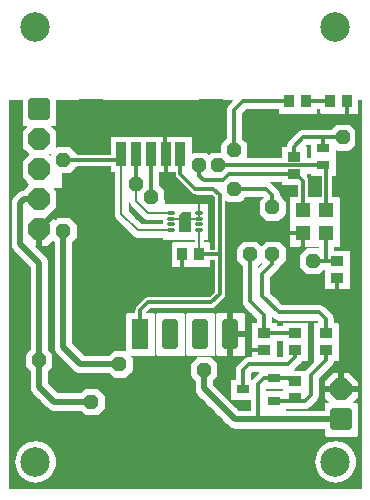
<source format=gtl>
%FSLAX35Y35*%
%MOIN*%
%IN16=KupferobenL1(X.Top)*%
%ADD10C,0.00197*%
%ADD11C,0.00205*%
%ADD12C,0.00256*%
%ADD13C,0.00512*%
%ADD14C,0.00591*%
%ADD15C,0.00768*%
%ADD16C,0.00787*%
%ADD17C,0.01181*%
%ADD18C,0.01575*%
%ADD19C,0.01969*%
%ADD20C,0.02362*%
%ADD21C,0.03150*%
%ADD22C,0.09843*%
%AMR_23*21,1,0.01181,0.01181,0,0,0.000*%
%ADD23R_23*%
%AMR_24*21,1,0.01969,0.01969,0,0,0.000*%
%ADD24R_24*%
%AMR_25*21,1,0.02756,0.04331,0,0,90.000*%
%ADD25R_25*%
%AMR_26*21,1,0.02953,0.04331,0,0,90.000*%
%ADD26R_26*%
%AMR_27*21,1,0.03150,0.04331,0,0,0.000*%
%ADD27R_27*%
%AMR_28*21,1,0.03150,0.04331,0,0,90.000*%
%ADD28R_28*%
%AMR_29*21,1,0.03150,0.04331,0,0,180.000*%
%ADD29R_29*%
%AMR_30*21,1,0.03150,0.04331,0,0,270.000*%
%ADD30R_30*%
%AMR_31*21,1,0.04724,0.04724,0,0,270.000*%
%ADD31R_31*%
%AMR_32*21,1,0.04724,0.07087,0,0,90.000*%
%ADD32R_32*%
%AMR_33*21,1,0.05512,0.05512,0,0,0.000*%
%ADD33R_33*%
%AMR_34*21,1,0.05512,0.05512,0,0,180.000*%
%ADD34R_34*%
%AMR_35*21,1,0.06250,0.06250,0,0,0.000*%
%ADD35R_35*%
%AMR_36*21,1,0.06693,0.04724,0,0,270.000*%
%ADD36R_36*%
%AMR_37*21,1,0.07500,0.07500,0,0,0.000*%
%ADD37R_37*%
%AMR_38*21,1,0.07874,0.03150,0,0,90.000*%
%ADD38R_38*%
%AMR_39*21,1,0.10236,0.05512,0,0,90.000*%
%ADD39R_39*%
%AMR_40*21,1,0.11811,0.08268,0,0,90.000*%
%ADD40R_40*%
%AMR_41*21,1,0.13189,0.07874,0,0,270.000*%
%ADD41R_41*%
%AMR_42*21,1,0.15000,0.11875,0,0,0.000*%
%ADD42R_42*%
%AMR_43*21,1,0.15625,0.15625,0,0,0.000*%
%ADD43R_43*%
%AMR_44*21,1,0.16250,0.19685,0,0,0.000*%
%ADD44R_44*%
%AMR_45*21,1,0.19685,0.19685,0,0,0.000*%
%ADD45R_45*%
%AMOCT_46*4,1,8,0.015748,0.015748,0.007874,0.023622,-0.007874,0.023622,-0.015748,0.015748,-0.015748,-0.015748,-0.007874,-0.023622,0.007874,-0.023622,0.015748,-0.015748,0.015748,0.015748,90.000*%
%ADD46OCT_46*%
%AMOCT_47*4,1,8,0.019685,0.013780,0.009843,0.023622,-0.009843,0.023622,-0.019685,0.013780,-0.019685,-0.013780,-0.009843,-0.023622,0.009843,-0.023622,0.019685,-0.013780,0.019685,0.013780,0.000*%
%ADD47OCT_47*%
%AMOCT_48*4,1,8,0.023622,0.009843,0.013780,0.019685,-0.013780,0.019685,-0.023622,0.009843,-0.023622,-0.009843,-0.013780,-0.019685,0.013780,-0.019685,0.023622,-0.009843,0.023622,0.009843,0.000*%
%ADD48OCT_48*%
%AMOCT_49*4,1,8,0.023622,0.011811,0.011811,0.023622,-0.011811,0.023622,-0.023622,0.011811,-0.023622,-0.011811,-0.011811,-0.023622,0.011811,-0.023622,0.023622,-0.011811,0.023622,0.011811,0.000*%
%ADD49OCT_49*%
%AMOCT_50*4,1,8,0.035433,0.017717,0.017717,0.035433,-0.017717,0.035433,-0.035433,0.017717,-0.035433,-0.017717,-0.017717,-0.035433,0.017717,-0.035433,0.035433,-0.017717,0.035433,0.017717,90.000*%
%ADD50OCT_50*%
%AMOCT_51*4,1,8,0.035433,0.017717,0.017717,0.035433,-0.017717,0.035433,-0.035433,0.017717,-0.035433,-0.017717,-0.017717,-0.035433,0.017717,-0.035433,0.035433,-0.017717,0.035433,0.017717,270.000*%
%ADD51OCT_51*%
%AMRR_52*21,1,0.01969,0.09843,0,0,180.000*21,1,0.01575,0.10236,0,0,180.000*1,1,0.00394,-0.00787,-0.04921*1,1,0.00394,0.00787,0.04921*1,1,0.00394,-0.00787,0.04921*1,1,0.00394,0.00787,-0.04921*%
%ADD52RR_52*%
%AMRR_53*21,1,0.02362,0.00945,0,0,0.000*21,1,0.02126,0.01181,0,0,0.000*1,1,0.00236,0.01063,0.00472*1,1,0.00236,-0.01063,-0.00472*1,1,0.00236,0.01063,-0.00472*1,1,0.00236,-0.01063,0.00472*%
%ADD53RR_53*%
%AMRR_54*21,1,0.02756,0.04173,0,0,180.000*21,1,0.02205,0.04724,0,0,180.000*1,1,0.00551,-0.01102,-0.02087*1,1,0.00551,0.01102,0.02087*1,1,0.00551,-0.01102,0.02087*1,1,0.00551,0.01102,-0.02087*%
%ADD54RR_54*%
%AMRR_55*21,1,0.02756,0.03346,0,0,180.000*21,1,0.01378,0.04724,0,0,180.000*1,1,0.01378,-0.00689,-0.01673*1,1,0.01378,0.00689,0.01673*1,1,0.01378,-0.00689,0.01673*1,1,0.01378,0.00689,-0.01673*%
%ADD55RR_55*%
%AMRR_56*21,1,0.07087,0.05669,0,0,90.000*21,1,0.05669,0.07087,0,0,90.000*1,1,0.01417,-0.02835,0.02835*1,1,0.01417,0.02835,-0.02835*1,1,0.01417,0.02835,0.02835*1,1,0.01417,-0.02835,-0.02835*%
%ADD56RR_56*%
%AMRR_57*21,1,0.07087,0.05669,0,0,270.000*21,1,0.05669,0.07087,0,0,270.000*1,1,0.01417,0.02835,-0.02835*1,1,0.01417,-0.02835,0.02835*1,1,0.01417,-0.02835,-0.02835*1,1,0.01417,0.02835,0.02835*%
%ADD57RR_57*%
%AMRR_58*21,1,0.08268,0.08583,0,0,180.000*21,1,0.06614,0.10236,0,0,180.000*1,1,0.01654,-0.03307,-0.04291*1,1,0.01654,0.03307,0.04291*1,1,0.01654,-0.03307,0.04291*1,1,0.01654,0.03307,-0.04291*%
%ADD58RR_58*%
%AMRR_59*21,1,0.08500,0.03400,0,0,0.000*21,1,0.07650,0.04250,0,0,0.000*1,1,0.00850,0.03825,0.01700*1,1,0.00850,-0.03825,-0.01700*1,1,0.00850,0.03825,-0.01700*1,1,0.00850,-0.03825,0.01700*%
%ADD59RR_59*%
%AMRR_60*21,1,0.10000,0.04000,0,0,0.000*21,1,0.09000,0.05000,0,0,0.000*1,1,0.01000,0.04500,0.02000*1,1,0.01000,-0.04500,-0.02000*1,1,0.01000,0.04500,-0.02000*1,1,0.01000,-0.04500,0.02000*%
%ADD60RR_60*%
%AMRR_61*21,1,0.10236,0.02756,0,0,90.000*21,1,0.07480,0.05512,0,0,90.000*1,1,0.02756,-0.01378,0.03740*1,1,0.02756,0.01378,-0.03740*1,1,0.02756,0.01378,0.03740*1,1,0.02756,-0.01378,-0.03740*%
%ADD61RR_61*%
G54D16*
X63375Y89734D02*
X63375Y91702D01*
X54124Y89734D02*
X63375Y89734D01*
X56562Y96562D02*
X63375Y96562D01*
X63375Y91702D01*
X63425Y77812D02*
X63425Y85748D01*
X42952Y85797D02*
X54124Y85797D01*
X42952Y85797D02*
X37539Y91210D01*
X37539Y109375D01*
X37539Y111225D01*
X54124Y91702D02*
X46422Y91702D01*
X42500Y95625D01*
X42500Y101250D01*
G54D17*
X114675Y88750D02*
X114375Y89375D01*
X79687Y51250D02*
X79687Y45950D01*
X79687Y51250D02*
X80000Y51250D01*
X79687Y45950D02*
X85000Y45950D01*
X115937Y108437D02*
X115937Y120625D01*
X115937Y108437D02*
X114375Y106875D01*
X115937Y120625D02*
X112800Y123762D01*
X112800Y129062D01*
X114375Y61875D02*
X109375Y61875D01*
X109375Y70012D01*
X109375Y61875D02*
X95000Y61875D01*
X95000Y77500D02*
X95000Y61875D01*
X95000Y77500D02*
X97937Y80437D01*
X97937Y84812D01*
X75312Y69375D02*
X75312Y84812D01*
X97937Y84812D02*
X75312Y84812D01*
X57825Y72812D02*
X57825Y77812D01*
X52303Y96250D02*
X52303Y111225D01*
X18750Y95000D02*
X24687Y95000D01*
X46875Y72812D01*
X57825Y72812D01*
X56562Y96562D02*
X52303Y96250D01*
X52187Y111341D02*
X52187Y123125D01*
X52187Y111341D02*
X52303Y111225D01*
X52187Y123125D02*
X36875Y123125D01*
X101250Y75625D02*
X105812Y75625D01*
X109362Y75625D02*
X109375Y75612D01*
X111250Y116875D02*
X104687Y116875D01*
X98125Y116875D02*
X95000Y113750D01*
X95000Y110300D01*
X104687Y113112D02*
X104687Y116875D01*
X98125Y116875D01*
X105812Y84812D02*
X105812Y75625D01*
X109362Y75625D01*
X57224Y104650D02*
X57224Y111225D01*
X57224Y104650D02*
X62187Y99687D01*
X68125Y99687D01*
X70312Y97500D01*
X70312Y77812D01*
X70312Y64687D02*
X67500Y61875D01*
X46250Y61875D01*
X43750Y59375D01*
X43750Y51250D01*
X63425Y77812D02*
X70312Y77812D01*
X70312Y64687D01*
X93747Y35927D02*
X95312Y35612D01*
X88243Y36552D02*
X84990Y36552D01*
X83125Y34687D01*
X83125Y22812D01*
X88243Y36552D02*
X94372Y36552D01*
X95312Y35612D01*
X95937Y104375D02*
X97937Y102374D01*
X97937Y92687D01*
X18125Y109375D02*
X37500Y109375D01*
X37500Y111186D01*
X37539Y111225D01*
X37500Y109375D02*
X37539Y109375D01*
X95000Y104700D02*
X73450Y104700D01*
X71250Y102500D01*
X65000Y102500D02*
X71250Y102500D01*
X65000Y102500D02*
X63437Y104062D01*
X63437Y107500D01*
X47500Y110937D02*
X47500Y96875D01*
X104687Y107512D02*
X105812Y106387D01*
X105812Y92687D01*
X42500Y101250D02*
X42500Y111186D01*
X42460Y111225D01*
X69700Y107512D02*
X104687Y107512D01*
X69700Y107512D02*
X69687Y107500D01*
X10000Y33750D02*
X10000Y42500D01*
X88243Y29072D02*
X94372Y29072D01*
X95312Y30012D01*
X98759Y29072D02*
X88243Y29072D01*
X98759Y29072D02*
X100625Y30937D01*
X100625Y37500D01*
X105625Y42500D01*
X105625Y45950D01*
X80312Y62187D02*
X80312Y77812D01*
X85000Y51550D02*
X95312Y51550D01*
X80312Y62187D02*
X85000Y57500D01*
X85000Y51550D01*
X87812Y74687D02*
X87812Y77812D01*
X84375Y71250D02*
X87812Y74687D01*
X84375Y71250D02*
X84375Y64062D01*
X90000Y58437D02*
X84375Y64062D01*
X103437Y58437D02*
X90000Y58437D01*
X103437Y58437D02*
X105625Y56250D01*
X105625Y51550D01*
X93125Y41250D02*
X80000Y41250D01*
X78006Y39256D01*
X78006Y32812D01*
X93125Y41250D02*
X95312Y43437D01*
X95312Y45950D01*
X87187Y93125D02*
X87812Y93437D01*
X78125Y129062D02*
X93450Y129062D01*
X78125Y129062D02*
X75000Y125937D01*
X75000Y112500D01*
X85625Y99687D02*
X75000Y99687D01*
X85625Y99687D02*
X87812Y97500D01*
X87812Y93437D01*
X99050Y129062D02*
X107200Y129062D01*
G54D19*
X10000Y86250D02*
X18750Y95000D01*
X110625Y32812D02*
X110625Y40000D01*
X110625Y32812D02*
X116250Y32812D01*
X73750Y51250D02*
X79687Y51250D01*
X73750Y51250D02*
X73750Y41250D01*
X73750Y51250D02*
X73750Y63437D01*
X75312Y65000D01*
X75312Y69375D01*
X65000Y33125D02*
X65000Y39375D01*
X65000Y33125D02*
X75312Y22812D01*
X110625Y22812D02*
X83125Y22812D01*
X75312Y22812D01*
X18125Y46875D02*
X18125Y85625D01*
X23750Y41250D02*
X18125Y46875D01*
X23750Y41250D02*
X36875Y41250D01*
X47500Y110937D02*
X47381Y111225D01*
X15000Y28750D02*
X27500Y28750D01*
X10000Y33750D02*
X15000Y28750D01*
X10000Y33750D02*
X10000Y42500D01*
X10000Y75000D02*
X3750Y81250D01*
X3750Y95000D02*
X3750Y81250D01*
X5000Y96250D02*
X3750Y95000D01*
X10000Y96250D02*
X5000Y96250D01*
X10000Y42500D02*
X10000Y75000D01*
G54D22*
X108750Y153750D03*
X8750Y153750D03*
X8750Y8750D03*
X108750Y8750D03*
G54D25*
X88243Y29072D03*
X88243Y36552D03*
X78006Y32812D03*
G54D26*
X104687Y107512D03*
X104687Y113112D03*
G54D27*
X93450Y129062D03*
X99050Y129062D03*
X107200Y129062D03*
X112800Y129062D03*
G54D28*
X95000Y104700D03*
X95000Y110300D03*
X95312Y45950D03*
X95312Y51550D03*
X105625Y45950D03*
X105625Y51550D03*
G54D29*
X63425Y77812D03*
X57825Y77812D03*
G54D30*
X109375Y75612D03*
X109375Y70012D03*
X95312Y35612D03*
X95312Y30012D03*
X85000Y51550D03*
X85000Y45950D03*
G54D31*
X105812Y84812D03*
X97937Y84812D03*
X97937Y92687D03*
X105812Y92687D03*
G54D38*
X57224Y111225D03*
X52303Y111225D03*
X47381Y111225D03*
X42460Y111225D03*
X37539Y111225D03*
G54D39*
X43750Y51250D03*
G54D40*
X67263Y123430D03*
X27500Y123430D03*
G54D46*
X56562Y96562D03*
G54D47*
X36875Y69375D03*
X36875Y123125D03*
X65937Y116562D03*
G54D48*
X114375Y89375D03*
G54D49*
X96250Y5625D03*
X21250Y5625D03*
X114375Y106875D03*
X114375Y41562D03*
X3125Y35625D03*
X3125Y61250D03*
X114375Y61875D03*
X75312Y69375D03*
X57187Y39375D03*
X111250Y116875D03*
X101250Y75625D03*
X65000Y39375D03*
X18125Y109375D03*
X63437Y107500D03*
X18125Y85625D03*
X36875Y41250D03*
X47500Y96875D03*
X42500Y101250D03*
X69687Y107500D03*
X27500Y28750D03*
X10000Y42500D03*
X80312Y77812D03*
X87812Y77812D03*
X87812Y93437D03*
X75000Y99687D03*
X75000Y112500D03*
G54D50*
X110625Y32812D03*
G54D51*
X10000Y116250D03*
X10000Y106250D03*
X10000Y96250D03*
X10000Y86250D03*
G54D53*
X54124Y91702D03*
X63375Y91702D03*
X54124Y89734D03*
X63375Y89734D03*
X63375Y87765D03*
X63375Y85797D03*
X54124Y87765D03*
X54124Y85797D03*
G54D56*
X110625Y22812D03*
G54D57*
X10000Y126250D03*
G54D61*
X53750Y51250D03*
X63750Y51250D03*
X73750Y51250D03*
G36*
X60718Y85403D02*
X56781Y85403D01*
X56781Y90915D01*
X57962Y92096D01*
X60718Y92096D01*
X60718Y85403D01*
D02*G37*
G36*
X9015Y79803D02*
X9015Y86250D01*
X10984Y86250D01*
X10984Y79803D01*
X9015Y79803D01*
D02*G37*
G36*
X104490Y31828D02*
X104490Y33796D01*
X110625Y33796D01*
X110625Y31828D01*
X104490Y31828D01*
D02*G37*
G54D10*
X98Y0D02*
X117401Y0D01*
X98Y157D02*
X117401Y157D01*
X98Y314D02*
X117401Y314D01*
X98Y472D02*
X117401Y472D01*
X98Y629D02*
X117401Y629D01*
X98Y787D02*
X117401Y787D01*
X98Y944D02*
X117401Y944D01*
X98Y1102D02*
X117401Y1102D01*
X98Y1259D02*
X117401Y1259D01*
X98Y1417D02*
X117401Y1417D01*
X98Y1574D02*
X117401Y1574D01*
X98Y1732D02*
X117401Y1732D01*
X109143Y1732D02*
X109537Y1771D01*
X108395Y1732D02*
X108001Y1771D01*
X9143Y1732D02*
X9537Y1771D01*
X8395Y1732D02*
X8001Y1771D01*
X98Y1889D02*
X7446Y1889D01*
X10093Y1889D02*
X107446Y1889D01*
X110093Y1889D02*
X117401Y1889D01*
X98Y2047D02*
X6664Y2047D01*
X10874Y2047D02*
X106664Y2047D01*
X110874Y2047D02*
X117401Y2047D01*
X109537Y1771D02*
X110648Y2007D01*
X108001Y1771D02*
X106890Y2007D01*
X9537Y1771D02*
X10648Y2007D01*
X8001Y1771D02*
X6890Y2007D01*
X110648Y2007D02*
X110874Y2047D01*
X106890Y2007D02*
X106664Y2047D01*
X10648Y2007D02*
X10874Y2047D01*
X6890Y2007D02*
X6664Y2047D01*
X110874Y2047D02*
X110994Y2086D01*
X106664Y2047D02*
X106545Y2086D01*
X10874Y2047D02*
X10994Y2086D01*
X6664Y2047D02*
X6545Y2086D01*
X110994Y2086D02*
X111063Y2125D01*
X106545Y2086D02*
X106476Y2125D01*
X10994Y2086D02*
X11063Y2125D01*
X6545Y2086D02*
X6476Y2125D01*
X98Y2204D02*
X6299Y2204D01*
X11240Y2204D02*
X106299Y2204D01*
X111240Y2204D02*
X117401Y2204D01*
X98Y2362D02*
X5945Y2362D01*
X11593Y2362D02*
X105945Y2362D01*
X111593Y2362D02*
X117401Y2362D01*
X98Y2519D02*
X5591Y2519D01*
X11947Y2519D02*
X105591Y2519D01*
X111947Y2519D02*
X117401Y2519D01*
X98Y2677D02*
X5240Y2677D01*
X12298Y2677D02*
X105240Y2677D01*
X112298Y2677D02*
X117401Y2677D01*
X111063Y2125D02*
X112298Y2677D01*
X106476Y2125D02*
X105240Y2677D01*
X11063Y2125D02*
X12298Y2677D01*
X6476Y2125D02*
X5240Y2677D01*
X98Y2834D02*
X5023Y2834D01*
X12515Y2834D02*
X105023Y2834D01*
X112515Y2834D02*
X117401Y2834D01*
X98Y2992D02*
X4807Y2992D01*
X12732Y2992D02*
X104807Y2992D01*
X112732Y2992D02*
X117401Y2992D01*
X98Y3149D02*
X4590Y3149D01*
X12949Y3149D02*
X104590Y3149D01*
X112949Y3149D02*
X117401Y3149D01*
X98Y3307D02*
X4373Y3307D01*
X13165Y3307D02*
X104373Y3307D01*
X113165Y3307D02*
X117401Y3307D01*
X98Y3464D02*
X4156Y3464D01*
X13382Y3464D02*
X104156Y3464D01*
X113382Y3464D02*
X117401Y3464D01*
X112298Y2677D02*
X113382Y3464D01*
X105240Y2677D02*
X104156Y3464D01*
X12298Y2677D02*
X13382Y3464D01*
X5240Y2677D02*
X4156Y3464D01*
X113382Y3464D02*
X113446Y3503D01*
X104156Y3464D02*
X104092Y3503D01*
X13382Y3464D02*
X13446Y3503D01*
X4156Y3464D02*
X4092Y3503D01*
X113446Y3503D02*
X113488Y3543D01*
X104092Y3503D02*
X104050Y3543D01*
X13446Y3503D02*
X13488Y3543D01*
X4092Y3503D02*
X4050Y3543D01*
X98Y3622D02*
X3986Y3622D01*
X13552Y3622D02*
X103986Y3622D01*
X113552Y3622D02*
X117401Y3622D01*
X113488Y3543D02*
X113517Y3582D01*
X104050Y3543D02*
X104021Y3582D01*
X13488Y3543D02*
X13517Y3582D01*
X4050Y3543D02*
X4021Y3582D01*
X98Y3779D02*
X3844Y3779D01*
X13694Y3779D02*
X103844Y3779D01*
X113694Y3779D02*
X117401Y3779D01*
X98Y3937D02*
X3702Y3937D01*
X13836Y3937D02*
X103702Y3937D01*
X113836Y3937D02*
X117401Y3937D01*
X98Y4094D02*
X3561Y4094D01*
X13978Y4094D02*
X103561Y4094D01*
X113978Y4094D02*
X117401Y4094D01*
X98Y4251D02*
X3419Y4251D01*
X14120Y4251D02*
X103419Y4251D01*
X114120Y4251D02*
X117401Y4251D01*
X98Y4409D02*
X3277Y4409D01*
X14261Y4409D02*
X103277Y4409D01*
X114261Y4409D02*
X117401Y4409D01*
X98Y4566D02*
X3135Y4566D01*
X14403Y4566D02*
X103135Y4566D01*
X114403Y4566D02*
X117401Y4566D01*
X113517Y3582D02*
X114441Y4606D01*
X104021Y3582D02*
X103098Y4606D01*
X13517Y3582D02*
X14441Y4606D01*
X4021Y3582D02*
X3098Y4606D01*
X114441Y4606D02*
X114467Y4645D01*
X103098Y4606D02*
X103071Y4645D01*
X14441Y4606D02*
X14467Y4645D01*
X3098Y4606D02*
X3071Y4645D01*
X98Y4724D02*
X3027Y4724D01*
X14511Y4724D02*
X103027Y4724D01*
X114511Y4724D02*
X117401Y4724D01*
X114467Y4645D02*
X114534Y4763D01*
X103071Y4645D02*
X103005Y4763D01*
X14467Y4645D02*
X14534Y4763D01*
X3071Y4645D02*
X3005Y4763D01*
X98Y4881D02*
X2936Y4881D01*
X14602Y4881D02*
X102936Y4881D01*
X114602Y4881D02*
X117401Y4881D01*
X98Y5039D02*
X2846Y5039D01*
X14693Y5039D02*
X102846Y5039D01*
X114693Y5039D02*
X117401Y5039D01*
X98Y5196D02*
X2755Y5196D01*
X14784Y5196D02*
X102755Y5196D01*
X114784Y5196D02*
X117401Y5196D01*
X98Y5354D02*
X2664Y5354D01*
X14875Y5354D02*
X102664Y5354D01*
X114875Y5354D02*
X117401Y5354D01*
X98Y5511D02*
X2573Y5511D01*
X14966Y5511D02*
X102573Y5511D01*
X114966Y5511D02*
X117401Y5511D01*
X98Y5669D02*
X2482Y5669D01*
X15056Y5669D02*
X102482Y5669D01*
X115056Y5669D02*
X117401Y5669D01*
X98Y5826D02*
X2386Y5826D01*
X15153Y5826D02*
X102386Y5826D01*
X115153Y5826D02*
X117401Y5826D01*
X114534Y4763D02*
X115125Y5787D01*
X103005Y4763D02*
X102414Y5787D01*
X14534Y4763D02*
X15125Y5787D01*
X3005Y4763D02*
X2414Y5787D01*
X115125Y5787D02*
X115179Y5866D01*
X102414Y5787D02*
X102359Y5866D01*
X15125Y5787D02*
X15179Y5866D01*
X2414Y5787D02*
X2359Y5866D01*
X115179Y5866D02*
X115196Y5905D01*
X102359Y5866D02*
X102343Y5905D01*
X15179Y5866D02*
X15196Y5905D01*
X2359Y5866D02*
X2343Y5905D01*
X98Y5984D02*
X2322Y5984D01*
X15216Y5984D02*
X102322Y5984D01*
X115216Y5984D02*
X117401Y5984D01*
X115196Y5905D02*
X115216Y5984D01*
X102343Y5905D02*
X102322Y5984D01*
X15196Y5905D02*
X15216Y5984D01*
X2343Y5905D02*
X2322Y5984D01*
X98Y6141D02*
X2271Y6141D01*
X15267Y6141D02*
X102271Y6141D01*
X115267Y6141D02*
X117401Y6141D01*
X98Y6299D02*
X2220Y6299D01*
X15319Y6299D02*
X102220Y6299D01*
X115319Y6299D02*
X117401Y6299D01*
X98Y6456D02*
X2169Y6456D01*
X15370Y6456D02*
X102169Y6456D01*
X115370Y6456D02*
X117401Y6456D01*
X98Y6614D02*
X2118Y6614D01*
X15421Y6614D02*
X102118Y6614D01*
X115421Y6614D02*
X117401Y6614D01*
X98Y6771D02*
X2066Y6771D01*
X15472Y6771D02*
X102066Y6771D01*
X115472Y6771D02*
X117401Y6771D01*
X98Y6929D02*
X2015Y6929D01*
X15523Y6929D02*
X102015Y6929D01*
X115523Y6929D02*
X117401Y6929D01*
X98Y7086D02*
X1964Y7086D01*
X15574Y7086D02*
X101964Y7086D01*
X115574Y7086D02*
X117401Y7086D01*
X98Y7244D02*
X1913Y7244D01*
X15626Y7244D02*
X101913Y7244D01*
X115626Y7244D02*
X117401Y7244D01*
X115216Y5984D02*
X115636Y7283D01*
X102322Y5984D02*
X101902Y7283D01*
X15216Y5984D02*
X15636Y7283D01*
X2322Y5984D02*
X1902Y7283D01*
X115636Y7283D02*
X115646Y7322D01*
X101902Y7283D02*
X101893Y7322D01*
X15636Y7283D02*
X15646Y7322D01*
X1902Y7283D02*
X1893Y7322D01*
X98Y7401D02*
X1884Y7401D01*
X15654Y7401D02*
X101884Y7401D01*
X115654Y7401D02*
X117401Y7401D01*
X98Y7559D02*
X1868Y7559D01*
X15671Y7559D02*
X101868Y7559D01*
X115671Y7559D02*
X117401Y7559D01*
X98Y7716D02*
X1851Y7716D01*
X15687Y7716D02*
X101851Y7716D01*
X115687Y7716D02*
X117401Y7716D01*
X98Y7874D02*
X1835Y7874D01*
X15704Y7874D02*
X101835Y7874D01*
X115704Y7874D02*
X117401Y7874D01*
X98Y8031D02*
X1818Y8031D01*
X15720Y8031D02*
X101818Y8031D01*
X115720Y8031D02*
X117401Y8031D01*
X98Y8188D02*
X1802Y8188D01*
X15737Y8188D02*
X101802Y8188D01*
X115737Y8188D02*
X117401Y8188D01*
X98Y8346D02*
X1785Y8346D01*
X15753Y8346D02*
X101785Y8346D01*
X115753Y8346D02*
X117401Y8346D01*
X98Y8503D02*
X1768Y8503D01*
X15770Y8503D02*
X101768Y8503D01*
X115770Y8503D02*
X117401Y8503D01*
X98Y8661D02*
X1752Y8661D01*
X15786Y8661D02*
X101752Y8661D01*
X115786Y8661D02*
X117401Y8661D01*
X98Y8818D02*
X1745Y8818D01*
X15794Y8818D02*
X101745Y8818D01*
X115794Y8818D02*
X117401Y8818D01*
X115646Y7322D02*
X115797Y8779D01*
X101893Y7322D02*
X101742Y8779D01*
X15646Y7322D02*
X15797Y8779D01*
X1893Y7322D02*
X1742Y8779D01*
X115797Y8779D02*
X115784Y8897D01*
X101742Y8779D02*
X101754Y8897D01*
X15797Y8779D02*
X15784Y8897D01*
X1742Y8779D02*
X1754Y8897D01*
X98Y8976D02*
X1762Y8976D01*
X15776Y8976D02*
X101762Y8976D01*
X115776Y8976D02*
X117401Y8976D01*
X98Y9133D02*
X1779Y9133D01*
X15760Y9133D02*
X101779Y9133D01*
X115760Y9133D02*
X117401Y9133D01*
X98Y9291D02*
X1795Y9291D01*
X15743Y9291D02*
X101795Y9291D01*
X115743Y9291D02*
X117401Y9291D01*
X98Y9448D02*
X1812Y9448D01*
X15726Y9448D02*
X101812Y9448D01*
X115726Y9448D02*
X117401Y9448D01*
X98Y9606D02*
X1828Y9606D01*
X15710Y9606D02*
X101828Y9606D01*
X115710Y9606D02*
X117401Y9606D01*
X98Y9763D02*
X1845Y9763D01*
X15693Y9763D02*
X101845Y9763D01*
X115693Y9763D02*
X117401Y9763D01*
X98Y9921D02*
X1862Y9921D01*
X15677Y9921D02*
X101862Y9921D01*
X115677Y9921D02*
X117401Y9921D01*
X98Y10078D02*
X1878Y10078D01*
X15660Y10078D02*
X101878Y10078D01*
X115660Y10078D02*
X117401Y10078D01*
X98Y10236D02*
X1893Y10236D01*
X15645Y10236D02*
X101893Y10236D01*
X115645Y10236D02*
X117401Y10236D01*
X115784Y8897D02*
X115645Y10236D01*
X101754Y8897D02*
X101893Y10236D01*
X15784Y8897D02*
X15645Y10236D01*
X1754Y8897D02*
X1893Y10236D01*
X115645Y10236D02*
X115636Y10275D01*
X101893Y10236D02*
X101903Y10275D01*
X15645Y10236D02*
X15636Y10275D01*
X1893Y10236D02*
X1903Y10275D01*
X98Y10393D02*
X1945Y10393D01*
X15594Y10393D02*
X101945Y10393D01*
X115594Y10393D02*
X117401Y10393D01*
X115636Y10275D02*
X115606Y10354D01*
X101903Y10275D02*
X101932Y10354D01*
X15636Y10275D02*
X15606Y10354D01*
X1903Y10275D02*
X1932Y10354D01*
X98Y10551D02*
X1996Y10551D01*
X15542Y10551D02*
X101996Y10551D01*
X115542Y10551D02*
X117401Y10551D01*
X98Y10708D02*
X2047Y10708D01*
X15491Y10708D02*
X102047Y10708D01*
X115491Y10708D02*
X117401Y10708D01*
X98Y10866D02*
X2098Y10866D01*
X15440Y10866D02*
X102098Y10866D01*
X115440Y10866D02*
X117401Y10866D01*
X98Y11023D02*
X2149Y11023D01*
X15389Y11023D02*
X102149Y11023D01*
X115389Y11023D02*
X117401Y11023D01*
X98Y11181D02*
X2201Y11181D01*
X15338Y11181D02*
X102201Y11181D01*
X115338Y11181D02*
X117401Y11181D01*
X98Y11338D02*
X2252Y11338D01*
X15287Y11338D02*
X102252Y11338D01*
X115287Y11338D02*
X117401Y11338D01*
X98Y11496D02*
X2303Y11496D01*
X15235Y11496D02*
X102303Y11496D01*
X115235Y11496D02*
X117401Y11496D01*
X98Y11653D02*
X2358Y11653D01*
X15180Y11653D02*
X102358Y11653D01*
X115180Y11653D02*
X117401Y11653D01*
X115606Y10354D02*
X115180Y11653D01*
X101932Y10354D02*
X102358Y11653D01*
X15606Y10354D02*
X15180Y11653D01*
X1932Y10354D02*
X2358Y11653D01*
X98Y11811D02*
X2448Y11811D01*
X15091Y11811D02*
X102448Y11811D01*
X115091Y11811D02*
X117401Y11811D01*
X115180Y11653D02*
X115091Y11811D01*
X102358Y11653D02*
X102448Y11811D01*
X15180Y11653D02*
X15091Y11811D01*
X2358Y11653D02*
X2448Y11811D01*
X98Y11968D02*
X2539Y11968D01*
X15000Y11968D02*
X102539Y11968D01*
X115000Y11968D02*
X117401Y11968D01*
X98Y12125D02*
X2630Y12125D01*
X14909Y12125D02*
X102630Y12125D01*
X114909Y12125D02*
X117401Y12125D01*
X98Y12283D02*
X2721Y12283D01*
X14818Y12283D02*
X102721Y12283D01*
X114818Y12283D02*
X117401Y12283D01*
X98Y12440D02*
X2811Y12440D01*
X14727Y12440D02*
X102811Y12440D01*
X114727Y12440D02*
X117401Y12440D01*
X98Y12598D02*
X2902Y12598D01*
X14636Y12598D02*
X102902Y12598D01*
X114636Y12598D02*
X117401Y12598D01*
X98Y12755D02*
X2993Y12755D01*
X14545Y12755D02*
X102993Y12755D01*
X114545Y12755D02*
X117401Y12755D01*
X98Y12913D02*
X3088Y12913D01*
X14451Y12913D02*
X103088Y12913D01*
X114451Y12913D02*
X117401Y12913D01*
X115091Y11811D02*
X114451Y12913D01*
X102448Y11811D02*
X103088Y12913D01*
X15091Y11811D02*
X14451Y12913D01*
X2448Y11811D02*
X3088Y12913D01*
X114451Y12913D02*
X114421Y12952D01*
X103088Y12913D02*
X103118Y12952D01*
X14451Y12913D02*
X14421Y12952D01*
X3088Y12913D02*
X3118Y12952D01*
X98Y13070D02*
X3224Y13070D01*
X14315Y13070D02*
X103224Y13070D01*
X114315Y13070D02*
X117401Y13070D01*
X98Y13228D02*
X3366Y13228D01*
X14173Y13228D02*
X103366Y13228D01*
X114173Y13228D02*
X117401Y13228D01*
X98Y13385D02*
X3507Y13385D01*
X14031Y13385D02*
X103507Y13385D01*
X114031Y13385D02*
X117401Y13385D01*
X98Y13543D02*
X3649Y13543D01*
X13889Y13543D02*
X103649Y13543D01*
X113889Y13543D02*
X117401Y13543D01*
X98Y13700D02*
X3791Y13700D01*
X13747Y13700D02*
X103791Y13700D01*
X113747Y13700D02*
X117401Y13700D01*
X98Y13858D02*
X3933Y13858D01*
X13606Y13858D02*
X103933Y13858D01*
X113606Y13858D02*
X117401Y13858D01*
X98Y14015D02*
X4081Y14015D01*
X13457Y14015D02*
X104081Y14015D01*
X113457Y14015D02*
X117401Y14015D01*
X114421Y12952D02*
X113499Y13976D01*
X103118Y12952D02*
X104039Y13976D01*
X14421Y12952D02*
X13499Y13976D01*
X3118Y12952D02*
X4039Y13976D01*
X113499Y13976D02*
X113457Y14015D01*
X104039Y13976D02*
X104081Y14015D01*
X13499Y13976D02*
X13457Y14015D01*
X4039Y13976D02*
X4081Y14015D01*
X113457Y14015D02*
X113409Y14055D01*
X104081Y14015D02*
X104129Y14055D01*
X13457Y14015D02*
X13409Y14055D01*
X4081Y14015D02*
X4129Y14055D01*
X98Y14173D02*
X4292Y14173D01*
X13247Y14173D02*
X104292Y14173D01*
X113247Y14173D02*
X117401Y14173D01*
X98Y14330D02*
X4509Y14330D01*
X13030Y14330D02*
X104509Y14330D01*
X113030Y14330D02*
X117401Y14330D01*
X98Y14488D02*
X4725Y14488D01*
X12813Y14488D02*
X104725Y14488D01*
X112813Y14488D02*
X117401Y14488D01*
X98Y14645D02*
X4942Y14645D01*
X12596Y14645D02*
X104942Y14645D01*
X112596Y14645D02*
X117401Y14645D01*
X98Y14803D02*
X5159Y14803D01*
X12380Y14803D02*
X105159Y14803D01*
X112380Y14803D02*
X117401Y14803D01*
X113409Y14055D02*
X112380Y14803D01*
X104129Y14055D02*
X105159Y14803D01*
X13409Y14055D02*
X12380Y14803D01*
X4129Y14055D02*
X5159Y14803D01*
X112380Y14803D02*
X112294Y14881D01*
X105159Y14803D02*
X105244Y14881D01*
X12380Y14803D02*
X12294Y14881D01*
X5159Y14803D02*
X5244Y14881D01*
X98Y14960D02*
X5459Y14960D01*
X12080Y14960D02*
X105459Y14960D01*
X112080Y14960D02*
X117401Y14960D01*
X112294Y14881D02*
X112175Y14921D01*
X105244Y14881D02*
X105364Y14921D01*
X12294Y14881D02*
X12175Y14921D01*
X5244Y14881D02*
X5364Y14921D01*
X112175Y14921D02*
X112080Y14960D01*
X105364Y14921D02*
X105459Y14960D01*
X12175Y14921D02*
X12080Y14960D01*
X5364Y14921D02*
X5459Y14960D01*
X98Y15118D02*
X5812Y15118D01*
X11726Y15118D02*
X105812Y15118D01*
X111726Y15118D02*
X117401Y15118D01*
X98Y15275D02*
X6166Y15275D01*
X11372Y15275D02*
X106166Y15275D01*
X111372Y15275D02*
X117401Y15275D01*
X98Y15433D02*
X6520Y15433D01*
X11019Y15433D02*
X106520Y15433D01*
X111019Y15433D02*
X117401Y15433D01*
X112080Y14960D02*
X111019Y15433D01*
X105459Y14960D02*
X106520Y15433D01*
X12080Y14960D02*
X11019Y15433D01*
X5459Y14960D02*
X6520Y15433D01*
X111019Y15433D02*
X110899Y15472D01*
X106520Y15433D02*
X106639Y15472D01*
X11019Y15433D02*
X10899Y15472D01*
X6520Y15433D02*
X6639Y15472D01*
X110899Y15472D02*
X110741Y15511D01*
X106639Y15472D02*
X106797Y15511D01*
X10899Y15472D02*
X10741Y15511D01*
X6639Y15472D02*
X6797Y15511D01*
X98Y15590D02*
X7168Y15590D01*
X10371Y15590D02*
X107168Y15590D01*
X110371Y15590D02*
X117401Y15590D01*
X98Y15748D02*
X7909Y15748D01*
X9630Y15748D02*
X107909Y15748D01*
X109630Y15748D02*
X117401Y15748D01*
X110741Y15511D02*
X109630Y15748D01*
X106797Y15511D02*
X107909Y15748D01*
X10741Y15511D02*
X9630Y15748D01*
X6797Y15511D02*
X7909Y15748D01*
X8451Y15826D02*
X9087Y15826D01*
X108451Y15826D02*
X109087Y15826D01*
X109630Y15748D02*
X109481Y15787D01*
X107909Y15748D02*
X108057Y15787D01*
X9630Y15748D02*
X9481Y15787D01*
X7909Y15748D02*
X8057Y15787D01*
X109481Y15787D02*
X109087Y15826D01*
X108057Y15787D02*
X108451Y15826D01*
X9481Y15787D02*
X9087Y15826D01*
X8057Y15787D02*
X8451Y15826D01*
X98Y15905D02*
X117401Y15905D01*
X98Y16062D02*
X117401Y16062D01*
X98Y16220D02*
X117401Y16220D01*
X98Y16377D02*
X117401Y16377D01*
X98Y16535D02*
X117401Y16535D01*
X98Y16692D02*
X117401Y16692D01*
X98Y16850D02*
X117401Y16850D01*
X98Y17007D02*
X117401Y17007D01*
X105585Y17086D02*
X115664Y17086D01*
X98Y17165D02*
X105072Y17165D01*
X116177Y17165D02*
X117401Y17165D01*
X115664Y17086D02*
X116058Y17125D01*
X105585Y17086D02*
X105191Y17125D01*
X116058Y17125D02*
X116177Y17165D01*
X105191Y17125D02*
X105072Y17165D01*
X116177Y17165D02*
X116219Y17204D01*
X105072Y17165D02*
X105030Y17204D01*
X116219Y17204D02*
X116245Y17244D01*
X105030Y17204D02*
X105004Y17244D01*
X98Y17322D02*
X104978Y17322D01*
X116271Y17322D02*
X117401Y17322D01*
X116245Y17244D02*
X116262Y17283D01*
X105004Y17244D02*
X104987Y17283D01*
X116262Y17283D02*
X116271Y17322D01*
X104987Y17283D02*
X104978Y17322D01*
X116271Y17322D02*
X116274Y17401D01*
X104978Y17322D02*
X104975Y17401D01*
X98Y17480D02*
X104975Y17480D01*
X116274Y17480D02*
X117401Y17480D01*
X98Y17637D02*
X104975Y17637D01*
X116274Y17637D02*
X117401Y17637D01*
X98Y17795D02*
X104975Y17795D01*
X116274Y17795D02*
X117401Y17795D01*
X98Y17952D02*
X104975Y17952D01*
X116274Y17952D02*
X117401Y17952D01*
X98Y18110D02*
X104975Y18110D01*
X116274Y18110D02*
X117401Y18110D01*
X98Y18267D02*
X104975Y18267D01*
X116274Y18267D02*
X117401Y18267D01*
X98Y18425D02*
X104975Y18425D01*
X116274Y18425D02*
X117401Y18425D01*
X98Y18582D02*
X104975Y18582D01*
X116274Y18582D02*
X117401Y18582D01*
X98Y18740D02*
X104975Y18740D01*
X116274Y18740D02*
X117401Y18740D01*
X98Y18897D02*
X104975Y18897D01*
X116274Y18897D02*
X117401Y18897D01*
X98Y19055D02*
X104975Y19055D01*
X116274Y19055D02*
X117401Y19055D01*
X98Y19212D02*
X104975Y19212D01*
X116274Y19212D02*
X117401Y19212D01*
X98Y19370D02*
X104975Y19370D01*
X116274Y19370D02*
X117401Y19370D01*
X98Y19527D02*
X104975Y19527D01*
X116274Y19527D02*
X117401Y19527D01*
X75706Y19645D02*
X104581Y19645D01*
X98Y19685D02*
X75312Y19685D01*
X116274Y19685D02*
X117401Y19685D01*
X104975Y17401D02*
X104975Y19645D01*
X75706Y19645D02*
X75312Y19685D01*
X75256Y19685D02*
X74862Y19724D01*
X74862Y19724D02*
X74743Y19763D01*
X98Y19842D02*
X74424Y19842D01*
X116274Y19842D02*
X117401Y19842D01*
X74743Y19763D02*
X74661Y19803D01*
X74661Y19803D02*
X74424Y19842D01*
X74424Y19842D02*
X74304Y19881D01*
X98Y20000D02*
X74007Y20000D01*
X116274Y20000D02*
X117401Y20000D01*
X74304Y19881D02*
X74150Y19960D01*
X74150Y19960D02*
X74007Y20000D01*
X74007Y20000D02*
X73888Y20039D01*
X98Y20157D02*
X73746Y20157D01*
X116274Y20157D02*
X117401Y20157D01*
X73888Y20039D02*
X73801Y20118D01*
X73801Y20118D02*
X73746Y20157D01*
X73746Y20157D02*
X73687Y20196D01*
X73687Y20196D02*
X73610Y20236D01*
X98Y20314D02*
X73461Y20314D01*
X116274Y20314D02*
X117401Y20314D01*
X73610Y20236D02*
X73503Y20275D01*
X73503Y20275D02*
X73461Y20314D01*
X73461Y20314D02*
X73435Y20354D01*
X98Y20472D02*
X73313Y20472D01*
X116274Y20472D02*
X117401Y20472D01*
X73435Y20354D02*
X73358Y20433D01*
X73358Y20433D02*
X73313Y20472D01*
X98Y20629D02*
X73111Y20629D01*
X116274Y20629D02*
X117401Y20629D01*
X73313Y20472D02*
X73153Y20590D01*
X73153Y20590D02*
X73072Y20669D01*
X98Y20787D02*
X72954Y20787D01*
X116274Y20787D02*
X117401Y20787D01*
X98Y20944D02*
X72796Y20944D01*
X116274Y20944D02*
X117401Y20944D01*
X98Y21102D02*
X72639Y21102D01*
X116274Y21102D02*
X117401Y21102D01*
X98Y21259D02*
X72481Y21259D01*
X116274Y21259D02*
X117401Y21259D01*
X98Y21417D02*
X72324Y21417D01*
X116274Y21417D02*
X117401Y21417D01*
X98Y21574D02*
X72166Y21574D01*
X116274Y21574D02*
X117401Y21574D01*
X98Y21732D02*
X72009Y21732D01*
X116274Y21732D02*
X117401Y21732D01*
X98Y21889D02*
X71851Y21889D01*
X116274Y21889D02*
X117401Y21889D01*
X98Y22047D02*
X71694Y22047D01*
X116274Y22047D02*
X117401Y22047D01*
X98Y22204D02*
X71536Y22204D01*
X116274Y22204D02*
X117401Y22204D01*
X98Y22362D02*
X71379Y22362D01*
X116274Y22362D02*
X117401Y22362D01*
X98Y22519D02*
X71221Y22519D01*
X116274Y22519D02*
X117401Y22519D01*
X98Y22677D02*
X71064Y22677D01*
X116274Y22677D02*
X117401Y22677D01*
X98Y22834D02*
X70907Y22834D01*
X116274Y22834D02*
X117401Y22834D01*
X98Y22992D02*
X70749Y22992D01*
X116274Y22992D02*
X117401Y22992D01*
X98Y23149D02*
X70592Y23149D01*
X116274Y23149D02*
X117401Y23149D01*
X98Y23307D02*
X70434Y23307D01*
X116274Y23307D02*
X117401Y23307D01*
X98Y23464D02*
X70277Y23464D01*
X116274Y23464D02*
X117401Y23464D01*
X98Y23622D02*
X70119Y23622D01*
X116274Y23622D02*
X117401Y23622D01*
X98Y23779D02*
X69962Y23779D01*
X116274Y23779D02*
X117401Y23779D01*
X98Y23937D02*
X69804Y23937D01*
X116274Y23937D02*
X117401Y23937D01*
X98Y24094D02*
X69647Y24094D01*
X116274Y24094D02*
X117401Y24094D01*
X25767Y24212D02*
X29232Y24212D01*
X98Y24251D02*
X25374Y24251D01*
X29625Y24251D02*
X69489Y24251D01*
X116274Y24251D02*
X117401Y24251D01*
X29232Y24212D02*
X29625Y24251D01*
X25767Y24212D02*
X25374Y24251D01*
X29625Y24251D02*
X29745Y24291D01*
X25374Y24251D02*
X25254Y24291D01*
X29745Y24291D02*
X29787Y24330D01*
X25254Y24291D02*
X25212Y24330D01*
X98Y24409D02*
X25143Y24409D01*
X29856Y24409D02*
X69332Y24409D01*
X116274Y24409D02*
X117401Y24409D01*
X29787Y24330D02*
X29816Y24370D01*
X25212Y24330D02*
X25183Y24370D01*
X98Y24566D02*
X24986Y24566D01*
X30013Y24566D02*
X69174Y24566D01*
X116274Y24566D02*
X117401Y24566D01*
X98Y24724D02*
X24828Y24724D01*
X30171Y24724D02*
X69017Y24724D01*
X116274Y24724D02*
X117401Y24724D01*
X98Y24881D02*
X24671Y24881D01*
X30328Y24881D02*
X68859Y24881D01*
X116274Y24881D02*
X117401Y24881D01*
X98Y25039D02*
X24513Y25039D01*
X30486Y25039D02*
X68702Y25039D01*
X116274Y25039D02*
X117401Y25039D01*
X98Y25196D02*
X24356Y25196D01*
X30643Y25196D02*
X68544Y25196D01*
X116274Y25196D02*
X117401Y25196D01*
X98Y25354D02*
X24198Y25354D01*
X30801Y25354D02*
X68387Y25354D01*
X116274Y25354D02*
X117401Y25354D01*
X98Y25511D02*
X24041Y25511D01*
X30958Y25511D02*
X68229Y25511D01*
X116274Y25511D02*
X117401Y25511D01*
X15393Y25590D02*
X23568Y25590D01*
X25183Y24370D02*
X23962Y25590D01*
X98Y25669D02*
X14550Y25669D01*
X31116Y25669D02*
X68072Y25669D01*
X116274Y25669D02*
X117401Y25669D01*
X15393Y25590D02*
X15000Y25629D01*
X14944Y25629D02*
X14550Y25669D01*
X14550Y25669D02*
X14430Y25708D01*
X14430Y25708D02*
X14316Y25748D01*
X98Y25826D02*
X13978Y25826D01*
X31273Y25826D02*
X67914Y25826D01*
X116274Y25826D02*
X117401Y25826D01*
X14316Y25748D02*
X14098Y25787D01*
X14098Y25787D02*
X13978Y25826D01*
X76563Y25944D02*
X80428Y25944D01*
X92514Y25944D02*
X104975Y25944D01*
X13978Y25826D02*
X13823Y25905D01*
X98Y25984D02*
X13575Y25984D01*
X31431Y25984D02*
X67757Y25984D01*
X76524Y25984D02*
X80428Y25984D01*
X92514Y25984D02*
X104975Y25984D01*
X116274Y25984D02*
X117401Y25984D01*
X13823Y25905D02*
X13695Y25944D01*
X13695Y25944D02*
X13575Y25984D01*
X13575Y25984D02*
X13532Y26023D01*
X98Y26141D02*
X13360Y26141D01*
X31588Y26141D02*
X67599Y26141D01*
X76366Y26141D02*
X80428Y26141D01*
X92514Y26141D02*
X104975Y26141D01*
X116274Y26141D02*
X117401Y26141D01*
X13532Y26023D02*
X13424Y26102D01*
X13424Y26102D02*
X13360Y26141D01*
X13360Y26141D02*
X13283Y26181D01*
X92908Y26259D02*
X98973Y26259D01*
X13283Y26181D02*
X13191Y26220D01*
X98Y26299D02*
X13117Y26299D01*
X31746Y26299D02*
X67442Y26299D01*
X76209Y26299D02*
X80428Y26299D01*
X99367Y26299D02*
X104975Y26299D01*
X116274Y26299D02*
X117401Y26299D01*
X13191Y26220D02*
X13149Y26259D01*
X92514Y25944D02*
X92514Y26259D01*
X98973Y26259D02*
X99367Y26299D01*
X13149Y26259D02*
X13117Y26299D01*
X99367Y26299D02*
X99487Y26338D01*
X99487Y26338D02*
X99529Y26377D01*
X13117Y26299D02*
X13038Y26377D01*
X29816Y24370D02*
X31824Y26377D01*
X98Y26456D02*
X12936Y26456D01*
X31913Y26456D02*
X67284Y26456D01*
X76051Y26456D02*
X80428Y26456D01*
X99571Y26456D02*
X104975Y26456D01*
X116274Y26456D02*
X117401Y26456D01*
X99529Y26377D02*
X99555Y26417D01*
X31824Y26377D02*
X31871Y26417D01*
X13038Y26377D02*
X12990Y26417D01*
X99555Y26417D02*
X99571Y26456D01*
X31871Y26417D02*
X31913Y26456D01*
X99571Y26456D02*
X99581Y26496D01*
X31913Y26456D02*
X31939Y26496D01*
X12990Y26417D02*
X12882Y26496D01*
X99581Y26496D02*
X99683Y26535D01*
X31939Y26496D02*
X31956Y26535D01*
X12882Y26496D02*
X12833Y26535D01*
X98Y26614D02*
X12752Y26614D01*
X31968Y26614D02*
X67127Y26614D01*
X75894Y26614D02*
X80428Y26614D01*
X99885Y26614D02*
X104975Y26614D01*
X116274Y26614D02*
X117401Y26614D01*
X99683Y26535D02*
X99760Y26574D01*
X31956Y26535D02*
X31965Y26574D01*
X99760Y26574D02*
X99885Y26614D01*
X12833Y26535D02*
X12752Y26614D01*
X99885Y26614D02*
X100005Y26653D01*
X31965Y26574D02*
X31968Y26653D01*
X100005Y26653D02*
X100047Y26692D01*
X98Y26771D02*
X12594Y26771D01*
X31968Y26771D02*
X66969Y26771D01*
X75736Y26771D02*
X80428Y26771D01*
X100151Y26771D02*
X104975Y26771D01*
X116274Y26771D02*
X117401Y26771D01*
X100047Y26692D02*
X100097Y26732D01*
X100097Y26732D02*
X100151Y26771D01*
X100151Y26771D02*
X100223Y26811D01*
X100223Y26811D02*
X100337Y26850D01*
X98Y26929D02*
X12437Y26929D01*
X31968Y26929D02*
X66812Y26929D01*
X75579Y26929D02*
X80428Y26929D01*
X100405Y26929D02*
X104975Y26929D01*
X116274Y26929D02*
X117401Y26929D01*
X100337Y26850D02*
X100379Y26889D01*
X100379Y26889D02*
X100405Y26929D01*
X100405Y26929D02*
X100439Y26968D01*
X100439Y26968D02*
X100478Y27007D01*
X98Y27086D02*
X12280Y27086D01*
X31968Y27086D02*
X66655Y27086D01*
X75421Y27086D02*
X80428Y27086D01*
X100585Y27086D02*
X104975Y27086D01*
X116274Y27086D02*
X117401Y27086D01*
X100478Y27007D02*
X100637Y27125D01*
X98Y27244D02*
X12122Y27244D01*
X31968Y27244D02*
X66497Y27244D01*
X75264Y27244D02*
X80428Y27244D01*
X100758Y27244D02*
X104975Y27244D01*
X116274Y27244D02*
X117401Y27244D01*
X100637Y27125D02*
X100718Y27204D01*
X98Y27401D02*
X11965Y27401D01*
X31968Y27401D02*
X66340Y27401D01*
X75106Y27401D02*
X80428Y27401D01*
X100915Y27401D02*
X104975Y27401D01*
X116274Y27401D02*
X117401Y27401D01*
X98Y27559D02*
X11807Y27559D01*
X31968Y27559D02*
X66182Y27559D01*
X74949Y27559D02*
X80428Y27559D01*
X101073Y27559D02*
X104975Y27559D01*
X116274Y27559D02*
X117401Y27559D01*
X98Y27716D02*
X11650Y27716D01*
X31968Y27716D02*
X66025Y27716D01*
X74791Y27716D02*
X80428Y27716D01*
X101230Y27716D02*
X104975Y27716D01*
X116274Y27716D02*
X117401Y27716D01*
X98Y27874D02*
X11492Y27874D01*
X31968Y27874D02*
X65867Y27874D01*
X74634Y27874D02*
X80428Y27874D01*
X101388Y27874D02*
X104975Y27874D01*
X116274Y27874D02*
X117401Y27874D01*
X98Y28031D02*
X11335Y28031D01*
X31968Y28031D02*
X65710Y28031D01*
X74476Y28031D02*
X80428Y28031D01*
X101545Y28031D02*
X104975Y28031D01*
X116274Y28031D02*
X117401Y28031D01*
X98Y28188D02*
X11177Y28188D01*
X31968Y28188D02*
X65552Y28188D01*
X74319Y28188D02*
X80428Y28188D01*
X101703Y28188D02*
X104975Y28188D01*
X116274Y28188D02*
X117401Y28188D01*
X104975Y25944D02*
X104978Y28267D01*
X116274Y17401D02*
X116271Y28267D01*
X98Y28346D02*
X11020Y28346D01*
X31968Y28346D02*
X65395Y28346D01*
X74161Y28346D02*
X80428Y28346D01*
X101860Y28346D02*
X105004Y28346D01*
X116245Y28346D02*
X117401Y28346D01*
X116271Y28267D02*
X116262Y28307D01*
X104978Y28267D02*
X104987Y28307D01*
X116262Y28307D02*
X116245Y28346D01*
X104987Y28307D02*
X105004Y28346D01*
X116245Y28346D02*
X116219Y28385D01*
X105004Y28346D02*
X105030Y28385D01*
X116219Y28385D02*
X116177Y28425D01*
X105030Y28385D02*
X105072Y28425D01*
X98Y28503D02*
X10862Y28503D01*
X31968Y28503D02*
X65237Y28503D01*
X74004Y28503D02*
X80428Y28503D01*
X102018Y28503D02*
X106465Y28503D01*
X114784Y28503D02*
X117401Y28503D01*
X116177Y28425D02*
X116058Y28464D01*
X105072Y28425D02*
X105191Y28464D01*
X116058Y28464D02*
X115664Y28503D01*
X105191Y28464D02*
X105585Y28503D01*
X98Y28661D02*
X10705Y28661D01*
X31968Y28661D02*
X65080Y28661D01*
X73846Y28661D02*
X80428Y28661D01*
X102175Y28661D02*
X106307Y28661D01*
X114942Y28661D02*
X117401Y28661D01*
X98Y28818D02*
X10547Y28818D01*
X31968Y28818D02*
X64922Y28818D01*
X73689Y28818D02*
X80428Y28818D01*
X102332Y28818D02*
X106150Y28818D01*
X115099Y28818D02*
X117401Y28818D01*
X98Y28976D02*
X10390Y28976D01*
X31968Y28976D02*
X64765Y28976D01*
X73531Y28976D02*
X80428Y28976D01*
X102498Y28976D02*
X105992Y28976D01*
X115257Y28976D02*
X117401Y28976D01*
X100718Y27204D02*
X102451Y28937D01*
X102451Y28937D02*
X102498Y28976D01*
X102498Y28976D02*
X102540Y29015D01*
X98Y29133D02*
X10232Y29133D01*
X31968Y29133D02*
X64607Y29133D01*
X73374Y29133D02*
X80428Y29133D01*
X102618Y29133D02*
X105835Y29133D01*
X115414Y29133D02*
X117401Y29133D01*
X102540Y29015D02*
X102647Y29173D01*
X74345Y29251D02*
X80034Y29251D01*
X98Y29291D02*
X10075Y29291D01*
X31968Y29291D02*
X64450Y29291D01*
X73217Y29291D02*
X73951Y29291D01*
X102762Y29291D02*
X105677Y29291D01*
X115572Y29291D02*
X117401Y29291D01*
X102647Y29173D02*
X102722Y29251D01*
X80428Y25944D02*
X80428Y29251D01*
X102722Y29251D02*
X102762Y29291D01*
X74345Y29251D02*
X73951Y29291D01*
X102762Y29291D02*
X102797Y29330D01*
X73951Y29291D02*
X73832Y29330D01*
X102797Y29330D02*
X102823Y29370D01*
X73832Y29330D02*
X73790Y29370D01*
X98Y29448D02*
X9917Y29448D01*
X31968Y29448D02*
X64292Y29448D01*
X73059Y29448D02*
X73747Y29448D01*
X102863Y29448D02*
X105520Y29448D01*
X115729Y29448D02*
X117401Y29448D01*
X73790Y29370D02*
X73764Y29409D01*
X73764Y29409D02*
X73747Y29448D01*
X73747Y29448D02*
X73738Y29488D01*
X102823Y29370D02*
X102904Y29527D01*
X98Y29606D02*
X9760Y29606D01*
X31968Y29606D02*
X64135Y29606D01*
X72902Y29606D02*
X73735Y29606D01*
X102961Y29606D02*
X105362Y29606D01*
X115887Y29606D02*
X117401Y29606D01*
X73738Y29488D02*
X73735Y29566D01*
X102904Y29527D02*
X102961Y29606D01*
X102961Y29606D02*
X102996Y29645D01*
X102996Y29645D02*
X103022Y29685D01*
X98Y29763D02*
X9602Y29763D01*
X31968Y29763D02*
X63977Y29763D01*
X72744Y29763D02*
X73735Y29763D01*
X103049Y29763D02*
X105205Y29763D01*
X116044Y29763D02*
X117401Y29763D01*
X103022Y29685D02*
X103039Y29724D01*
X103039Y29724D02*
X103062Y29803D01*
X114784Y28503D02*
X116123Y29842D01*
X106465Y28503D02*
X105126Y29842D01*
X98Y29921D02*
X9445Y29921D01*
X31968Y29921D02*
X63820Y29921D01*
X72587Y29921D02*
X73735Y29921D01*
X103104Y29921D02*
X105030Y29921D01*
X116219Y29921D02*
X117401Y29921D01*
X116123Y29842D02*
X116177Y29881D01*
X105126Y29842D02*
X105072Y29881D01*
X103062Y29803D02*
X103087Y29881D01*
X116177Y29881D02*
X116219Y29921D01*
X105072Y29881D02*
X105030Y29921D01*
X116219Y29921D02*
X116245Y29960D01*
X105030Y29921D02*
X105004Y29960D01*
X103087Y29881D02*
X103124Y29960D01*
X116245Y29960D02*
X116262Y30000D01*
X105004Y29960D02*
X104987Y30000D01*
X103124Y29960D02*
X103145Y30000D01*
X98Y30078D02*
X9287Y30078D01*
X31968Y30078D02*
X63662Y30078D01*
X72429Y30078D02*
X73735Y30078D01*
X103188Y30078D02*
X104975Y30078D01*
X116274Y30078D02*
X117401Y30078D01*
X116262Y30000D02*
X116271Y30039D01*
X104987Y30000D02*
X104978Y30039D01*
X103145Y30000D02*
X103171Y30039D01*
X103171Y30039D02*
X103188Y30078D01*
X103188Y30078D02*
X103197Y30118D01*
X116271Y30039D02*
X116274Y30118D01*
X104978Y30039D02*
X104975Y30118D01*
X98Y30236D02*
X9130Y30236D01*
X31968Y30236D02*
X63505Y30236D01*
X72272Y30236D02*
X73735Y30236D01*
X103213Y30236D02*
X104975Y30236D01*
X116274Y30236D02*
X117401Y30236D01*
X103197Y30118D02*
X103207Y30196D01*
X103207Y30196D02*
X103228Y30314D01*
X98Y30393D02*
X8972Y30393D01*
X31968Y30393D02*
X63347Y30393D01*
X72114Y30393D02*
X73735Y30393D01*
X103253Y30393D02*
X104975Y30393D01*
X116274Y30393D02*
X117401Y30393D01*
X103228Y30314D02*
X103278Y30472D01*
X98Y30551D02*
X8815Y30551D01*
X31968Y30551D02*
X63190Y30551D01*
X71957Y30551D02*
X73735Y30551D01*
X103291Y30551D02*
X104975Y30551D01*
X116274Y30551D02*
X117401Y30551D01*
X103278Y30472D02*
X103288Y30511D01*
X103288Y30511D02*
X103291Y30590D01*
X98Y30708D02*
X8657Y30708D01*
X31968Y30708D02*
X63032Y30708D01*
X71799Y30708D02*
X73735Y30708D01*
X103291Y30708D02*
X104975Y30708D01*
X116274Y30708D02*
X117401Y30708D01*
X103291Y30590D02*
X103295Y30748D01*
X98Y30866D02*
X8500Y30866D01*
X31968Y30866D02*
X62875Y30866D01*
X71642Y30866D02*
X73735Y30866D01*
X103313Y30866D02*
X104975Y30866D01*
X116274Y30866D02*
X117401Y30866D01*
X103295Y30748D02*
X103318Y30905D01*
X31968Y26653D02*
X31965Y30905D01*
X31965Y30905D02*
X31956Y30944D01*
X73072Y20669D02*
X62799Y30944D01*
X98Y31023D02*
X8343Y31023D01*
X31913Y31023D02*
X62742Y31023D01*
X71484Y31023D02*
X73735Y31023D01*
X103321Y31023D02*
X104975Y31023D01*
X116274Y31023D02*
X117401Y31023D01*
X31956Y30944D02*
X31939Y30984D01*
X103318Y30905D02*
X103321Y30984D01*
X31939Y30984D02*
X31883Y31062D01*
X62799Y30944D02*
X62684Y31102D01*
X98Y31181D02*
X8185Y31181D01*
X31765Y31181D02*
X62610Y31181D01*
X71327Y31181D02*
X73735Y31181D01*
X103321Y31181D02*
X104975Y31181D01*
X116274Y31181D02*
X117401Y31181D01*
X62684Y31102D02*
X62649Y31141D01*
X62649Y31141D02*
X62610Y31181D01*
X62610Y31181D02*
X62555Y31220D01*
X62555Y31220D02*
X62513Y31259D01*
X98Y31338D02*
X8028Y31338D01*
X31608Y31338D02*
X62470Y31338D01*
X71169Y31338D02*
X73735Y31338D01*
X103321Y31338D02*
X104975Y31338D01*
X116274Y31338D02*
X117401Y31338D01*
X62513Y31259D02*
X62487Y31299D01*
X62487Y31299D02*
X62436Y31417D01*
X98Y31496D02*
X7870Y31496D01*
X31450Y31496D02*
X62396Y31496D01*
X71012Y31496D02*
X73735Y31496D01*
X103321Y31496D02*
X104975Y31496D01*
X116274Y31496D02*
X117401Y31496D01*
X62436Y31417D02*
X62396Y31496D01*
X12752Y26614D02*
X7831Y31535D01*
X7831Y31535D02*
X7795Y31574D01*
X62396Y31496D02*
X62341Y31574D01*
X98Y31653D02*
X7738Y31653D01*
X31293Y31653D02*
X62277Y31653D01*
X70854Y31653D02*
X73735Y31653D01*
X103321Y31653D02*
X104975Y31653D01*
X116274Y31653D02*
X117401Y31653D01*
X62341Y31574D02*
X62313Y31614D01*
X62313Y31614D02*
X62277Y31653D01*
X62277Y31653D02*
X62251Y31692D01*
X62251Y31692D02*
X62235Y31732D01*
X7795Y31574D02*
X7681Y31732D01*
X98Y31811D02*
X7605Y31811D01*
X31135Y31811D02*
X62212Y31811D01*
X70697Y31811D02*
X73735Y31811D01*
X103321Y31811D02*
X104975Y31811D01*
X116274Y31811D02*
X117401Y31811D01*
X62235Y31732D02*
X62212Y31811D01*
X7681Y31732D02*
X7605Y31811D01*
X16243Y31889D02*
X23942Y31889D01*
X7605Y31811D02*
X7555Y31850D01*
X7555Y31850D02*
X7513Y31889D01*
X98Y31968D02*
X7470Y31968D01*
X16164Y31968D02*
X24021Y31968D01*
X30978Y31968D02*
X62155Y31968D01*
X70539Y31968D02*
X73735Y31968D01*
X103321Y31968D02*
X104975Y31968D01*
X116274Y31968D02*
X117401Y31968D01*
X7513Y31889D02*
X7487Y31929D01*
X62212Y31811D02*
X62174Y31929D01*
X62174Y31929D02*
X62115Y32047D01*
X7487Y31929D02*
X7434Y32047D01*
X98Y32125D02*
X7393Y32125D01*
X16007Y32125D02*
X24179Y32125D01*
X30820Y32125D02*
X62077Y32125D01*
X70382Y32125D02*
X73735Y32125D01*
X103321Y32125D02*
X104975Y32125D01*
X116274Y32125D02*
X117401Y32125D01*
X62115Y32047D02*
X62077Y32125D01*
X7434Y32047D02*
X7393Y32125D01*
X62077Y32125D02*
X62061Y32165D01*
X98Y32283D02*
X7277Y32283D01*
X15849Y32283D02*
X24336Y32283D01*
X30663Y32283D02*
X62039Y32283D01*
X70224Y32283D02*
X73735Y32283D01*
X103321Y32283D02*
X104975Y32283D01*
X116274Y32283D02*
X117401Y32283D01*
X62061Y32165D02*
X62045Y32244D01*
X7393Y32125D02*
X7309Y32244D01*
X7309Y32244D02*
X7277Y32283D01*
X7277Y32283D02*
X7251Y32322D01*
X7251Y32322D02*
X7235Y32362D01*
X98Y32440D02*
X7210Y32440D01*
X15692Y32440D02*
X24494Y32440D01*
X30505Y32440D02*
X62007Y32440D01*
X70067Y32440D02*
X73735Y32440D01*
X103321Y32440D02*
X104975Y32440D01*
X116274Y32440D02*
X117401Y32440D01*
X62045Y32244D02*
X62020Y32401D01*
X7235Y32362D02*
X7198Y32480D01*
X98Y32598D02*
X7153Y32598D01*
X15534Y32598D02*
X24651Y32598D01*
X30348Y32598D02*
X61957Y32598D01*
X69909Y32598D02*
X73735Y32598D01*
X85821Y32598D02*
X91040Y32598D01*
X103321Y32598D02*
X104975Y32598D01*
X116274Y32598D02*
X117401Y32598D01*
X7198Y32480D02*
X7172Y32559D01*
X62020Y32401D02*
X61957Y32598D01*
X61957Y32598D02*
X61947Y32637D01*
X98Y32755D02*
X7076Y32755D01*
X15377Y32755D02*
X24809Y32755D01*
X30190Y32755D02*
X61944Y32755D01*
X69752Y32755D02*
X73735Y32755D01*
X85821Y32755D02*
X91040Y32755D01*
X103321Y32755D02*
X104975Y32755D01*
X116274Y32755D02*
X117401Y32755D01*
X61947Y32637D02*
X61944Y32716D01*
X7172Y32559D02*
X7076Y32755D01*
X7076Y32755D02*
X7060Y32795D01*
X98Y32913D02*
X7038Y32913D01*
X15219Y32913D02*
X24966Y32913D01*
X30033Y32913D02*
X61939Y32913D01*
X69594Y32913D02*
X73735Y32913D01*
X85821Y32913D02*
X91040Y32913D01*
X103321Y32913D02*
X104975Y32913D01*
X116274Y32913D02*
X117401Y32913D01*
X7060Y32795D02*
X7044Y32874D01*
X61944Y32716D02*
X61944Y32874D01*
X85821Y32992D02*
X91040Y32992D01*
X91040Y32598D02*
X91040Y32992D01*
X85821Y32598D02*
X85821Y32992D01*
X98Y33070D02*
X7006Y33070D01*
X15062Y33070D02*
X25124Y33070D01*
X29875Y33070D02*
X61912Y33070D01*
X69437Y33070D02*
X73735Y33070D01*
X103321Y33070D02*
X104975Y33070D01*
X116274Y33070D02*
X117401Y33070D01*
X61944Y32874D02*
X61921Y33031D01*
X7044Y32874D02*
X7019Y33031D01*
X61921Y33031D02*
X61912Y33070D01*
X61912Y33070D02*
X61909Y33149D01*
X98Y33228D02*
X6957Y33228D01*
X14905Y33228D02*
X25364Y33228D01*
X29635Y33228D02*
X61909Y33228D01*
X69280Y33228D02*
X73735Y33228D01*
X103321Y33228D02*
X104975Y33228D01*
X116274Y33228D02*
X117401Y33228D01*
X23942Y31889D02*
X25244Y33188D01*
X31883Y31062D02*
X29755Y33188D01*
X25757Y33267D02*
X29242Y33267D01*
X29755Y33188D02*
X29635Y33228D01*
X25244Y33188D02*
X25364Y33228D01*
X7019Y33031D02*
X6957Y33228D01*
X29635Y33228D02*
X29242Y33267D01*
X25364Y33228D02*
X25757Y33267D01*
X6957Y33228D02*
X6947Y33267D01*
X98Y33385D02*
X6944Y33385D01*
X14747Y33385D02*
X61909Y33385D01*
X69122Y33385D02*
X73735Y33385D01*
X103321Y33385D02*
X104975Y33385D01*
X116274Y33385D02*
X117401Y33385D01*
X6947Y33267D02*
X6944Y33346D01*
X98Y33543D02*
X6938Y33543D01*
X14590Y33543D02*
X61909Y33543D01*
X68965Y33543D02*
X73735Y33543D01*
X103321Y33543D02*
X104975Y33543D01*
X116274Y33543D02*
X117401Y33543D01*
X6944Y33346D02*
X6944Y33503D01*
X98Y33700D02*
X6912Y33700D01*
X14432Y33700D02*
X61909Y33700D01*
X68807Y33700D02*
X73735Y33700D01*
X103321Y33700D02*
X104975Y33700D01*
X116274Y33700D02*
X117401Y33700D01*
X6944Y33503D02*
X6909Y33740D01*
X98Y33858D02*
X6909Y33858D01*
X14275Y33858D02*
X61909Y33858D01*
X68650Y33858D02*
X73735Y33858D01*
X103321Y33858D02*
X104975Y33858D01*
X116274Y33858D02*
X117401Y33858D01*
X98Y34015D02*
X6909Y34015D01*
X14117Y34015D02*
X61909Y34015D01*
X68492Y34015D02*
X73735Y34015D01*
X103321Y34015D02*
X104975Y34015D01*
X116274Y34015D02*
X117401Y34015D01*
X98Y34173D02*
X6909Y34173D01*
X13960Y34173D02*
X61909Y34173D01*
X68335Y34173D02*
X73735Y34173D01*
X103321Y34173D02*
X104975Y34173D01*
X116274Y34173D02*
X117401Y34173D01*
X98Y34330D02*
X6909Y34330D01*
X13802Y34330D02*
X61909Y34330D01*
X68177Y34330D02*
X73735Y34330D01*
X103321Y34330D02*
X104975Y34330D01*
X116274Y34330D02*
X117401Y34330D01*
X76563Y25944D02*
X68098Y34409D01*
X98Y34488D02*
X6909Y34488D01*
X13645Y34488D02*
X61909Y34488D01*
X68090Y34488D02*
X73735Y34488D01*
X103321Y34488D02*
X104975Y34488D01*
X116274Y34488D02*
X117401Y34488D01*
X68098Y34409D02*
X68090Y34448D01*
X98Y34645D02*
X6909Y34645D01*
X13487Y34645D02*
X61909Y34645D01*
X68090Y34645D02*
X73735Y34645D01*
X103321Y34645D02*
X104975Y34645D01*
X116274Y34645D02*
X117401Y34645D01*
X98Y34803D02*
X6909Y34803D01*
X13330Y34803D02*
X61909Y34803D01*
X68090Y34803D02*
X73735Y34803D01*
X103321Y34803D02*
X104975Y34803D01*
X116274Y34803D02*
X117401Y34803D01*
X98Y34960D02*
X6909Y34960D01*
X13172Y34960D02*
X61909Y34960D01*
X68090Y34960D02*
X73735Y34960D01*
X103321Y34960D02*
X104975Y34960D01*
X116274Y34960D02*
X117401Y34960D01*
X16243Y31889D02*
X13093Y35039D01*
X98Y35118D02*
X6909Y35118D01*
X13090Y35118D02*
X61909Y35118D01*
X68090Y35118D02*
X73735Y35118D01*
X103321Y35118D02*
X104975Y35118D01*
X116274Y35118D02*
X117401Y35118D01*
X13093Y35039D02*
X13090Y35118D01*
X98Y35275D02*
X6909Y35275D01*
X13090Y35275D02*
X61909Y35275D01*
X68090Y35275D02*
X73735Y35275D01*
X103321Y35275D02*
X104975Y35275D01*
X116274Y35275D02*
X117401Y35275D01*
X98Y35433D02*
X6909Y35433D01*
X13090Y35433D02*
X61909Y35433D01*
X68090Y35433D02*
X73735Y35433D01*
X103321Y35433D02*
X104975Y35433D01*
X116274Y35433D02*
X117401Y35433D01*
X98Y35590D02*
X6909Y35590D01*
X13090Y35590D02*
X61909Y35590D01*
X68090Y35590D02*
X73735Y35590D01*
X103321Y35590D02*
X104987Y35590D01*
X116262Y35590D02*
X117401Y35590D01*
X116274Y30118D02*
X116271Y35551D01*
X104975Y30118D02*
X104978Y35551D01*
X116271Y35551D02*
X116262Y35590D01*
X104978Y35551D02*
X104987Y35590D01*
X116262Y35590D02*
X116245Y35629D01*
X104987Y35590D02*
X105004Y35629D01*
X116245Y35629D02*
X116223Y35669D01*
X105004Y35629D02*
X105026Y35669D01*
X98Y35748D02*
X6909Y35748D01*
X13090Y35748D02*
X61909Y35748D01*
X68090Y35748D02*
X73735Y35748D01*
X103321Y35748D02*
X105092Y35748D01*
X116157Y35748D02*
X117401Y35748D01*
X116223Y35669D02*
X116197Y35708D01*
X105026Y35669D02*
X105052Y35708D01*
X68090Y34448D02*
X68090Y35748D01*
X61909Y33149D02*
X61909Y35748D01*
X68090Y35748D02*
X68109Y35787D01*
X61909Y35748D02*
X61890Y35787D01*
X98Y35905D02*
X6909Y35905D01*
X13090Y35905D02*
X61772Y35905D01*
X68227Y35905D02*
X73735Y35905D01*
X103321Y35905D02*
X105249Y35905D01*
X116000Y35905D02*
X117401Y35905D01*
X98Y36062D02*
X6909Y36062D01*
X13090Y36062D02*
X61615Y36062D01*
X68384Y36062D02*
X73735Y36062D01*
X103321Y36062D02*
X105407Y36062D01*
X115842Y36062D02*
X117401Y36062D01*
X73735Y29566D02*
X73738Y36102D01*
X73738Y36102D02*
X73747Y36141D01*
X98Y36220D02*
X6909Y36220D01*
X13090Y36220D02*
X61457Y36220D01*
X68542Y36220D02*
X73790Y36220D01*
X103321Y36220D02*
X105564Y36220D01*
X115685Y36220D02*
X117401Y36220D01*
X73747Y36141D02*
X73764Y36181D01*
X73764Y36181D02*
X73790Y36220D01*
X73790Y36220D02*
X73832Y36259D01*
X74345Y36338D02*
X74916Y36338D01*
X80703Y36338D02*
X80992Y36338D01*
X73832Y36259D02*
X73951Y36299D01*
X98Y36377D02*
X6909Y36377D01*
X13090Y36377D02*
X61300Y36377D01*
X68699Y36377D02*
X75310Y36377D01*
X80703Y36377D02*
X81032Y36377D01*
X103329Y36377D02*
X105721Y36377D01*
X115528Y36377D02*
X117401Y36377D01*
X73951Y36299D02*
X74345Y36338D01*
X103321Y30984D02*
X103321Y36338D01*
X103321Y36338D02*
X103329Y36377D01*
X80992Y36338D02*
X81071Y36417D01*
X81071Y36417D02*
X81106Y36456D01*
X98Y36535D02*
X6909Y36535D01*
X13090Y36535D02*
X61142Y36535D01*
X68857Y36535D02*
X75310Y36535D01*
X80703Y36535D02*
X81163Y36535D01*
X103487Y36535D02*
X105879Y36535D01*
X115370Y36535D02*
X117401Y36535D01*
X81106Y36456D02*
X81163Y36535D01*
X81163Y36535D02*
X81183Y36574D01*
X81183Y36574D02*
X81209Y36614D01*
X98Y36692D02*
X6909Y36692D01*
X13090Y36692D02*
X60985Y36692D01*
X69014Y36692D02*
X75310Y36692D01*
X80703Y36692D02*
X81303Y36692D01*
X103644Y36692D02*
X106036Y36692D01*
X115213Y36692D02*
X117401Y36692D01*
X81209Y36614D02*
X81251Y36653D01*
X35132Y36732D02*
X38617Y36732D01*
X81251Y36653D02*
X81303Y36692D01*
X38617Y36732D02*
X39010Y36771D01*
X35132Y36732D02*
X34739Y36771D01*
X98Y36850D02*
X6909Y36850D01*
X13090Y36850D02*
X34577Y36850D01*
X39172Y36850D02*
X60827Y36850D01*
X69172Y36850D02*
X75310Y36850D01*
X80703Y36850D02*
X81461Y36850D01*
X103801Y36850D02*
X106194Y36850D01*
X115055Y36850D02*
X117401Y36850D01*
X39010Y36771D02*
X39130Y36811D01*
X34739Y36771D02*
X34619Y36811D01*
X39130Y36811D02*
X39211Y36889D01*
X34619Y36811D02*
X34538Y36889D01*
X98Y37007D02*
X6909Y37007D01*
X13090Y37007D02*
X34420Y37007D01*
X39329Y37007D02*
X60670Y37007D01*
X69329Y37007D02*
X75310Y37007D01*
X80703Y37007D02*
X81618Y37007D01*
X103959Y37007D02*
X106351Y37007D01*
X114898Y37007D02*
X117401Y37007D01*
X68109Y35787D02*
X69371Y37047D01*
X61890Y35787D02*
X60628Y37047D01*
X69371Y37047D02*
X69413Y37086D01*
X60628Y37047D02*
X60586Y37086D01*
X98Y37165D02*
X6909Y37165D01*
X13090Y37165D02*
X34262Y37165D01*
X39487Y37165D02*
X60543Y37165D01*
X69456Y37165D02*
X75310Y37165D01*
X80703Y37165D02*
X81776Y37165D01*
X104116Y37165D02*
X106509Y37165D01*
X114740Y37165D02*
X117401Y37165D01*
X69413Y37086D02*
X69439Y37125D01*
X60586Y37086D02*
X60560Y37125D01*
X69439Y37125D02*
X69456Y37165D01*
X60560Y37125D02*
X60543Y37165D01*
X69456Y37165D02*
X69465Y37204D01*
X60543Y37165D02*
X60534Y37204D01*
X98Y37322D02*
X6909Y37322D01*
X13090Y37322D02*
X34105Y37322D01*
X39644Y37322D02*
X60531Y37322D01*
X69468Y37322D02*
X75310Y37322D01*
X80703Y37322D02*
X81933Y37322D01*
X104274Y37322D02*
X106666Y37322D01*
X114583Y37322D02*
X117401Y37322D01*
X69465Y37204D02*
X69468Y37283D01*
X60534Y37204D02*
X60531Y37283D01*
X98Y37480D02*
X6909Y37480D01*
X13090Y37480D02*
X33947Y37480D01*
X39802Y37480D02*
X60531Y37480D01*
X69468Y37480D02*
X75310Y37480D01*
X80703Y37480D02*
X82091Y37480D01*
X104431Y37480D02*
X106824Y37480D01*
X114425Y37480D02*
X117401Y37480D01*
X98Y37637D02*
X6909Y37637D01*
X13090Y37637D02*
X33790Y37637D01*
X39959Y37637D02*
X60531Y37637D01*
X69468Y37637D02*
X75310Y37637D01*
X80703Y37637D02*
X82248Y37637D01*
X104589Y37637D02*
X106981Y37637D01*
X114268Y37637D02*
X117401Y37637D01*
X98Y37795D02*
X6909Y37795D01*
X13090Y37795D02*
X33632Y37795D01*
X40117Y37795D02*
X60531Y37795D01*
X69468Y37795D02*
X75310Y37795D01*
X80703Y37795D02*
X82406Y37795D01*
X104746Y37795D02*
X107139Y37795D01*
X114110Y37795D02*
X117401Y37795D01*
X98Y37952D02*
X6909Y37952D01*
X13090Y37952D02*
X33475Y37952D01*
X40274Y37952D02*
X60531Y37952D01*
X69468Y37952D02*
X75310Y37952D01*
X80703Y37952D02*
X82563Y37952D01*
X104904Y37952D02*
X107296Y37952D01*
X113953Y37952D02*
X117401Y37952D01*
X98Y38110D02*
X6909Y38110D01*
X13090Y38110D02*
X33317Y38110D01*
X40432Y38110D02*
X60531Y38110D01*
X69468Y38110D02*
X75310Y38110D01*
X80703Y38110D02*
X82721Y38110D01*
X105061Y38110D02*
X107454Y38110D01*
X113795Y38110D02*
X117401Y38110D01*
X34538Y36889D02*
X33317Y38110D01*
X80703Y36338D02*
X80703Y38110D01*
X80703Y38110D02*
X80726Y38149D01*
X24081Y38110D02*
X23687Y38149D01*
X23651Y38149D02*
X23257Y38188D01*
X98Y38267D02*
X6909Y38267D01*
X13090Y38267D02*
X22861Y38267D01*
X40589Y38267D02*
X60531Y38267D01*
X69468Y38267D02*
X75310Y38267D01*
X80844Y38267D02*
X82878Y38267D01*
X105219Y38267D02*
X107611Y38267D01*
X113638Y38267D02*
X117401Y38267D01*
X23257Y38188D02*
X23136Y38228D01*
X23136Y38228D02*
X22861Y38267D01*
X22861Y38267D02*
X22742Y38307D01*
X22742Y38307D02*
X22689Y38346D01*
X98Y38425D02*
X6909Y38425D01*
X13090Y38425D02*
X22530Y38425D01*
X40747Y38425D02*
X60531Y38425D01*
X69468Y38425D02*
X75310Y38425D01*
X81001Y38425D02*
X83036Y38425D01*
X105376Y38425D02*
X107771Y38425D01*
X113478Y38425D02*
X117401Y38425D01*
X22689Y38346D02*
X22612Y38385D01*
X22612Y38385D02*
X22530Y38425D01*
X116197Y35708D02*
X113478Y38425D01*
X105052Y35708D02*
X107771Y38425D01*
X81080Y38503D02*
X83116Y38503D01*
X108284Y38503D02*
X112965Y38503D01*
X113478Y38425D02*
X113358Y38464D01*
X107771Y38425D02*
X107891Y38464D01*
X22530Y38425D02*
X22411Y38464D01*
X113358Y38464D02*
X112965Y38503D01*
X107891Y38464D02*
X108284Y38503D01*
X22411Y38464D02*
X22309Y38503D01*
X80726Y38149D02*
X81080Y38503D01*
X81303Y36692D02*
X83116Y38503D01*
X98Y38582D02*
X6909Y38582D01*
X13090Y38582D02*
X22201Y38582D01*
X40904Y38582D02*
X60531Y38582D01*
X69468Y38582D02*
X75310Y38582D01*
X105534Y38582D02*
X117401Y38582D01*
X22309Y38503D02*
X22147Y38622D01*
X98Y38740D02*
X6909Y38740D01*
X13090Y38740D02*
X21928Y38740D01*
X41061Y38740D02*
X60531Y38740D01*
X69468Y38740D02*
X75310Y38740D01*
X105691Y38740D02*
X117401Y38740D01*
X22147Y38622D02*
X21994Y38700D01*
X21994Y38700D02*
X21928Y38740D01*
X21928Y38740D02*
X21847Y38818D01*
X98Y38897D02*
X6905Y38897D01*
X13094Y38897D02*
X21767Y38897D01*
X41219Y38897D02*
X60531Y38897D01*
X69468Y38897D02*
X75310Y38897D01*
X105849Y38897D02*
X117401Y38897D01*
X21847Y38818D02*
X21767Y38897D01*
X13090Y35118D02*
X13094Y38897D01*
X6909Y33740D02*
X6905Y38897D01*
X39211Y36889D02*
X41258Y38937D01*
X21767Y38897D02*
X21659Y38976D01*
X98Y39055D02*
X6748Y39055D01*
X13251Y39055D02*
X21556Y39055D01*
X41331Y39055D02*
X60531Y39055D01*
X69468Y39055D02*
X75310Y39055D01*
X106006Y39055D02*
X117401Y39055D01*
X21659Y38976D02*
X21598Y39015D01*
X41258Y38937D02*
X41314Y39015D01*
X41314Y39015D02*
X41331Y39055D01*
X21598Y39015D02*
X21556Y39055D01*
X41331Y39055D02*
X41340Y39094D01*
X21556Y39055D02*
X21522Y39094D01*
X98Y39212D02*
X6590Y39212D01*
X13409Y39212D02*
X21404Y39212D01*
X41343Y39212D02*
X60531Y39212D01*
X69468Y39212D02*
X75310Y39212D01*
X106164Y39212D02*
X117401Y39212D01*
X41340Y39094D02*
X41343Y39173D01*
X75310Y36338D02*
X75313Y39291D01*
X98Y39370D02*
X6433Y39370D01*
X13566Y39370D02*
X21246Y39370D01*
X41343Y39370D02*
X60531Y39370D01*
X69468Y39370D02*
X75324Y39370D01*
X95071Y39370D02*
X98679Y39370D01*
X106321Y39370D02*
X117401Y39370D01*
X98679Y39370D02*
X98708Y39409D01*
X98Y39527D02*
X6275Y39527D01*
X13724Y39527D02*
X21089Y39527D01*
X41343Y39527D02*
X60531Y39527D01*
X69468Y39527D02*
X75340Y39527D01*
X95229Y39527D02*
X98825Y39527D01*
X106479Y39527D02*
X117401Y39527D01*
X75313Y39291D02*
X75340Y39488D01*
X98Y39685D02*
X6118Y39685D01*
X13881Y39685D02*
X20931Y39685D01*
X41343Y39685D02*
X60531Y39685D01*
X69468Y39685D02*
X75343Y39685D01*
X95386Y39685D02*
X98983Y39685D01*
X106636Y39685D02*
X117401Y39685D01*
X75340Y39488D02*
X75343Y39685D01*
X98708Y39409D02*
X99022Y39724D01*
X75343Y39685D02*
X75366Y39763D01*
X98Y39842D02*
X5960Y39842D01*
X14039Y39842D02*
X20774Y39842D01*
X41343Y39842D02*
X60531Y39842D01*
X69468Y39842D02*
X75391Y39842D01*
X95544Y39842D02*
X99140Y39842D01*
X106794Y39842D02*
X117401Y39842D01*
X75366Y39763D02*
X75404Y39881D01*
X98Y40000D02*
X5803Y40000D01*
X14196Y40000D02*
X20616Y40000D01*
X41343Y40000D02*
X60531Y40000D01*
X69468Y40000D02*
X75424Y40000D01*
X95701Y40000D02*
X99298Y40000D01*
X106951Y40000D02*
X117401Y40000D01*
X75404Y39881D02*
X75424Y40000D01*
X98Y40157D02*
X5645Y40157D01*
X14354Y40157D02*
X20459Y40157D01*
X41343Y40157D02*
X60531Y40157D01*
X69468Y40157D02*
X75460Y40157D01*
X95859Y40157D02*
X99455Y40157D01*
X107109Y40157D02*
X117401Y40157D01*
X75424Y40000D02*
X75443Y40118D01*
X75443Y40118D02*
X75460Y40157D01*
X75460Y40157D02*
X75486Y40196D01*
X13094Y38897D02*
X14393Y40196D01*
X6905Y38897D02*
X5606Y40196D01*
X14393Y40196D02*
X14419Y40236D01*
X5606Y40196D02*
X5580Y40236D01*
X98Y40314D02*
X5543Y40314D01*
X14456Y40314D02*
X20301Y40314D01*
X41343Y40314D02*
X60531Y40314D01*
X69468Y40314D02*
X75545Y40314D01*
X96016Y40314D02*
X99613Y40314D01*
X107266Y40314D02*
X117401Y40314D01*
X75486Y40196D02*
X75528Y40275D01*
X14419Y40236D02*
X14456Y40314D01*
X5580Y40236D02*
X5543Y40314D01*
X14456Y40314D02*
X14465Y40354D01*
X5543Y40314D02*
X5534Y40354D01*
X75528Y40275D02*
X75557Y40354D01*
X98Y40472D02*
X5531Y40472D01*
X14468Y40472D02*
X20144Y40472D01*
X41343Y40472D02*
X60531Y40472D01*
X69468Y40472D02*
X75592Y40472D01*
X96174Y40472D02*
X99770Y40472D01*
X107424Y40472D02*
X117401Y40472D01*
X14465Y40354D02*
X14468Y40433D01*
X5534Y40354D02*
X5531Y40433D01*
X75557Y40354D02*
X75609Y40511D01*
X75609Y40511D02*
X75635Y40551D01*
X98Y40629D02*
X5531Y40629D01*
X14468Y40629D02*
X19986Y40629D01*
X41343Y40629D02*
X60531Y40629D01*
X69468Y40629D02*
X75700Y40629D01*
X96331Y40629D02*
X99928Y40629D01*
X107570Y40629D02*
X117401Y40629D01*
X75635Y40551D02*
X75671Y40590D01*
X103329Y36377D02*
X107541Y40590D01*
X75671Y40590D02*
X75729Y40669D01*
X98Y40787D02*
X5531Y40787D01*
X14468Y40787D02*
X19829Y40787D01*
X41343Y40787D02*
X60531Y40787D01*
X69468Y40787D02*
X75789Y40787D01*
X96488Y40787D02*
X100085Y40787D01*
X107695Y40787D02*
X117401Y40787D01*
X107541Y40590D02*
X107656Y40748D01*
X107656Y40748D02*
X107695Y40787D01*
X107695Y40787D02*
X107751Y40826D01*
X75729Y40669D02*
X75809Y40826D01*
X107751Y40826D02*
X107793Y40866D01*
X75809Y40826D02*
X75835Y40866D01*
X98Y40944D02*
X5531Y40944D01*
X14468Y40944D02*
X19671Y40944D01*
X41343Y40944D02*
X60531Y40944D01*
X69468Y40944D02*
X75911Y40944D01*
X96646Y40944D02*
X100243Y40944D01*
X107835Y40944D02*
X117401Y40944D01*
X107793Y40866D02*
X107819Y40905D01*
X75835Y40866D02*
X75911Y40944D01*
X75911Y40944D02*
X75986Y41023D01*
X107819Y40905D02*
X107869Y41023D01*
X98Y41102D02*
X5531Y41102D01*
X14468Y41102D02*
X19514Y41102D01*
X41343Y41102D02*
X60531Y41102D01*
X69468Y41102D02*
X76043Y41102D01*
X96803Y41102D02*
X100400Y41102D01*
X107913Y41102D02*
X117401Y41102D01*
X107869Y41023D02*
X107913Y41102D01*
X75986Y41023D02*
X76043Y41102D01*
X76043Y41102D02*
X76065Y41141D01*
X76065Y41141D02*
X76091Y41181D01*
X98Y41259D02*
X5531Y41259D01*
X14468Y41259D02*
X19356Y41259D01*
X41343Y41259D02*
X60531Y41259D01*
X69468Y41259D02*
X76183Y41259D01*
X96961Y41259D02*
X100558Y41259D01*
X108023Y41259D02*
X117401Y41259D01*
X76091Y41181D02*
X76133Y41220D01*
X107913Y41102D02*
X107997Y41220D01*
X107997Y41220D02*
X108023Y41259D01*
X76133Y41220D02*
X76183Y41259D01*
X108023Y41259D02*
X108053Y41338D01*
X98Y41417D02*
X5531Y41417D01*
X14468Y41417D02*
X19199Y41417D01*
X41343Y41417D02*
X60531Y41417D01*
X69468Y41417D02*
X76340Y41417D01*
X97118Y41417D02*
X100715Y41417D01*
X108078Y41417D02*
X117401Y41417D01*
X108053Y41338D02*
X108091Y41456D01*
X98Y41574D02*
X5531Y41574D01*
X14468Y41574D02*
X19041Y41574D01*
X41343Y41574D02*
X60543Y41574D01*
X69456Y41574D02*
X76498Y41574D01*
X97263Y41574D02*
X100873Y41574D01*
X108150Y41574D02*
X117401Y41574D01*
X95071Y39370D02*
X97234Y41535D01*
X69468Y37283D02*
X69465Y41535D01*
X60531Y37283D02*
X60534Y41535D01*
X69465Y41535D02*
X69456Y41574D01*
X60534Y41535D02*
X60543Y41574D01*
X69456Y41574D02*
X69439Y41614D01*
X60543Y41574D02*
X60560Y41614D01*
X69439Y41614D02*
X69413Y41653D01*
X60560Y41614D02*
X60586Y41653D01*
X108091Y41456D02*
X108188Y41653D01*
X98Y41732D02*
X5531Y41732D01*
X14468Y41732D02*
X18884Y41732D01*
X41343Y41732D02*
X60660Y41732D01*
X69339Y41732D02*
X76655Y41732D01*
X97390Y41732D02*
X101030Y41732D01*
X108203Y41732D02*
X117401Y41732D01*
X69413Y41653D02*
X69378Y41692D01*
X60586Y41653D02*
X60621Y41692D01*
X97234Y41535D02*
X97351Y41692D01*
X97351Y41692D02*
X97390Y41732D01*
X108188Y41653D02*
X108203Y41732D01*
X97390Y41732D02*
X97438Y41771D01*
X97438Y41771D02*
X97480Y41811D01*
X98Y41889D02*
X5531Y41889D01*
X14468Y41889D02*
X18726Y41889D01*
X41343Y41889D02*
X60817Y41889D01*
X69182Y41889D02*
X76813Y41889D01*
X97523Y41889D02*
X101188Y41889D01*
X108232Y41889D02*
X117401Y41889D01*
X97480Y41811D02*
X97506Y41850D01*
X108203Y41732D02*
X108232Y41889D01*
X97506Y41850D02*
X97541Y41929D01*
X98Y42047D02*
X5531Y42047D01*
X14468Y42047D02*
X18569Y42047D01*
X41343Y42047D02*
X60975Y42047D01*
X69024Y42047D02*
X76970Y42047D01*
X97606Y42047D02*
X101345Y42047D01*
X108280Y42047D02*
X117401Y42047D01*
X97541Y41929D02*
X97581Y42007D01*
X108232Y41889D02*
X108280Y42047D01*
X108280Y42047D02*
X108288Y42086D01*
X97581Y42007D02*
X97634Y42086D01*
X98Y42204D02*
X5531Y42204D01*
X14468Y42204D02*
X18411Y42204D01*
X41343Y42204D02*
X61132Y42204D01*
X68867Y42204D02*
X77128Y42204D01*
X97713Y42204D02*
X101503Y42204D01*
X108291Y42204D02*
X117401Y42204D01*
X108288Y42086D02*
X108291Y42165D01*
X97634Y42086D02*
X97689Y42165D01*
X108291Y42165D02*
X108291Y42204D01*
X97689Y42165D02*
X97713Y42204D01*
X109286Y42204D02*
X109680Y42244D01*
X98973Y42204D02*
X99367Y42244D01*
X99022Y39724D02*
X101542Y42244D01*
X109680Y42244D02*
X109799Y42283D01*
X101542Y42244D02*
X101450Y42283D01*
X99367Y42244D02*
X99487Y42283D01*
X98Y42362D02*
X5531Y42362D01*
X14468Y42362D02*
X18254Y42362D01*
X41343Y42362D02*
X61290Y42362D01*
X68709Y42362D02*
X77285Y42362D01*
X99555Y42362D02*
X101382Y42362D01*
X109867Y42362D02*
X117401Y42362D01*
X109799Y42283D02*
X109841Y42322D01*
X101450Y42283D02*
X101408Y42322D01*
X99487Y42283D02*
X99529Y42322D01*
X109841Y42322D02*
X109867Y42362D01*
X101408Y42322D02*
X101382Y42362D01*
X99529Y42322D02*
X99555Y42362D01*
X109867Y42362D02*
X109884Y42401D01*
X101382Y42362D02*
X101365Y42401D01*
X99555Y42362D02*
X99571Y42401D01*
X109884Y42401D02*
X109893Y42440D01*
X101365Y42401D02*
X101356Y42440D01*
X99571Y42401D02*
X99581Y42440D01*
X98Y42519D02*
X5531Y42519D01*
X14468Y42519D02*
X18096Y42519D01*
X41343Y42519D02*
X61447Y42519D01*
X68552Y42519D02*
X77443Y42519D01*
X99584Y42519D02*
X101353Y42519D01*
X109896Y42519D02*
X117401Y42519D01*
X109893Y42440D02*
X109896Y42519D01*
X101356Y42440D02*
X101353Y42519D01*
X99581Y42440D02*
X99584Y42519D01*
X98Y42677D02*
X5531Y42677D01*
X14468Y42677D02*
X17939Y42677D01*
X41343Y42677D02*
X61605Y42677D01*
X68394Y42677D02*
X77600Y42677D01*
X99584Y42677D02*
X101353Y42677D01*
X109896Y42677D02*
X117401Y42677D01*
X98Y42834D02*
X5531Y42834D01*
X14468Y42834D02*
X17782Y42834D01*
X41343Y42834D02*
X61762Y42834D01*
X68237Y42834D02*
X77758Y42834D01*
X99584Y42834D02*
X101353Y42834D01*
X109896Y42834D02*
X117401Y42834D01*
X98Y42992D02*
X5531Y42992D01*
X14468Y42992D02*
X17624Y42992D01*
X41343Y42992D02*
X61920Y42992D01*
X68079Y42992D02*
X77915Y42992D01*
X99584Y42992D02*
X101353Y42992D01*
X109896Y42992D02*
X117401Y42992D01*
X98Y43149D02*
X5531Y43149D01*
X14468Y43149D02*
X17467Y43149D01*
X41343Y43149D02*
X62077Y43149D01*
X67922Y43149D02*
X78073Y43149D01*
X99584Y43149D02*
X101353Y43149D01*
X109896Y43149D02*
X117401Y43149D01*
X76183Y41259D02*
X78114Y43188D01*
X78114Y43188D02*
X78164Y43228D01*
X98Y43307D02*
X5531Y43307D01*
X14468Y43307D02*
X17309Y43307D01*
X41343Y43307D02*
X62235Y43307D01*
X67764Y43307D02*
X78272Y43307D01*
X99584Y43307D02*
X101353Y43307D01*
X109896Y43307D02*
X117401Y43307D01*
X78164Y43228D02*
X78272Y43307D01*
X78272Y43307D02*
X78352Y43385D01*
X98Y43464D02*
X5531Y43464D01*
X14468Y43464D02*
X17152Y43464D01*
X41331Y43464D02*
X62392Y43464D01*
X67607Y43464D02*
X78422Y43464D01*
X99584Y43464D02*
X101353Y43464D01*
X109896Y43464D02*
X117401Y43464D01*
X78352Y43385D02*
X78380Y43425D01*
X41343Y39173D02*
X41340Y43425D01*
X78380Y43425D02*
X78422Y43464D01*
X41340Y43425D02*
X41331Y43464D01*
X78422Y43464D02*
X78521Y43503D01*
X41331Y43464D02*
X41314Y43503D01*
X78521Y43503D02*
X78598Y43543D01*
X41314Y43503D02*
X41288Y43543D01*
X98Y43622D02*
X5531Y43622D01*
X14468Y43622D02*
X16994Y43622D01*
X41199Y43622D02*
X62550Y43622D01*
X67449Y43622D02*
X78706Y43622D01*
X99584Y43622D02*
X101353Y43622D01*
X109896Y43622D02*
X117401Y43622D01*
X41288Y43543D02*
X41246Y43582D01*
X41246Y43582D02*
X41199Y43622D01*
X78598Y43543D02*
X78706Y43622D01*
X78706Y43622D02*
X78754Y43661D01*
X78754Y43661D02*
X78873Y43700D01*
X98Y43779D02*
X5531Y43779D01*
X14468Y43779D02*
X16837Y43779D01*
X41042Y43779D02*
X62707Y43779D01*
X67292Y43779D02*
X79062Y43779D01*
X99584Y43779D02*
X101353Y43779D01*
X109896Y43779D02*
X117401Y43779D01*
X78873Y43700D02*
X78985Y43740D01*
X78985Y43740D02*
X79062Y43779D01*
X79062Y43779D02*
X79113Y43818D01*
X69378Y41692D02*
X67250Y43818D01*
X60621Y41692D02*
X62749Y43818D01*
X63262Y43897D02*
X66737Y43897D01*
X79113Y43818D02*
X79233Y43858D01*
X67250Y43818D02*
X67130Y43858D01*
X62749Y43818D02*
X62869Y43858D01*
X98Y43937D02*
X5531Y43937D01*
X14468Y43937D02*
X16679Y43937D01*
X40884Y43937D02*
X79611Y43937D01*
X99584Y43937D02*
X101353Y43937D01*
X109896Y43937D02*
X117401Y43937D01*
X79233Y43858D02*
X79492Y43897D01*
X67130Y43858D02*
X66737Y43897D01*
X62869Y43858D02*
X63262Y43897D01*
X41239Y43976D02*
X48001Y43976D01*
X49498Y43976D02*
X58001Y43976D01*
X59498Y43976D02*
X68001Y43976D01*
X69498Y43976D02*
X78001Y43976D01*
X79492Y43897D02*
X79611Y43937D01*
X89271Y44015D02*
X91040Y44015D01*
X79611Y43937D02*
X80000Y43976D01*
X41199Y43622D02*
X40845Y43976D01*
X80000Y43976D02*
X80393Y44015D01*
X78001Y43976D02*
X78395Y44015D01*
X69498Y43976D02*
X69104Y44015D01*
X68001Y43976D02*
X68395Y44015D01*
X59498Y43976D02*
X59104Y44015D01*
X58001Y43976D02*
X58395Y44015D01*
X49498Y43976D02*
X49104Y44015D01*
X48001Y43976D02*
X48395Y44015D01*
X98Y44094D02*
X5531Y44094D01*
X14468Y44094D02*
X16522Y44094D01*
X48557Y44094D02*
X48942Y44094D01*
X58557Y44094D02*
X58942Y44094D01*
X68557Y44094D02*
X68942Y44094D01*
X78557Y44094D02*
X80728Y44094D01*
X89271Y44094D02*
X91040Y44094D01*
X99584Y44094D02*
X101353Y44094D01*
X109896Y44094D02*
X117401Y44094D01*
X78395Y44015D02*
X78515Y44055D01*
X69104Y44015D02*
X68984Y44055D01*
X68395Y44015D02*
X68515Y44055D01*
X59104Y44015D02*
X58984Y44055D01*
X58395Y44015D02*
X58515Y44055D01*
X49104Y44015D02*
X48984Y44055D01*
X48395Y44015D02*
X48515Y44055D01*
X78515Y44055D02*
X78557Y44094D01*
X68984Y44055D02*
X68942Y44094D01*
X68515Y44055D02*
X68557Y44094D01*
X58984Y44055D02*
X58942Y44094D01*
X58515Y44055D02*
X58557Y44094D01*
X48984Y44055D02*
X48942Y44094D01*
X48515Y44055D02*
X48557Y44094D01*
X78557Y44094D02*
X78583Y44133D01*
X68942Y44094D02*
X68916Y44133D01*
X68557Y44094D02*
X68583Y44133D01*
X58942Y44094D02*
X58916Y44133D01*
X58557Y44094D02*
X58583Y44133D01*
X48942Y44094D02*
X48916Y44133D01*
X48557Y44094D02*
X48583Y44133D01*
X78583Y44133D02*
X78599Y44173D01*
X68916Y44133D02*
X68900Y44173D01*
X68583Y44133D02*
X68599Y44173D01*
X58916Y44133D02*
X58900Y44173D01*
X58583Y44133D02*
X58599Y44173D01*
X48916Y44133D02*
X48900Y44173D01*
X48583Y44133D02*
X48599Y44173D01*
X98Y44251D02*
X5531Y44251D01*
X14468Y44251D02*
X16364Y44251D01*
X48612Y44251D02*
X48887Y44251D01*
X58612Y44251D02*
X58887Y44251D01*
X68612Y44251D02*
X68887Y44251D01*
X78612Y44251D02*
X80728Y44251D01*
X89271Y44251D02*
X91040Y44251D01*
X99584Y44251D02*
X101353Y44251D01*
X109896Y44251D02*
X117401Y44251D01*
X78599Y44173D02*
X78609Y44212D01*
X68900Y44173D02*
X68890Y44212D01*
X68599Y44173D02*
X68609Y44212D01*
X58900Y44173D02*
X58890Y44212D01*
X58599Y44173D02*
X58609Y44212D01*
X48900Y44173D02*
X48890Y44212D01*
X48599Y44173D02*
X48609Y44212D01*
X78609Y44212D02*
X78612Y44291D01*
X68890Y44212D02*
X68887Y44291D01*
X68609Y44212D02*
X68612Y44291D01*
X58890Y44212D02*
X58887Y44291D01*
X58609Y44212D02*
X58612Y44291D01*
X48890Y44212D02*
X48887Y44291D01*
X48609Y44212D02*
X48612Y44291D01*
X98Y44409D02*
X5531Y44409D01*
X14468Y44409D02*
X16207Y44409D01*
X24973Y44409D02*
X33337Y44409D01*
X48612Y44409D02*
X48887Y44409D01*
X58612Y44409D02*
X58887Y44409D01*
X68612Y44409D02*
X68887Y44409D01*
X78612Y44409D02*
X80728Y44409D01*
X89271Y44409D02*
X91040Y44409D01*
X99584Y44409D02*
X101353Y44409D01*
X109896Y44409D02*
X117401Y44409D01*
X98Y44566D02*
X5531Y44566D01*
X14468Y44566D02*
X16049Y44566D01*
X24816Y44566D02*
X33495Y44566D01*
X48612Y44566D02*
X48887Y44566D01*
X58612Y44566D02*
X58887Y44566D01*
X68612Y44566D02*
X68887Y44566D01*
X78612Y44566D02*
X80728Y44566D01*
X89271Y44566D02*
X91040Y44566D01*
X99584Y44566D02*
X101353Y44566D01*
X109896Y44566D02*
X117401Y44566D01*
X98Y44724D02*
X5543Y44724D01*
X14456Y44724D02*
X15902Y44724D01*
X24658Y44724D02*
X33652Y44724D01*
X48612Y44724D02*
X48887Y44724D01*
X58612Y44724D02*
X58887Y44724D01*
X68612Y44724D02*
X68887Y44724D01*
X78612Y44724D02*
X80728Y44724D01*
X89271Y44724D02*
X91040Y44724D01*
X99584Y44724D02*
X101353Y44724D01*
X109896Y44724D02*
X117401Y44724D01*
X14468Y40433D02*
X14465Y44685D01*
X5531Y40433D02*
X5534Y44685D01*
X21522Y39094D02*
X15931Y44685D01*
X14465Y44685D02*
X14456Y44724D01*
X5534Y44685D02*
X5543Y44724D01*
X14456Y44724D02*
X14439Y44763D01*
X5543Y44724D02*
X5560Y44763D01*
X14439Y44763D02*
X14413Y44803D01*
X5560Y44763D02*
X5586Y44803D01*
X98Y44881D02*
X5685Y44881D01*
X14314Y44881D02*
X15784Y44881D01*
X24501Y44881D02*
X33810Y44881D01*
X48612Y44881D02*
X48887Y44881D01*
X58612Y44881D02*
X58887Y44881D01*
X68612Y44881D02*
X68887Y44881D01*
X78612Y44881D02*
X80728Y44881D01*
X89271Y44881D02*
X91040Y44881D01*
X99584Y44881D02*
X101353Y44881D01*
X109896Y44881D02*
X117401Y44881D01*
X14413Y44803D02*
X14371Y44842D01*
X5586Y44803D02*
X5628Y44842D01*
X15931Y44685D02*
X15817Y44842D01*
X15817Y44842D02*
X15784Y44881D01*
X14371Y44842D02*
X14314Y44881D01*
X5628Y44842D02*
X5685Y44881D01*
X98Y45039D02*
X5842Y45039D01*
X14157Y45039D02*
X15632Y45039D01*
X24343Y45039D02*
X33967Y45039D01*
X48612Y45039D02*
X48887Y45039D01*
X58612Y45039D02*
X58887Y45039D01*
X68612Y45039D02*
X68887Y45039D01*
X78612Y45039D02*
X80728Y45039D01*
X89271Y45039D02*
X91040Y45039D01*
X99584Y45039D02*
X101353Y45039D01*
X109896Y45039D02*
X117401Y45039D01*
X15784Y44881D02*
X15666Y45000D01*
X15666Y45000D02*
X15632Y45039D01*
X15632Y45039D02*
X15606Y45078D01*
X98Y45196D02*
X6000Y45196D01*
X13999Y45196D02*
X15546Y45196D01*
X24186Y45196D02*
X34125Y45196D01*
X48612Y45196D02*
X48887Y45196D01*
X58612Y45196D02*
X58887Y45196D01*
X68612Y45196D02*
X68887Y45196D01*
X78612Y45196D02*
X80728Y45196D01*
X89271Y45196D02*
X91040Y45196D01*
X99584Y45196D02*
X101353Y45196D01*
X109896Y45196D02*
X117401Y45196D01*
X15606Y45078D02*
X15502Y45275D01*
X98Y45354D02*
X6157Y45354D01*
X13842Y45354D02*
X15444Y45354D01*
X24029Y45354D02*
X34282Y45354D01*
X48612Y45354D02*
X48887Y45354D01*
X58612Y45354D02*
X58887Y45354D01*
X68612Y45354D02*
X68887Y45354D01*
X78612Y45354D02*
X80728Y45354D01*
X89271Y45354D02*
X91040Y45354D01*
X99584Y45354D02*
X101353Y45354D01*
X109896Y45354D02*
X117401Y45354D01*
X15502Y45275D02*
X15444Y45354D01*
X15444Y45354D02*
X15402Y45393D01*
X15402Y45393D02*
X15376Y45433D01*
X98Y45511D02*
X6314Y45511D01*
X13685Y45511D02*
X15350Y45511D01*
X23871Y45511D02*
X34439Y45511D01*
X48612Y45511D02*
X48887Y45511D01*
X58612Y45511D02*
X58887Y45511D01*
X68612Y45511D02*
X68887Y45511D01*
X78612Y45511D02*
X80728Y45511D01*
X89271Y45511D02*
X91040Y45511D01*
X99584Y45511D02*
X101353Y45511D01*
X109896Y45511D02*
X117401Y45511D01*
X15376Y45433D02*
X15360Y45472D01*
X15360Y45472D02*
X15340Y45551D01*
X98Y45669D02*
X6472Y45669D01*
X13527Y45669D02*
X15302Y45669D01*
X23714Y45669D02*
X34587Y45669D01*
X48612Y45669D02*
X48887Y45669D01*
X58612Y45669D02*
X58887Y45669D01*
X68612Y45669D02*
X68887Y45669D01*
X78612Y45669D02*
X80728Y45669D01*
X89271Y45669D02*
X91040Y45669D01*
X99584Y45669D02*
X101353Y45669D01*
X109896Y45669D02*
X117401Y45669D01*
X33337Y44409D02*
X34558Y45629D01*
X34558Y45629D02*
X34587Y45669D01*
X34587Y45669D02*
X34629Y45708D01*
X15340Y45551D02*
X15285Y45708D01*
X35142Y45787D02*
X38494Y45787D01*
X34629Y45708D02*
X34749Y45748D01*
X98Y45826D02*
X6629Y45826D01*
X13370Y45826D02*
X15225Y45826D01*
X23556Y45826D02*
X38887Y45826D01*
X48612Y45826D02*
X48887Y45826D01*
X58612Y45826D02*
X58887Y45826D01*
X68612Y45826D02*
X68887Y45826D01*
X78612Y45826D02*
X80728Y45826D01*
X89271Y45826D02*
X91040Y45826D01*
X99584Y45826D02*
X101353Y45826D01*
X109896Y45826D02*
X117401Y45826D01*
X34749Y45748D02*
X35142Y45787D01*
X15285Y45708D02*
X15187Y45905D01*
X98Y45984D02*
X6787Y45984D01*
X13212Y45984D02*
X15172Y45984D01*
X23399Y45984D02*
X38887Y45984D01*
X48612Y45984D02*
X48887Y45984D01*
X58612Y45984D02*
X58887Y45984D01*
X68612Y45984D02*
X68887Y45984D01*
X78612Y45984D02*
X80728Y45984D01*
X89271Y45984D02*
X91040Y45984D01*
X99584Y45984D02*
X101353Y45984D01*
X109896Y45984D02*
X117401Y45984D01*
X15187Y45905D02*
X15172Y45984D01*
X98Y46141D02*
X6909Y46141D01*
X13090Y46141D02*
X15147Y46141D01*
X23241Y46141D02*
X38887Y46141D01*
X48612Y46141D02*
X48887Y46141D01*
X58612Y46141D02*
X58887Y46141D01*
X68612Y46141D02*
X68887Y46141D01*
X78612Y46141D02*
X80728Y46141D01*
X89271Y46141D02*
X91040Y46141D01*
X99584Y46141D02*
X101353Y46141D01*
X109896Y46141D02*
X117401Y46141D01*
X14314Y44881D02*
X13094Y46102D01*
X5685Y44881D02*
X6905Y46102D01*
X15172Y45984D02*
X15147Y46141D01*
X13094Y46102D02*
X13090Y46181D01*
X6905Y46102D02*
X6909Y46181D01*
X98Y46299D02*
X6909Y46299D01*
X13090Y46299D02*
X15097Y46299D01*
X23084Y46299D02*
X38887Y46299D01*
X48612Y46299D02*
X48887Y46299D01*
X58612Y46299D02*
X58887Y46299D01*
X68612Y46299D02*
X68887Y46299D01*
X78612Y46299D02*
X80728Y46299D01*
X89271Y46299D02*
X91040Y46299D01*
X99584Y46299D02*
X101353Y46299D01*
X109896Y46299D02*
X117401Y46299D01*
X15147Y46141D02*
X15110Y46259D01*
X15110Y46259D02*
X15072Y46377D01*
X98Y46456D02*
X6909Y46456D01*
X13090Y46456D02*
X15069Y46456D01*
X22926Y46456D02*
X38887Y46456D01*
X48612Y46456D02*
X48887Y46456D01*
X58612Y46456D02*
X58887Y46456D01*
X68612Y46456D02*
X68887Y46456D01*
X78612Y46456D02*
X80728Y46456D01*
X89271Y46456D02*
X91040Y46456D01*
X99584Y46456D02*
X101353Y46456D01*
X109896Y46456D02*
X117401Y46456D01*
X15072Y46377D02*
X15069Y46456D01*
X98Y46614D02*
X6909Y46614D01*
X13090Y46614D02*
X15069Y46614D01*
X22769Y46614D02*
X38887Y46614D01*
X48612Y46614D02*
X48887Y46614D01*
X58612Y46614D02*
X58887Y46614D01*
X68612Y46614D02*
X68887Y46614D01*
X78612Y46614D02*
X80728Y46614D01*
X89271Y46614D02*
X91040Y46614D01*
X99584Y46614D02*
X101353Y46614D01*
X109896Y46614D02*
X117401Y46614D01*
X15069Y46456D02*
X15066Y46653D01*
X98Y46771D02*
X6909Y46771D01*
X13090Y46771D02*
X15047Y46771D01*
X22611Y46771D02*
X38887Y46771D01*
X48612Y46771D02*
X48887Y46771D01*
X58612Y46771D02*
X58887Y46771D01*
X68612Y46771D02*
X68887Y46771D01*
X78612Y46771D02*
X80728Y46771D01*
X89271Y46771D02*
X91040Y46771D01*
X99584Y46771D02*
X101353Y46771D01*
X109896Y46771D02*
X117401Y46771D01*
X15066Y46653D02*
X15037Y46850D01*
X98Y46929D02*
X6909Y46929D01*
X13090Y46929D02*
X15034Y46929D01*
X22454Y46929D02*
X38887Y46929D01*
X48612Y46929D02*
X48887Y46929D01*
X58612Y46929D02*
X58887Y46929D01*
X68612Y46929D02*
X68887Y46929D01*
X78612Y46929D02*
X80728Y46929D01*
X89271Y46929D02*
X91040Y46929D01*
X99584Y46929D02*
X101353Y46929D01*
X109896Y46929D02*
X117401Y46929D01*
X15037Y46850D02*
X15034Y46929D01*
X98Y47086D02*
X6909Y47086D01*
X13090Y47086D02*
X15034Y47086D01*
X22296Y47086D02*
X38887Y47086D01*
X48612Y47086D02*
X48887Y47086D01*
X58612Y47086D02*
X58887Y47086D01*
X68612Y47086D02*
X68887Y47086D01*
X78612Y47086D02*
X80728Y47086D01*
X89271Y47086D02*
X91040Y47086D01*
X99584Y47086D02*
X101353Y47086D01*
X109896Y47086D02*
X117401Y47086D01*
X98Y47244D02*
X6909Y47244D01*
X13090Y47244D02*
X15034Y47244D01*
X22139Y47244D02*
X38887Y47244D01*
X48612Y47244D02*
X48887Y47244D01*
X58612Y47244D02*
X58887Y47244D01*
X68612Y47244D02*
X68887Y47244D01*
X78612Y47244D02*
X80728Y47244D01*
X89271Y47244D02*
X91040Y47244D01*
X99584Y47244D02*
X101353Y47244D01*
X109896Y47244D02*
X117401Y47244D01*
X98Y47401D02*
X6909Y47401D01*
X13090Y47401D02*
X15034Y47401D01*
X21981Y47401D02*
X38887Y47401D01*
X48612Y47401D02*
X48887Y47401D01*
X58612Y47401D02*
X58887Y47401D01*
X68612Y47401D02*
X68887Y47401D01*
X78612Y47401D02*
X80728Y47401D01*
X89271Y47401D02*
X91040Y47401D01*
X99584Y47401D02*
X101353Y47401D01*
X109896Y47401D02*
X117401Y47401D01*
X98Y47559D02*
X6909Y47559D01*
X13090Y47559D02*
X15034Y47559D01*
X21824Y47559D02*
X38887Y47559D01*
X48612Y47559D02*
X48887Y47559D01*
X58612Y47559D02*
X58887Y47559D01*
X68612Y47559D02*
X68887Y47559D01*
X78612Y47559D02*
X80728Y47559D01*
X89271Y47559D02*
X91040Y47559D01*
X99584Y47559D02*
X101353Y47559D01*
X109896Y47559D02*
X117401Y47559D01*
X98Y47716D02*
X6909Y47716D01*
X13090Y47716D02*
X15034Y47716D01*
X21666Y47716D02*
X38887Y47716D01*
X48612Y47716D02*
X48887Y47716D01*
X58612Y47716D02*
X58887Y47716D01*
X68612Y47716D02*
X68887Y47716D01*
X78612Y47716D02*
X80728Y47716D01*
X89271Y47716D02*
X91040Y47716D01*
X99584Y47716D02*
X101353Y47716D01*
X109896Y47716D02*
X117401Y47716D01*
X98Y47874D02*
X6909Y47874D01*
X13090Y47874D02*
X15034Y47874D01*
X21509Y47874D02*
X38887Y47874D01*
X48612Y47874D02*
X48887Y47874D01*
X58612Y47874D02*
X58887Y47874D01*
X68612Y47874D02*
X68887Y47874D01*
X78612Y47874D02*
X80728Y47874D01*
X89271Y47874D02*
X91040Y47874D01*
X99584Y47874D02*
X101353Y47874D01*
X109896Y47874D02*
X117401Y47874D01*
X98Y48031D02*
X6909Y48031D01*
X13090Y48031D02*
X15034Y48031D01*
X21351Y48031D02*
X38887Y48031D01*
X48612Y48031D02*
X48887Y48031D01*
X58612Y48031D02*
X58887Y48031D01*
X68612Y48031D02*
X68887Y48031D01*
X78612Y48031D02*
X80728Y48031D01*
X89271Y48031D02*
X91040Y48031D01*
X99584Y48031D02*
X101353Y48031D01*
X109896Y48031D02*
X117401Y48031D01*
X98Y48188D02*
X6909Y48188D01*
X13090Y48188D02*
X15034Y48188D01*
X21215Y48188D02*
X38887Y48188D01*
X48612Y48188D02*
X48887Y48188D01*
X58612Y48188D02*
X58887Y48188D01*
X68612Y48188D02*
X68887Y48188D01*
X78612Y48188D02*
X80728Y48188D01*
X89271Y48188D02*
X91040Y48188D01*
X99584Y48188D02*
X101353Y48188D01*
X109896Y48188D02*
X117401Y48188D01*
X24973Y44409D02*
X21233Y48149D01*
X21233Y48149D02*
X21215Y48188D01*
X98Y48346D02*
X6909Y48346D01*
X13090Y48346D02*
X15034Y48346D01*
X21215Y48346D02*
X38887Y48346D01*
X48612Y48346D02*
X48887Y48346D01*
X58612Y48346D02*
X58887Y48346D01*
X68612Y48346D02*
X68887Y48346D01*
X78612Y48346D02*
X80728Y48346D01*
X89271Y48346D02*
X91040Y48346D01*
X99584Y48346D02*
X101353Y48346D01*
X109896Y48346D02*
X117401Y48346D01*
X98Y48503D02*
X6909Y48503D01*
X13090Y48503D02*
X15034Y48503D01*
X21215Y48503D02*
X38887Y48503D01*
X48612Y48503D02*
X48887Y48503D01*
X58612Y48503D02*
X58887Y48503D01*
X68612Y48503D02*
X68887Y48503D01*
X78612Y48503D02*
X80728Y48503D01*
X89271Y48503D02*
X91040Y48503D01*
X99584Y48503D02*
X101353Y48503D01*
X109896Y48503D02*
X117401Y48503D01*
X98Y48661D02*
X6909Y48661D01*
X13090Y48661D02*
X15034Y48661D01*
X21215Y48661D02*
X38887Y48661D01*
X48612Y48661D02*
X48887Y48661D01*
X58612Y48661D02*
X58887Y48661D01*
X68612Y48661D02*
X68887Y48661D01*
X78612Y48661D02*
X80728Y48661D01*
X89271Y48661D02*
X91040Y48661D01*
X99584Y48661D02*
X101353Y48661D01*
X109896Y48661D02*
X117401Y48661D01*
X89271Y48779D02*
X91040Y48779D01*
X98Y48818D02*
X6909Y48818D01*
X13090Y48818D02*
X15034Y48818D01*
X21215Y48818D02*
X38887Y48818D01*
X48612Y48818D02*
X48887Y48818D01*
X58612Y48818D02*
X58887Y48818D01*
X68612Y48818D02*
X68887Y48818D01*
X78612Y48818D02*
X80728Y48818D01*
X99584Y48818D02*
X101353Y48818D01*
X109896Y48818D02*
X117401Y48818D01*
X91040Y44015D02*
X91040Y48779D01*
X89271Y44015D02*
X89271Y48779D01*
X98Y48976D02*
X6909Y48976D01*
X13090Y48976D02*
X15034Y48976D01*
X21215Y48976D02*
X38887Y48976D01*
X48612Y48976D02*
X48887Y48976D01*
X58612Y48976D02*
X58887Y48976D01*
X68612Y48976D02*
X68887Y48976D01*
X78612Y48976D02*
X80728Y48976D01*
X99584Y48976D02*
X101353Y48976D01*
X109896Y48976D02*
X117401Y48976D01*
X98Y49133D02*
X6909Y49133D01*
X13090Y49133D02*
X15034Y49133D01*
X21215Y49133D02*
X38887Y49133D01*
X48612Y49133D02*
X48887Y49133D01*
X58612Y49133D02*
X58887Y49133D01*
X68612Y49133D02*
X68887Y49133D01*
X78612Y49133D02*
X80728Y49133D01*
X99584Y49133D02*
X101353Y49133D01*
X109896Y49133D02*
X117401Y49133D01*
X98Y49291D02*
X6909Y49291D01*
X13090Y49291D02*
X15034Y49291D01*
X21215Y49291D02*
X38887Y49291D01*
X48612Y49291D02*
X48887Y49291D01*
X58612Y49291D02*
X58887Y49291D01*
X68612Y49291D02*
X68887Y49291D01*
X78612Y49291D02*
X80728Y49291D01*
X99584Y49291D02*
X101353Y49291D01*
X109896Y49291D02*
X117401Y49291D01*
X98Y49448D02*
X6909Y49448D01*
X13090Y49448D02*
X15034Y49448D01*
X21215Y49448D02*
X38887Y49448D01*
X48612Y49448D02*
X48887Y49448D01*
X58612Y49448D02*
X58887Y49448D01*
X68612Y49448D02*
X68887Y49448D01*
X78612Y49448D02*
X80728Y49448D01*
X99584Y49448D02*
X101353Y49448D01*
X109896Y49448D02*
X117401Y49448D01*
X98Y49606D02*
X6909Y49606D01*
X13090Y49606D02*
X15034Y49606D01*
X21215Y49606D02*
X38887Y49606D01*
X48612Y49606D02*
X48887Y49606D01*
X58612Y49606D02*
X58887Y49606D01*
X68612Y49606D02*
X68887Y49606D01*
X78612Y49606D02*
X80728Y49606D01*
X99584Y49606D02*
X101353Y49606D01*
X109896Y49606D02*
X117401Y49606D01*
X98Y49763D02*
X6909Y49763D01*
X13090Y49763D02*
X15034Y49763D01*
X21215Y49763D02*
X38887Y49763D01*
X48612Y49763D02*
X48887Y49763D01*
X58612Y49763D02*
X58887Y49763D01*
X68612Y49763D02*
X68887Y49763D01*
X78612Y49763D02*
X80728Y49763D01*
X99584Y49763D02*
X101353Y49763D01*
X109896Y49763D02*
X117401Y49763D01*
X98Y49921D02*
X6909Y49921D01*
X13090Y49921D02*
X15034Y49921D01*
X21215Y49921D02*
X38887Y49921D01*
X48612Y49921D02*
X48887Y49921D01*
X58612Y49921D02*
X58887Y49921D01*
X68612Y49921D02*
X68887Y49921D01*
X78612Y49921D02*
X80728Y49921D01*
X99584Y49921D02*
X101353Y49921D01*
X109896Y49921D02*
X117401Y49921D01*
X98Y50078D02*
X6909Y50078D01*
X13090Y50078D02*
X15034Y50078D01*
X21215Y50078D02*
X38887Y50078D01*
X48612Y50078D02*
X48887Y50078D01*
X58612Y50078D02*
X58887Y50078D01*
X68612Y50078D02*
X68887Y50078D01*
X78612Y50078D02*
X80728Y50078D01*
X99584Y50078D02*
X101353Y50078D01*
X109896Y50078D02*
X117401Y50078D01*
X98Y50236D02*
X6909Y50236D01*
X13090Y50236D02*
X15034Y50236D01*
X21215Y50236D02*
X38887Y50236D01*
X48612Y50236D02*
X48887Y50236D01*
X58612Y50236D02*
X58887Y50236D01*
X68612Y50236D02*
X68887Y50236D01*
X78612Y50236D02*
X80728Y50236D01*
X99584Y50236D02*
X101353Y50236D01*
X109896Y50236D02*
X117401Y50236D01*
X98Y50393D02*
X6909Y50393D01*
X13090Y50393D02*
X15034Y50393D01*
X21215Y50393D02*
X38887Y50393D01*
X48612Y50393D02*
X48887Y50393D01*
X58612Y50393D02*
X58887Y50393D01*
X68612Y50393D02*
X68887Y50393D01*
X78612Y50393D02*
X80728Y50393D01*
X99584Y50393D02*
X101353Y50393D01*
X109896Y50393D02*
X117401Y50393D01*
X98Y50551D02*
X6909Y50551D01*
X13090Y50551D02*
X15034Y50551D01*
X21215Y50551D02*
X38887Y50551D01*
X48612Y50551D02*
X48887Y50551D01*
X58612Y50551D02*
X58887Y50551D01*
X68612Y50551D02*
X68887Y50551D01*
X78612Y50551D02*
X80728Y50551D01*
X99584Y50551D02*
X101353Y50551D01*
X109896Y50551D02*
X117401Y50551D01*
X98Y50708D02*
X6909Y50708D01*
X13090Y50708D02*
X15034Y50708D01*
X21215Y50708D02*
X38887Y50708D01*
X48612Y50708D02*
X48887Y50708D01*
X58612Y50708D02*
X58887Y50708D01*
X68612Y50708D02*
X68887Y50708D01*
X78612Y50708D02*
X80728Y50708D01*
X99584Y50708D02*
X101353Y50708D01*
X109896Y50708D02*
X117401Y50708D01*
X98Y50866D02*
X6909Y50866D01*
X13090Y50866D02*
X15034Y50866D01*
X21215Y50866D02*
X38887Y50866D01*
X48612Y50866D02*
X48887Y50866D01*
X58612Y50866D02*
X58887Y50866D01*
X68612Y50866D02*
X68887Y50866D01*
X78612Y50866D02*
X80728Y50866D01*
X99584Y50866D02*
X101353Y50866D01*
X109896Y50866D02*
X117401Y50866D01*
X98Y51023D02*
X6909Y51023D01*
X13090Y51023D02*
X15034Y51023D01*
X21215Y51023D02*
X38887Y51023D01*
X48612Y51023D02*
X48887Y51023D01*
X58612Y51023D02*
X58887Y51023D01*
X68612Y51023D02*
X68887Y51023D01*
X78612Y51023D02*
X80728Y51023D01*
X99584Y51023D02*
X101353Y51023D01*
X109896Y51023D02*
X117401Y51023D01*
X98Y51181D02*
X6909Y51181D01*
X13090Y51181D02*
X15034Y51181D01*
X21215Y51181D02*
X38887Y51181D01*
X48612Y51181D02*
X48887Y51181D01*
X58612Y51181D02*
X58887Y51181D01*
X68612Y51181D02*
X68887Y51181D01*
X78612Y51181D02*
X80728Y51181D01*
X99584Y51181D02*
X101353Y51181D01*
X109896Y51181D02*
X117401Y51181D01*
X98Y51338D02*
X6909Y51338D01*
X13090Y51338D02*
X15034Y51338D01*
X21215Y51338D02*
X38887Y51338D01*
X48612Y51338D02*
X48887Y51338D01*
X58612Y51338D02*
X58887Y51338D01*
X68612Y51338D02*
X68887Y51338D01*
X78612Y51338D02*
X80728Y51338D01*
X99584Y51338D02*
X101353Y51338D01*
X109896Y51338D02*
X117401Y51338D01*
X98Y51496D02*
X6909Y51496D01*
X13090Y51496D02*
X15034Y51496D01*
X21215Y51496D02*
X38887Y51496D01*
X48612Y51496D02*
X48887Y51496D01*
X58612Y51496D02*
X58887Y51496D01*
X68612Y51496D02*
X68887Y51496D01*
X78612Y51496D02*
X80728Y51496D01*
X99584Y51496D02*
X101353Y51496D01*
X109896Y51496D02*
X117401Y51496D01*
X98Y51653D02*
X6909Y51653D01*
X13090Y51653D02*
X15034Y51653D01*
X21215Y51653D02*
X38887Y51653D01*
X48612Y51653D02*
X48887Y51653D01*
X58612Y51653D02*
X58887Y51653D01*
X68612Y51653D02*
X68887Y51653D01*
X78612Y51653D02*
X80728Y51653D01*
X99584Y51653D02*
X101353Y51653D01*
X109896Y51653D02*
X117401Y51653D01*
X98Y51811D02*
X6909Y51811D01*
X13090Y51811D02*
X15034Y51811D01*
X21215Y51811D02*
X38887Y51811D01*
X48612Y51811D02*
X48887Y51811D01*
X58612Y51811D02*
X58887Y51811D01*
X68612Y51811D02*
X68887Y51811D01*
X78612Y51811D02*
X80728Y51811D01*
X99584Y51811D02*
X101353Y51811D01*
X109896Y51811D02*
X117401Y51811D01*
X98Y51968D02*
X6909Y51968D01*
X13090Y51968D02*
X15034Y51968D01*
X21215Y51968D02*
X38887Y51968D01*
X48612Y51968D02*
X48887Y51968D01*
X58612Y51968D02*
X58887Y51968D01*
X68612Y51968D02*
X68887Y51968D01*
X78612Y51968D02*
X80728Y51968D01*
X99584Y51968D02*
X101353Y51968D01*
X109896Y51968D02*
X117401Y51968D01*
X98Y52125D02*
X6909Y52125D01*
X13090Y52125D02*
X15034Y52125D01*
X21215Y52125D02*
X38887Y52125D01*
X48612Y52125D02*
X48887Y52125D01*
X58612Y52125D02*
X58887Y52125D01*
X68612Y52125D02*
X68887Y52125D01*
X78612Y52125D02*
X80728Y52125D01*
X99584Y52125D02*
X101353Y52125D01*
X109896Y52125D02*
X117401Y52125D01*
X98Y52283D02*
X6909Y52283D01*
X13090Y52283D02*
X15034Y52283D01*
X21215Y52283D02*
X38887Y52283D01*
X48612Y52283D02*
X48887Y52283D01*
X58612Y52283D02*
X58887Y52283D01*
X68612Y52283D02*
X68887Y52283D01*
X78612Y52283D02*
X80728Y52283D01*
X99584Y52283D02*
X101353Y52283D01*
X109896Y52283D02*
X117401Y52283D01*
X98Y52440D02*
X6909Y52440D01*
X13090Y52440D02*
X15034Y52440D01*
X21215Y52440D02*
X38887Y52440D01*
X48612Y52440D02*
X48887Y52440D01*
X58612Y52440D02*
X58887Y52440D01*
X68612Y52440D02*
X68887Y52440D01*
X78612Y52440D02*
X80728Y52440D01*
X99584Y52440D02*
X101353Y52440D01*
X109896Y52440D02*
X117401Y52440D01*
X98Y52598D02*
X6909Y52598D01*
X13090Y52598D02*
X15034Y52598D01*
X21215Y52598D02*
X38887Y52598D01*
X48612Y52598D02*
X48887Y52598D01*
X58612Y52598D02*
X58887Y52598D01*
X68612Y52598D02*
X68887Y52598D01*
X78612Y52598D02*
X80728Y52598D01*
X99584Y52598D02*
X101353Y52598D01*
X109896Y52598D02*
X117401Y52598D01*
X98Y52755D02*
X6909Y52755D01*
X13090Y52755D02*
X15034Y52755D01*
X21215Y52755D02*
X38887Y52755D01*
X48612Y52755D02*
X48887Y52755D01*
X58612Y52755D02*
X58887Y52755D01*
X68612Y52755D02*
X68887Y52755D01*
X78612Y52755D02*
X80728Y52755D01*
X99584Y52755D02*
X101353Y52755D01*
X109896Y52755D02*
X117401Y52755D01*
X98Y52913D02*
X6909Y52913D01*
X13090Y52913D02*
X15034Y52913D01*
X21215Y52913D02*
X38887Y52913D01*
X48612Y52913D02*
X48887Y52913D01*
X58612Y52913D02*
X58887Y52913D01*
X68612Y52913D02*
X68887Y52913D01*
X78612Y52913D02*
X80728Y52913D01*
X99584Y52913D02*
X101353Y52913D01*
X109896Y52913D02*
X117401Y52913D01*
X98Y53070D02*
X6909Y53070D01*
X13090Y53070D02*
X15034Y53070D01*
X21215Y53070D02*
X38887Y53070D01*
X48612Y53070D02*
X48887Y53070D01*
X58612Y53070D02*
X58887Y53070D01*
X68612Y53070D02*
X68887Y53070D01*
X78612Y53070D02*
X80728Y53070D01*
X99584Y53070D02*
X101353Y53070D01*
X109896Y53070D02*
X117401Y53070D01*
X98Y53228D02*
X6909Y53228D01*
X13090Y53228D02*
X15034Y53228D01*
X21215Y53228D02*
X38887Y53228D01*
X48612Y53228D02*
X48887Y53228D01*
X58612Y53228D02*
X58887Y53228D01*
X68612Y53228D02*
X68887Y53228D01*
X78612Y53228D02*
X80728Y53228D01*
X99584Y53228D02*
X101353Y53228D01*
X109896Y53228D02*
X117401Y53228D01*
X98Y53385D02*
X6909Y53385D01*
X13090Y53385D02*
X15034Y53385D01*
X21215Y53385D02*
X38887Y53385D01*
X48612Y53385D02*
X48887Y53385D01*
X58612Y53385D02*
X58887Y53385D01*
X68612Y53385D02*
X68887Y53385D01*
X78612Y53385D02*
X80728Y53385D01*
X99584Y53385D02*
X101353Y53385D01*
X109896Y53385D02*
X117401Y53385D01*
X98Y53543D02*
X6909Y53543D01*
X13090Y53543D02*
X15034Y53543D01*
X21215Y53543D02*
X38887Y53543D01*
X48612Y53543D02*
X48887Y53543D01*
X58612Y53543D02*
X58887Y53543D01*
X68612Y53543D02*
X68887Y53543D01*
X78612Y53543D02*
X80728Y53543D01*
X99584Y53543D02*
X101353Y53543D01*
X109896Y53543D02*
X117401Y53543D01*
X98Y53700D02*
X6909Y53700D01*
X13090Y53700D02*
X15034Y53700D01*
X21215Y53700D02*
X38887Y53700D01*
X48612Y53700D02*
X48887Y53700D01*
X58612Y53700D02*
X58887Y53700D01*
X68612Y53700D02*
X68887Y53700D01*
X78612Y53700D02*
X80728Y53700D01*
X99584Y53700D02*
X101353Y53700D01*
X109896Y53700D02*
X117401Y53700D01*
X98Y53858D02*
X6909Y53858D01*
X13090Y53858D02*
X15034Y53858D01*
X21215Y53858D02*
X38887Y53858D01*
X48612Y53858D02*
X48887Y53858D01*
X58612Y53858D02*
X58887Y53858D01*
X68612Y53858D02*
X68887Y53858D01*
X78612Y53858D02*
X80728Y53858D01*
X99584Y53858D02*
X101353Y53858D01*
X109896Y53858D02*
X117401Y53858D01*
X98Y54015D02*
X6909Y54015D01*
X13090Y54015D02*
X15034Y54015D01*
X21215Y54015D02*
X38887Y54015D01*
X48612Y54015D02*
X48887Y54015D01*
X58612Y54015D02*
X58887Y54015D01*
X68612Y54015D02*
X68887Y54015D01*
X78612Y54015D02*
X80728Y54015D01*
X99584Y54015D02*
X101353Y54015D01*
X109896Y54015D02*
X117401Y54015D01*
X98Y54173D02*
X6909Y54173D01*
X13090Y54173D02*
X15034Y54173D01*
X21215Y54173D02*
X38887Y54173D01*
X48612Y54173D02*
X48887Y54173D01*
X58612Y54173D02*
X58887Y54173D01*
X68612Y54173D02*
X68887Y54173D01*
X78612Y54173D02*
X80728Y54173D01*
X99584Y54173D02*
X101353Y54173D01*
X109896Y54173D02*
X117401Y54173D01*
X89271Y54291D02*
X91040Y54291D01*
X98Y54330D02*
X6909Y54330D01*
X13090Y54330D02*
X15034Y54330D01*
X21215Y54330D02*
X38887Y54330D01*
X48612Y54330D02*
X48887Y54330D01*
X58612Y54330D02*
X58887Y54330D01*
X68612Y54330D02*
X68887Y54330D01*
X78612Y54330D02*
X80728Y54330D01*
X89271Y54330D02*
X91040Y54330D01*
X99584Y54330D02*
X101353Y54330D01*
X109896Y54330D02*
X117401Y54330D01*
X98Y54488D02*
X6909Y54488D01*
X13090Y54488D02*
X15034Y54488D01*
X21215Y54488D02*
X38887Y54488D01*
X48612Y54488D02*
X48887Y54488D01*
X58612Y54488D02*
X58887Y54488D01*
X68612Y54488D02*
X68887Y54488D01*
X78612Y54488D02*
X80728Y54488D01*
X89271Y54488D02*
X91040Y54488D01*
X99584Y54488D02*
X101353Y54488D01*
X109896Y54488D02*
X117401Y54488D01*
X98Y54645D02*
X6909Y54645D01*
X13090Y54645D02*
X15034Y54645D01*
X21215Y54645D02*
X38887Y54645D01*
X48612Y54645D02*
X48887Y54645D01*
X58612Y54645D02*
X58887Y54645D01*
X68612Y54645D02*
X68887Y54645D01*
X78612Y54645D02*
X80728Y54645D01*
X89271Y54645D02*
X91040Y54645D01*
X99584Y54645D02*
X101353Y54645D01*
X109896Y54645D02*
X117401Y54645D01*
X98Y54803D02*
X6909Y54803D01*
X13090Y54803D02*
X15034Y54803D01*
X21215Y54803D02*
X38887Y54803D01*
X48612Y54803D02*
X48887Y54803D01*
X58612Y54803D02*
X58887Y54803D01*
X68612Y54803D02*
X68887Y54803D01*
X78612Y54803D02*
X80728Y54803D01*
X89271Y54803D02*
X91040Y54803D01*
X99584Y54803D02*
X101353Y54803D01*
X109896Y54803D02*
X117401Y54803D01*
X98Y54960D02*
X6909Y54960D01*
X13090Y54960D02*
X15034Y54960D01*
X21215Y54960D02*
X38887Y54960D01*
X48612Y54960D02*
X48887Y54960D01*
X58612Y54960D02*
X58887Y54960D01*
X68612Y54960D02*
X68887Y54960D01*
X78612Y54960D02*
X80728Y54960D01*
X89271Y54960D02*
X91040Y54960D01*
X99584Y54960D02*
X101353Y54960D01*
X109896Y54960D02*
X117401Y54960D01*
X91040Y54291D02*
X91043Y55039D01*
X89271Y54291D02*
X89268Y55039D01*
X80728Y44015D02*
X80731Y55039D01*
X109896Y42519D02*
X109893Y55039D01*
X101353Y42519D02*
X101356Y55039D01*
X99584Y42519D02*
X99581Y55039D01*
X98Y55118D02*
X6909Y55118D01*
X13090Y55118D02*
X15034Y55118D01*
X21215Y55118D02*
X38887Y55118D01*
X48612Y55118D02*
X48887Y55118D01*
X58612Y55118D02*
X58887Y55118D01*
X68612Y55118D02*
X68887Y55118D01*
X78612Y55118D02*
X80757Y55118D01*
X89242Y55118D02*
X91069Y55118D01*
X99555Y55118D02*
X101382Y55118D01*
X109867Y55118D02*
X117401Y55118D01*
X109893Y55039D02*
X109884Y55078D01*
X101356Y55039D02*
X101365Y55078D01*
X99581Y55039D02*
X99571Y55078D01*
X91043Y55039D02*
X91053Y55078D01*
X89268Y55039D02*
X89259Y55078D01*
X80731Y55039D02*
X80740Y55078D01*
X109884Y55078D02*
X109867Y55118D01*
X101365Y55078D02*
X101382Y55118D01*
X99571Y55078D02*
X99555Y55118D01*
X91053Y55078D02*
X91069Y55118D01*
X89259Y55078D02*
X89242Y55118D01*
X80740Y55078D02*
X80757Y55118D01*
X109867Y55118D02*
X109841Y55157D01*
X101382Y55118D02*
X101408Y55157D01*
X99555Y55118D02*
X99529Y55157D01*
X91069Y55118D02*
X91095Y55157D01*
X89242Y55118D02*
X89216Y55157D01*
X80757Y55118D02*
X80783Y55157D01*
X109841Y55157D02*
X109799Y55196D01*
X101408Y55157D02*
X101450Y55196D01*
X99529Y55157D02*
X99487Y55196D01*
X91095Y55157D02*
X91137Y55196D01*
X89216Y55157D02*
X89174Y55196D01*
X80783Y55157D02*
X80825Y55196D01*
X98Y55275D02*
X6909Y55275D01*
X13090Y55275D02*
X15034Y55275D01*
X21215Y55275D02*
X38887Y55275D01*
X48612Y55275D02*
X48887Y55275D01*
X58612Y55275D02*
X58887Y55275D01*
X68612Y55275D02*
X68887Y55275D01*
X78612Y55275D02*
X82303Y55275D01*
X87696Y55275D02*
X102772Y55275D01*
X108321Y55275D02*
X117401Y55275D01*
X109799Y55196D02*
X109680Y55236D01*
X101450Y55196D02*
X101569Y55236D01*
X99487Y55196D02*
X99367Y55236D01*
X91137Y55196D02*
X91257Y55236D01*
X89174Y55196D02*
X89055Y55236D01*
X80825Y55196D02*
X80944Y55236D01*
X109680Y55236D02*
X109286Y55275D01*
X101569Y55236D02*
X101963Y55275D01*
X99367Y55236D02*
X98973Y55275D01*
X91257Y55236D02*
X91651Y55275D01*
X89055Y55236D02*
X88661Y55275D01*
X80944Y55236D02*
X81338Y55275D01*
X98Y55433D02*
X6909Y55433D01*
X13090Y55433D02*
X15034Y55433D01*
X21215Y55433D02*
X38887Y55433D01*
X48612Y55433D02*
X48887Y55433D01*
X58612Y55433D02*
X58887Y55433D01*
X68612Y55433D02*
X68887Y55433D01*
X78612Y55433D02*
X82303Y55433D01*
X87696Y55433D02*
X102615Y55433D01*
X108321Y55433D02*
X117401Y55433D01*
X98Y55590D02*
X6909Y55590D01*
X13090Y55590D02*
X15034Y55590D01*
X21215Y55590D02*
X38887Y55590D01*
X48612Y55590D02*
X48887Y55590D01*
X58612Y55590D02*
X58887Y55590D01*
X68612Y55590D02*
X68887Y55590D01*
X78612Y55590D02*
X82303Y55590D01*
X87696Y55590D02*
X102457Y55590D01*
X108321Y55590D02*
X117401Y55590D01*
X90393Y55669D02*
X101985Y55669D01*
X102772Y55275D02*
X102379Y55669D01*
X98Y55748D02*
X6909Y55748D01*
X13090Y55748D02*
X15034Y55748D01*
X21215Y55748D02*
X38887Y55748D01*
X48612Y55748D02*
X48887Y55748D01*
X58612Y55748D02*
X58887Y55748D01*
X68612Y55748D02*
X68887Y55748D01*
X78612Y55748D02*
X82303Y55748D01*
X87696Y55748D02*
X89611Y55748D01*
X108321Y55748D02*
X117401Y55748D01*
X90393Y55669D02*
X90000Y55708D01*
X90000Y55708D02*
X89611Y55748D01*
X89611Y55748D02*
X89492Y55787D01*
X89492Y55787D02*
X89233Y55826D01*
X98Y55905D02*
X6909Y55905D01*
X13090Y55905D02*
X15034Y55905D01*
X21215Y55905D02*
X38887Y55905D01*
X48612Y55905D02*
X48887Y55905D01*
X58612Y55905D02*
X58887Y55905D01*
X68612Y55905D02*
X68887Y55905D01*
X78612Y55905D02*
X82303Y55905D01*
X87696Y55905D02*
X89067Y55905D01*
X108321Y55905D02*
X117401Y55905D01*
X89233Y55826D02*
X89113Y55866D01*
X89113Y55866D02*
X89067Y55905D01*
X89067Y55905D02*
X88989Y55944D01*
X98Y56062D02*
X6909Y56062D01*
X13090Y56062D02*
X15034Y56062D01*
X21215Y56062D02*
X38887Y56062D01*
X48612Y56062D02*
X48887Y56062D01*
X58612Y56062D02*
X58887Y56062D01*
X68612Y56062D02*
X68887Y56062D01*
X78612Y56062D02*
X82303Y56062D01*
X87696Y56062D02*
X88709Y56062D01*
X108321Y56062D02*
X117401Y56062D01*
X88989Y55944D02*
X88754Y56023D01*
X88754Y56023D02*
X88709Y56062D01*
X88709Y56062D02*
X88601Y56141D01*
X98Y56220D02*
X6909Y56220D01*
X13090Y56220D02*
X15034Y56220D01*
X21215Y56220D02*
X38887Y56220D01*
X48612Y56220D02*
X48887Y56220D01*
X58612Y56220D02*
X58887Y56220D01*
X68612Y56220D02*
X68887Y56220D01*
X78612Y56220D02*
X82303Y56220D01*
X87696Y56220D02*
X88422Y56220D01*
X108321Y56220D02*
X117401Y56220D01*
X88601Y56141D02*
X88526Y56181D01*
X88526Y56181D02*
X88422Y56220D01*
X88422Y56220D02*
X88380Y56259D01*
X88380Y56259D02*
X88354Y56299D01*
X108321Y55275D02*
X108318Y56299D01*
X98Y56377D02*
X6909Y56377D01*
X13090Y56377D02*
X15034Y56377D01*
X21215Y56377D02*
X38887Y56377D01*
X48612Y56377D02*
X48887Y56377D01*
X58612Y56377D02*
X58887Y56377D01*
X68612Y56377D02*
X68887Y56377D01*
X78612Y56377D02*
X82295Y56377D01*
X87696Y56377D02*
X88276Y56377D01*
X108304Y56377D02*
X117401Y56377D01*
X82303Y55275D02*
X82303Y56338D01*
X82303Y56338D02*
X82295Y56377D01*
X88354Y56299D02*
X88276Y56377D01*
X108318Y56299D02*
X108298Y56417D01*
X108298Y56417D02*
X108292Y56456D01*
X98Y56535D02*
X6909Y56535D01*
X13090Y56535D02*
X15034Y56535D01*
X21215Y56535D02*
X38887Y56535D01*
X48612Y56535D02*
X48887Y56535D01*
X58612Y56535D02*
X58887Y56535D01*
X68612Y56535D02*
X68887Y56535D01*
X78612Y56535D02*
X82137Y56535D01*
X87696Y56535D02*
X88075Y56535D01*
X108291Y56535D02*
X117401Y56535D01*
X88276Y56377D02*
X88117Y56496D01*
X88117Y56496D02*
X88036Y56574D01*
X108292Y56456D02*
X108291Y56614D01*
X98Y56692D02*
X6909Y56692D01*
X13090Y56692D02*
X15034Y56692D01*
X21215Y56692D02*
X38887Y56692D01*
X48612Y56692D02*
X48887Y56692D01*
X58612Y56692D02*
X58887Y56692D01*
X68612Y56692D02*
X68887Y56692D01*
X78612Y56692D02*
X81980Y56692D01*
X87696Y56692D02*
X87918Y56692D01*
X108288Y56692D02*
X117401Y56692D01*
X108291Y56614D02*
X108288Y56692D01*
X108288Y56692D02*
X108278Y56732D01*
X98Y56850D02*
X6909Y56850D01*
X13090Y56850D02*
X15034Y56850D01*
X21215Y56850D02*
X38887Y56850D01*
X48612Y56850D02*
X48887Y56850D01*
X58612Y56850D02*
X58887Y56850D01*
X68612Y56850D02*
X68887Y56850D01*
X78612Y56850D02*
X81823Y56850D01*
X87696Y56850D02*
X87760Y56850D01*
X108235Y56850D02*
X117401Y56850D01*
X108278Y56732D02*
X108248Y56811D01*
X87696Y56889D02*
X87721Y56889D01*
X108248Y56811D02*
X108223Y56889D01*
X88036Y56574D02*
X87721Y56889D01*
X87696Y55275D02*
X87696Y56889D01*
X98Y57007D02*
X6909Y57007D01*
X13090Y57007D02*
X15034Y57007D01*
X21215Y57007D02*
X38887Y57007D01*
X48612Y57007D02*
X48887Y57007D01*
X58612Y57007D02*
X58887Y57007D01*
X68612Y57007D02*
X68887Y57007D01*
X78612Y57007D02*
X81665Y57007D01*
X108205Y57007D02*
X117401Y57007D01*
X108223Y56889D02*
X108189Y57086D01*
X98Y57165D02*
X6909Y57165D01*
X13090Y57165D02*
X15034Y57165D01*
X21215Y57165D02*
X38887Y57165D01*
X48612Y57165D02*
X48887Y57165D01*
X58612Y57165D02*
X58887Y57165D01*
X68612Y57165D02*
X68887Y57165D01*
X78612Y57165D02*
X81508Y57165D01*
X108155Y57165D02*
X117401Y57165D01*
X108189Y57086D02*
X108135Y57204D01*
X98Y57322D02*
X6909Y57322D01*
X13090Y57322D02*
X15034Y57322D01*
X21215Y57322D02*
X38887Y57322D01*
X48612Y57322D02*
X48887Y57322D01*
X58612Y57322D02*
X58887Y57322D01*
X68612Y57322D02*
X68887Y57322D01*
X78612Y57322D02*
X81350Y57322D01*
X108081Y57322D02*
X117401Y57322D01*
X108135Y57204D02*
X108095Y57283D01*
X98Y57480D02*
X6909Y57480D01*
X13090Y57480D02*
X15034Y57480D01*
X21215Y57480D02*
X38887Y57480D01*
X48612Y57480D02*
X48887Y57480D01*
X58612Y57480D02*
X58887Y57480D01*
X68612Y57480D02*
X68887Y57480D01*
X78612Y57480D02*
X81193Y57480D01*
X108026Y57480D02*
X117401Y57480D01*
X108095Y57283D02*
X108026Y57480D01*
X108026Y57480D02*
X107977Y57559D01*
X98Y57637D02*
X6909Y57637D01*
X13090Y57637D02*
X15034Y57637D01*
X21215Y57637D02*
X38887Y57637D01*
X48612Y57637D02*
X48887Y57637D01*
X58612Y57637D02*
X58887Y57637D01*
X68612Y57637D02*
X68887Y57637D01*
X78612Y57637D02*
X81035Y57637D01*
X107920Y57637D02*
X117401Y57637D01*
X107977Y57559D02*
X107894Y57677D01*
X98Y57795D02*
X6909Y57795D01*
X13090Y57795D02*
X15034Y57795D01*
X21215Y57795D02*
X38887Y57795D01*
X48612Y57795D02*
X48887Y57795D01*
X58612Y57795D02*
X58887Y57795D01*
X68612Y57795D02*
X68887Y57795D01*
X78612Y57795D02*
X80878Y57795D01*
X107835Y57795D02*
X117401Y57795D01*
X107894Y57677D02*
X107835Y57795D01*
X107835Y57795D02*
X107819Y57834D01*
X107819Y57834D02*
X107793Y57874D01*
X98Y57952D02*
X6909Y57952D01*
X13090Y57952D02*
X15034Y57952D01*
X21215Y57952D02*
X38887Y57952D01*
X48612Y57952D02*
X48887Y57952D01*
X58612Y57952D02*
X58887Y57952D01*
X68612Y57952D02*
X68887Y57952D01*
X78612Y57952D02*
X80720Y57952D01*
X107705Y57952D02*
X117401Y57952D01*
X107793Y57874D02*
X107751Y57913D01*
X107751Y57913D02*
X107705Y57952D01*
X107705Y57952D02*
X107666Y57992D01*
X98Y58110D02*
X6909Y58110D01*
X13090Y58110D02*
X15034Y58110D01*
X21215Y58110D02*
X38887Y58110D01*
X48612Y58110D02*
X48887Y58110D01*
X58612Y58110D02*
X58887Y58110D01*
X68612Y58110D02*
X68887Y58110D01*
X78612Y58110D02*
X80563Y58110D01*
X107577Y58110D02*
X117401Y58110D01*
X107666Y57992D02*
X107605Y58070D01*
X107605Y58070D02*
X107548Y58149D01*
X98Y58267D02*
X6909Y58267D01*
X13090Y58267D02*
X15034Y58267D01*
X21215Y58267D02*
X38887Y58267D01*
X48612Y58267D02*
X48887Y58267D01*
X58612Y58267D02*
X58887Y58267D01*
X68612Y58267D02*
X68887Y58267D01*
X78612Y58267D02*
X80405Y58267D01*
X107433Y58267D02*
X117401Y58267D01*
X107548Y58149D02*
X107473Y58228D01*
X38887Y45787D02*
X38890Y58307D01*
X78612Y44291D02*
X78609Y58307D01*
X68887Y44291D02*
X68890Y58307D01*
X68612Y44291D02*
X68609Y58307D01*
X58887Y44291D02*
X58890Y58307D01*
X58612Y44291D02*
X58609Y58307D01*
X48887Y44291D02*
X48890Y58307D01*
X48612Y44291D02*
X48609Y58307D01*
X78609Y58307D02*
X78599Y58346D01*
X68890Y58307D02*
X68900Y58346D01*
X68609Y58307D02*
X68599Y58346D01*
X58890Y58307D02*
X58900Y58346D01*
X58609Y58307D02*
X58599Y58346D01*
X48890Y58307D02*
X48900Y58346D01*
X48609Y58307D02*
X48599Y58346D01*
X38890Y58307D02*
X38900Y58346D01*
X98Y58425D02*
X6909Y58425D01*
X13090Y58425D02*
X15034Y58425D01*
X21215Y58425D02*
X38942Y58425D01*
X48557Y58425D02*
X48942Y58425D01*
X58557Y58425D02*
X58942Y58425D01*
X68557Y58425D02*
X68942Y58425D01*
X78557Y58425D02*
X80248Y58425D01*
X107276Y58425D02*
X117401Y58425D01*
X78599Y58346D02*
X78583Y58385D01*
X68900Y58346D02*
X68916Y58385D01*
X68599Y58346D02*
X68583Y58385D01*
X58900Y58346D02*
X58916Y58385D01*
X58599Y58346D02*
X58583Y58385D01*
X48900Y58346D02*
X48916Y58385D01*
X48599Y58346D02*
X48583Y58385D01*
X38900Y58346D02*
X38916Y58385D01*
X78583Y58385D02*
X78557Y58425D01*
X68916Y58385D02*
X68942Y58425D01*
X68583Y58385D02*
X68557Y58425D01*
X58916Y58385D02*
X58942Y58425D01*
X58583Y58385D02*
X58557Y58425D01*
X48916Y58385D02*
X48942Y58425D01*
X48583Y58385D02*
X48557Y58425D01*
X38916Y58385D02*
X38942Y58425D01*
X78557Y58425D02*
X78515Y58464D01*
X68942Y58425D02*
X68984Y58464D01*
X68557Y58425D02*
X68515Y58464D01*
X58942Y58425D02*
X58984Y58464D01*
X58557Y58425D02*
X58515Y58464D01*
X48942Y58425D02*
X48984Y58464D01*
X48557Y58425D02*
X48515Y58464D01*
X38942Y58425D02*
X38984Y58464D01*
X39498Y58543D02*
X41446Y58543D01*
X46053Y58543D02*
X48001Y58543D01*
X49498Y58543D02*
X58001Y58543D01*
X59498Y58543D02*
X68001Y58543D01*
X69498Y58543D02*
X78001Y58543D01*
X78515Y58464D02*
X78395Y58503D01*
X68984Y58464D02*
X69104Y58503D01*
X68515Y58464D02*
X68395Y58503D01*
X58984Y58464D02*
X59104Y58503D01*
X58515Y58464D02*
X58395Y58503D01*
X48984Y58464D02*
X49104Y58503D01*
X48515Y58464D02*
X48395Y58503D01*
X38984Y58464D02*
X39104Y58503D01*
X98Y58582D02*
X6909Y58582D01*
X13090Y58582D02*
X15034Y58582D01*
X21215Y58582D02*
X41840Y58582D01*
X45670Y58582D02*
X80090Y58582D01*
X107118Y58582D02*
X117401Y58582D01*
X78395Y58503D02*
X78001Y58543D01*
X69104Y58503D02*
X69498Y58543D01*
X68395Y58503D02*
X68001Y58543D01*
X59104Y58503D02*
X59498Y58543D01*
X58395Y58503D02*
X58001Y58543D01*
X49104Y58503D02*
X49498Y58543D01*
X48395Y58503D02*
X48001Y58543D01*
X39104Y58503D02*
X39498Y58543D01*
X45659Y58543D02*
X45670Y58582D01*
X98Y58740D02*
X6909Y58740D01*
X13090Y58740D02*
X15034Y58740D01*
X21215Y58740D02*
X41840Y58740D01*
X45828Y58740D02*
X79933Y58740D01*
X106961Y58740D02*
X117401Y58740D01*
X98Y58897D02*
X6909Y58897D01*
X13090Y58897D02*
X15034Y58897D01*
X21215Y58897D02*
X41840Y58897D01*
X45985Y58897D02*
X79775Y58897D01*
X106803Y58897D02*
X117401Y58897D01*
X98Y59055D02*
X6909Y59055D01*
X13090Y59055D02*
X15034Y59055D01*
X21215Y59055D02*
X41840Y59055D01*
X46143Y59055D02*
X79618Y59055D01*
X106646Y59055D02*
X117401Y59055D01*
X98Y59212D02*
X6909Y59212D01*
X13090Y59212D02*
X15034Y59212D01*
X21215Y59212D02*
X41840Y59212D01*
X46300Y59212D02*
X79460Y59212D01*
X106488Y59212D02*
X117401Y59212D01*
X98Y59370D02*
X6909Y59370D01*
X13090Y59370D02*
X15034Y59370D01*
X21215Y59370D02*
X41840Y59370D01*
X46458Y59370D02*
X79303Y59370D01*
X106331Y59370D02*
X117401Y59370D01*
X41840Y58543D02*
X41843Y59409D01*
X98Y59527D02*
X6909Y59527D01*
X13090Y59527D02*
X15034Y59527D01*
X21215Y59527D02*
X41866Y59527D01*
X46615Y59527D02*
X79145Y59527D01*
X106174Y59527D02*
X117401Y59527D01*
X41843Y59409D02*
X41881Y59606D01*
X98Y59685D02*
X6909Y59685D01*
X13090Y59685D02*
X15034Y59685D01*
X21215Y59685D02*
X41897Y59685D01*
X46773Y59685D02*
X78988Y59685D01*
X106016Y59685D02*
X117401Y59685D01*
X98Y59842D02*
X6909Y59842D01*
X13090Y59842D02*
X15034Y59842D01*
X21215Y59842D02*
X41928Y59842D01*
X46930Y59842D02*
X78830Y59842D01*
X105859Y59842D02*
X117401Y59842D01*
X47402Y59921D02*
X67180Y59921D01*
X45670Y58582D02*
X47009Y59921D01*
X98Y60000D02*
X6909Y60000D01*
X13090Y60000D02*
X15034Y60000D01*
X21215Y60000D02*
X41960Y60000D01*
X67772Y60000D02*
X78673Y60000D01*
X105701Y60000D02*
X117401Y60000D01*
X67180Y59921D02*
X67574Y59960D01*
X67574Y59960D02*
X67970Y60039D01*
X67970Y60039D02*
X68153Y60078D01*
X98Y60157D02*
X6909Y60157D01*
X13090Y60157D02*
X15034Y60157D01*
X21215Y60157D02*
X41998Y60157D01*
X68332Y60157D02*
X78515Y60157D01*
X105544Y60157D02*
X117401Y60157D01*
X68153Y60078D02*
X68273Y60118D01*
X41881Y59606D02*
X41981Y60118D01*
X41981Y60118D02*
X41998Y60157D01*
X41998Y60157D02*
X42024Y60196D01*
X42024Y60196D02*
X42061Y60236D01*
X98Y60314D02*
X6909Y60314D01*
X13090Y60314D02*
X15034Y60314D01*
X21215Y60314D02*
X42114Y60314D01*
X68568Y60314D02*
X78369Y60314D01*
X105386Y60314D02*
X117401Y60314D01*
X82295Y56377D02*
X78397Y60275D01*
X107473Y58228D02*
X105386Y60314D01*
X105386Y60314D02*
X105352Y60354D01*
X105352Y60354D02*
X105311Y60393D01*
X98Y60472D02*
X6909Y60472D01*
X13090Y60472D02*
X15034Y60472D01*
X21215Y60472D02*
X42219Y60472D01*
X68816Y60472D02*
X78244Y60472D01*
X105195Y60472D02*
X117401Y60472D01*
X105311Y60393D02*
X105249Y60433D01*
X78397Y60275D02*
X78283Y60433D01*
X68273Y60118D02*
X68744Y60433D01*
X105249Y60433D02*
X105195Y60472D01*
X68744Y60433D02*
X68816Y60472D01*
X105195Y60472D02*
X105146Y60511D01*
X68816Y60472D02*
X68858Y60511D01*
X68858Y60511D02*
X68889Y60551D01*
X78283Y60433D02*
X78165Y60551D01*
X98Y60629D02*
X6909Y60629D01*
X13090Y60629D02*
X15034Y60629D01*
X21215Y60629D02*
X42324Y60629D01*
X68967Y60629D02*
X78108Y60629D01*
X105026Y60629D02*
X117401Y60629D01*
X78165Y60551D02*
X78135Y60590D01*
X78135Y60590D02*
X78108Y60629D01*
X105146Y60511D02*
X105026Y60629D01*
X105026Y60629D02*
X104959Y60669D01*
X42061Y60236D02*
X42348Y60669D01*
X104959Y60669D02*
X104882Y60708D01*
X42348Y60669D02*
X42365Y60708D01*
X98Y60787D02*
X6909Y60787D01*
X13090Y60787D02*
X15034Y60787D01*
X21215Y60787D02*
X42433Y60787D01*
X69125Y60787D02*
X78025Y60787D01*
X104761Y60787D02*
X117401Y60787D01*
X104882Y60708D02*
X104815Y60748D01*
X42365Y60708D02*
X42391Y60748D01*
X42391Y60748D02*
X42433Y60787D01*
X78108Y60629D02*
X78025Y60787D01*
X42433Y60787D02*
X42488Y60826D01*
X104815Y60748D02*
X104707Y60826D01*
X104707Y60826D02*
X104616Y60866D01*
X98Y60944D02*
X6909Y60944D01*
X13090Y60944D02*
X15034Y60944D01*
X21215Y60944D02*
X42606Y60944D01*
X69282Y60944D02*
X77914Y60944D01*
X104418Y60944D02*
X117401Y60944D01*
X104616Y60866D02*
X104496Y60905D01*
X78025Y60787D02*
X77914Y60944D01*
X104496Y60905D02*
X104341Y60984D01*
X104341Y60984D02*
X104221Y61023D01*
X77914Y60944D02*
X77885Y61023D01*
X98Y61102D02*
X6909Y61102D01*
X13090Y61102D02*
X15034Y61102D01*
X21215Y61102D02*
X42764Y61102D01*
X69440Y61102D02*
X77859Y61102D01*
X103945Y61102D02*
X117401Y61102D01*
X104221Y61023D02*
X104012Y61062D01*
X104012Y61062D02*
X103945Y61102D01*
X91476Y61181D02*
X103431Y61181D01*
X103945Y61102D02*
X103825Y61141D01*
X77885Y61023D02*
X77846Y61141D01*
X103825Y61141D02*
X103431Y61181D01*
X98Y61259D02*
X6909Y61259D01*
X13090Y61259D02*
X15034Y61259D01*
X21215Y61259D02*
X42921Y61259D01*
X69597Y61259D02*
X77788Y61259D01*
X91004Y61259D02*
X117401Y61259D01*
X77846Y61141D02*
X77788Y61259D01*
X77788Y61259D02*
X77766Y61299D01*
X77766Y61299D02*
X77749Y61338D01*
X98Y61417D02*
X6909Y61417D01*
X13090Y61417D02*
X15034Y61417D01*
X21215Y61417D02*
X43079Y61417D01*
X69755Y61417D02*
X77734Y61417D01*
X90846Y61417D02*
X117401Y61417D01*
X77749Y61338D02*
X77734Y61417D01*
X98Y61574D02*
X6909Y61574D01*
X13090Y61574D02*
X15034Y61574D01*
X21215Y61574D02*
X43236Y61574D01*
X69912Y61574D02*
X77705Y61574D01*
X90689Y61574D02*
X117401Y61574D01*
X77734Y61417D02*
X77705Y61574D01*
X98Y61732D02*
X6909Y61732D01*
X13090Y61732D02*
X15034Y61732D01*
X21215Y61732D02*
X43394Y61732D01*
X70070Y61732D02*
X77658Y61732D01*
X90531Y61732D02*
X117401Y61732D01*
X77705Y61574D02*
X77658Y61732D01*
X77658Y61732D02*
X77649Y61771D01*
X98Y61889D02*
X6909Y61889D01*
X13090Y61889D02*
X15034Y61889D01*
X21215Y61889D02*
X43551Y61889D01*
X70227Y61889D02*
X77646Y61889D01*
X90374Y61889D02*
X117401Y61889D01*
X77649Y61771D02*
X77646Y61850D01*
X77646Y61850D02*
X77646Y61968D01*
X98Y62047D02*
X6909Y62047D01*
X13090Y62047D02*
X15034Y62047D01*
X21215Y62047D02*
X43709Y62047D01*
X70385Y62047D02*
X77634Y62047D01*
X90216Y62047D02*
X117401Y62047D01*
X98Y62204D02*
X6909Y62204D01*
X13090Y62204D02*
X15034Y62204D01*
X21215Y62204D02*
X43866Y62204D01*
X70542Y62204D02*
X77615Y62204D01*
X90059Y62204D02*
X117401Y62204D01*
X77646Y61968D02*
X77615Y62204D01*
X98Y62362D02*
X6909Y62362D01*
X13090Y62362D02*
X15034Y62362D01*
X21215Y62362D02*
X44024Y62362D01*
X70700Y62362D02*
X77615Y62362D01*
X89901Y62362D02*
X117401Y62362D01*
X98Y62519D02*
X6909Y62519D01*
X13090Y62519D02*
X15034Y62519D01*
X21215Y62519D02*
X44181Y62519D01*
X70857Y62519D02*
X77615Y62519D01*
X89744Y62519D02*
X117401Y62519D01*
X98Y62677D02*
X6909Y62677D01*
X13090Y62677D02*
X15034Y62677D01*
X21215Y62677D02*
X44339Y62677D01*
X71015Y62677D02*
X77615Y62677D01*
X89586Y62677D02*
X117401Y62677D01*
X98Y62834D02*
X6909Y62834D01*
X13090Y62834D02*
X15034Y62834D01*
X21215Y62834D02*
X44496Y62834D01*
X71172Y62834D02*
X77615Y62834D01*
X89429Y62834D02*
X117401Y62834D01*
X98Y62992D02*
X6909Y62992D01*
X13090Y62992D02*
X15034Y62992D01*
X21215Y62992D02*
X44654Y62992D01*
X71330Y62992D02*
X77615Y62992D01*
X89271Y62992D02*
X117401Y62992D01*
X98Y63149D02*
X6909Y63149D01*
X13090Y63149D02*
X15034Y63149D01*
X21215Y63149D02*
X44811Y63149D01*
X71487Y63149D02*
X77615Y63149D01*
X89114Y63149D02*
X117401Y63149D01*
X98Y63307D02*
X6909Y63307D01*
X13090Y63307D02*
X15034Y63307D01*
X21215Y63307D02*
X44990Y63307D01*
X71645Y63307D02*
X77615Y63307D01*
X88956Y63307D02*
X117401Y63307D01*
X42488Y60826D02*
X44932Y63267D01*
X68889Y60551D02*
X71645Y63307D01*
X71645Y63307D02*
X71679Y63346D01*
X98Y63464D02*
X6909Y63464D01*
X13090Y63464D02*
X15034Y63464D01*
X21215Y63464D02*
X45226Y63464D01*
X71758Y63464D02*
X77615Y63464D01*
X88799Y63464D02*
X117401Y63464D01*
X44932Y63267D02*
X45343Y63543D01*
X98Y63622D02*
X6909Y63622D01*
X13090Y63622D02*
X15034Y63622D01*
X21215Y63622D02*
X45461Y63622D01*
X71864Y63622D02*
X77615Y63622D01*
X88642Y63622D02*
X117401Y63622D01*
X45343Y63543D02*
X45461Y63622D01*
X45461Y63622D02*
X45581Y63661D01*
X45581Y63661D02*
X45730Y63700D01*
X98Y63779D02*
X6909Y63779D01*
X13090Y63779D02*
X15034Y63779D01*
X21215Y63779D02*
X46126Y63779D01*
X71969Y63779D02*
X77615Y63779D01*
X88484Y63779D02*
X117401Y63779D01*
X45730Y63700D02*
X46126Y63779D01*
X46643Y63858D02*
X66376Y63858D01*
X46126Y63779D02*
X46250Y63818D01*
X46250Y63818D02*
X46643Y63858D01*
X98Y63937D02*
X6909Y63937D01*
X13090Y63937D02*
X15034Y63937D01*
X21215Y63937D02*
X66848Y63937D01*
X72067Y63937D02*
X77615Y63937D01*
X88327Y63937D02*
X117401Y63937D01*
X71679Y63346D02*
X72048Y63897D01*
X72048Y63897D02*
X72083Y63976D01*
X98Y64094D02*
X6909Y64094D01*
X13090Y64094D02*
X15034Y64094D01*
X21215Y64094D02*
X67006Y64094D01*
X72108Y64094D02*
X77615Y64094D01*
X88169Y64094D02*
X117401Y64094D01*
X72083Y63976D02*
X72108Y64094D01*
X98Y64251D02*
X6909Y64251D01*
X13090Y64251D02*
X15034Y64251D01*
X21215Y64251D02*
X67163Y64251D01*
X72140Y64251D02*
X77615Y64251D01*
X88012Y64251D02*
X117401Y64251D01*
X98Y64409D02*
X6909Y64409D01*
X13090Y64409D02*
X15034Y64409D01*
X21215Y64409D02*
X67321Y64409D01*
X72171Y64409D02*
X77615Y64409D01*
X87854Y64409D02*
X117401Y64409D01*
X98Y64566D02*
X6909Y64566D01*
X13090Y64566D02*
X15034Y64566D01*
X21215Y64566D02*
X67478Y64566D01*
X72202Y64566D02*
X77615Y64566D01*
X87697Y64566D02*
X117401Y64566D01*
X72108Y64094D02*
X72218Y64645D01*
X98Y64724D02*
X6909Y64724D01*
X13090Y64724D02*
X15034Y64724D01*
X21215Y64724D02*
X67636Y64724D01*
X72221Y64724D02*
X77615Y64724D01*
X87539Y64724D02*
X117401Y64724D01*
X72218Y64645D02*
X72221Y64724D01*
X98Y64881D02*
X6909Y64881D01*
X13090Y64881D02*
X15034Y64881D01*
X21215Y64881D02*
X67793Y64881D01*
X72221Y64881D02*
X77615Y64881D01*
X87382Y64881D02*
X117401Y64881D01*
X98Y65039D02*
X6909Y65039D01*
X13090Y65039D02*
X15034Y65039D01*
X21215Y65039D02*
X67951Y65039D01*
X72221Y65039D02*
X77615Y65039D01*
X87224Y65039D02*
X117401Y65039D01*
X98Y65196D02*
X6909Y65196D01*
X13090Y65196D02*
X15034Y65196D01*
X21215Y65196D02*
X68108Y65196D01*
X72221Y65196D02*
X77615Y65196D01*
X87071Y65196D02*
X117401Y65196D01*
X91082Y61181D02*
X87106Y65157D01*
X87106Y65157D02*
X87071Y65196D01*
X98Y65354D02*
X6909Y65354D01*
X13090Y65354D02*
X15034Y65354D01*
X21215Y65354D02*
X68266Y65354D01*
X72221Y65354D02*
X77615Y65354D01*
X87071Y65354D02*
X117401Y65354D01*
X98Y65511D02*
X6909Y65511D01*
X13090Y65511D02*
X15034Y65511D01*
X21215Y65511D02*
X68403Y65511D01*
X72221Y65511D02*
X77615Y65511D01*
X87071Y65511D02*
X117401Y65511D01*
X66770Y63858D02*
X68384Y65472D01*
X68384Y65472D02*
X68403Y65511D01*
X98Y65669D02*
X6909Y65669D01*
X13090Y65669D02*
X15034Y65669D01*
X21215Y65669D02*
X68403Y65669D01*
X72221Y65669D02*
X77615Y65669D01*
X87071Y65669D02*
X117401Y65669D01*
X98Y65826D02*
X6909Y65826D01*
X13090Y65826D02*
X15034Y65826D01*
X21215Y65826D02*
X68403Y65826D01*
X72221Y65826D02*
X77615Y65826D01*
X87071Y65826D02*
X117401Y65826D01*
X98Y65984D02*
X6909Y65984D01*
X13090Y65984D02*
X15034Y65984D01*
X21215Y65984D02*
X68403Y65984D01*
X72221Y65984D02*
X77615Y65984D01*
X87071Y65984D02*
X117401Y65984D01*
X98Y66141D02*
X6909Y66141D01*
X13090Y66141D02*
X15034Y66141D01*
X21215Y66141D02*
X68403Y66141D01*
X72221Y66141D02*
X77615Y66141D01*
X87071Y66141D02*
X117401Y66141D01*
X105713Y66259D02*
X113036Y66259D01*
X98Y66299D02*
X6909Y66299D01*
X13090Y66299D02*
X15034Y66299D01*
X21215Y66299D02*
X68403Y66299D01*
X72221Y66299D02*
X77615Y66299D01*
X87071Y66299D02*
X105319Y66299D01*
X113430Y66299D02*
X117401Y66299D01*
X113036Y66259D02*
X113430Y66299D01*
X105713Y66259D02*
X105319Y66299D01*
X113430Y66299D02*
X113549Y66338D01*
X105319Y66299D02*
X105200Y66338D01*
X113549Y66338D02*
X113591Y66377D01*
X105200Y66338D02*
X105158Y66377D01*
X98Y66456D02*
X6909Y66456D01*
X13090Y66456D02*
X15034Y66456D01*
X21215Y66456D02*
X68403Y66456D01*
X72221Y66456D02*
X77615Y66456D01*
X87071Y66456D02*
X105115Y66456D01*
X113634Y66456D02*
X117401Y66456D01*
X113591Y66377D02*
X113617Y66417D01*
X105158Y66377D02*
X105132Y66417D01*
X113617Y66417D02*
X113634Y66456D01*
X105132Y66417D02*
X105115Y66456D01*
X113634Y66456D02*
X113643Y66496D01*
X105115Y66456D02*
X105106Y66496D01*
X98Y66614D02*
X6909Y66614D01*
X13090Y66614D02*
X15034Y66614D01*
X21215Y66614D02*
X68403Y66614D01*
X72221Y66614D02*
X77615Y66614D01*
X87071Y66614D02*
X105103Y66614D01*
X113646Y66614D02*
X117401Y66614D01*
X113643Y66496D02*
X113646Y66574D01*
X105106Y66496D02*
X105103Y66574D01*
X98Y66771D02*
X6909Y66771D01*
X13090Y66771D02*
X15034Y66771D01*
X21215Y66771D02*
X68403Y66771D01*
X72221Y66771D02*
X77615Y66771D01*
X87071Y66771D02*
X105103Y66771D01*
X113646Y66771D02*
X117401Y66771D01*
X98Y66929D02*
X6909Y66929D01*
X13090Y66929D02*
X15034Y66929D01*
X21215Y66929D02*
X68403Y66929D01*
X72221Y66929D02*
X77615Y66929D01*
X87071Y66929D02*
X105103Y66929D01*
X113646Y66929D02*
X117401Y66929D01*
X98Y67086D02*
X6909Y67086D01*
X13090Y67086D02*
X15034Y67086D01*
X21215Y67086D02*
X68403Y67086D01*
X72221Y67086D02*
X77615Y67086D01*
X87071Y67086D02*
X105103Y67086D01*
X113646Y67086D02*
X117401Y67086D01*
X98Y67244D02*
X6909Y67244D01*
X13090Y67244D02*
X15034Y67244D01*
X21215Y67244D02*
X68403Y67244D01*
X72221Y67244D02*
X77615Y67244D01*
X87071Y67244D02*
X105103Y67244D01*
X113646Y67244D02*
X117401Y67244D01*
X98Y67401D02*
X6909Y67401D01*
X13090Y67401D02*
X15034Y67401D01*
X21215Y67401D02*
X68403Y67401D01*
X72221Y67401D02*
X77615Y67401D01*
X87071Y67401D02*
X105103Y67401D01*
X113646Y67401D02*
X117401Y67401D01*
X98Y67559D02*
X6909Y67559D01*
X13090Y67559D02*
X15034Y67559D01*
X21215Y67559D02*
X68403Y67559D01*
X72221Y67559D02*
X77615Y67559D01*
X87071Y67559D02*
X105103Y67559D01*
X113646Y67559D02*
X117401Y67559D01*
X98Y67716D02*
X6909Y67716D01*
X13090Y67716D02*
X15034Y67716D01*
X21215Y67716D02*
X68403Y67716D01*
X72221Y67716D02*
X77615Y67716D01*
X87071Y67716D02*
X105103Y67716D01*
X113646Y67716D02*
X117401Y67716D01*
X98Y67874D02*
X6909Y67874D01*
X13090Y67874D02*
X15034Y67874D01*
X21215Y67874D02*
X68403Y67874D01*
X72221Y67874D02*
X77615Y67874D01*
X87071Y67874D02*
X105103Y67874D01*
X113646Y67874D02*
X117401Y67874D01*
X98Y68031D02*
X6909Y68031D01*
X13090Y68031D02*
X15034Y68031D01*
X21215Y68031D02*
X68403Y68031D01*
X72221Y68031D02*
X77615Y68031D01*
X87071Y68031D02*
X105103Y68031D01*
X113646Y68031D02*
X117401Y68031D01*
X98Y68188D02*
X6909Y68188D01*
X13090Y68188D02*
X15034Y68188D01*
X21215Y68188D02*
X68403Y68188D01*
X72221Y68188D02*
X77615Y68188D01*
X87071Y68188D02*
X105103Y68188D01*
X113646Y68188D02*
X117401Y68188D01*
X98Y68346D02*
X6909Y68346D01*
X13090Y68346D02*
X15034Y68346D01*
X21215Y68346D02*
X68403Y68346D01*
X72221Y68346D02*
X77615Y68346D01*
X87071Y68346D02*
X105103Y68346D01*
X113646Y68346D02*
X117401Y68346D01*
X98Y68503D02*
X6909Y68503D01*
X13090Y68503D02*
X15034Y68503D01*
X21215Y68503D02*
X68403Y68503D01*
X72221Y68503D02*
X77615Y68503D01*
X87071Y68503D02*
X105103Y68503D01*
X113646Y68503D02*
X117401Y68503D01*
X98Y68661D02*
X6909Y68661D01*
X13090Y68661D02*
X15034Y68661D01*
X21215Y68661D02*
X68403Y68661D01*
X72221Y68661D02*
X77615Y68661D01*
X87071Y68661D02*
X105103Y68661D01*
X113646Y68661D02*
X117401Y68661D01*
X98Y68818D02*
X6909Y68818D01*
X13090Y68818D02*
X15034Y68818D01*
X21215Y68818D02*
X68403Y68818D01*
X72221Y68818D02*
X77615Y68818D01*
X87071Y68818D02*
X105103Y68818D01*
X113646Y68818D02*
X117401Y68818D01*
X98Y68976D02*
X6909Y68976D01*
X13090Y68976D02*
X15034Y68976D01*
X21215Y68976D02*
X68403Y68976D01*
X72221Y68976D02*
X77615Y68976D01*
X87071Y68976D02*
X105103Y68976D01*
X113646Y68976D02*
X117401Y68976D01*
X98Y69133D02*
X6909Y69133D01*
X13090Y69133D02*
X15034Y69133D01*
X21215Y69133D02*
X68403Y69133D01*
X72221Y69133D02*
X77615Y69133D01*
X87071Y69133D02*
X105103Y69133D01*
X113646Y69133D02*
X117401Y69133D01*
X98Y69291D02*
X6909Y69291D01*
X13090Y69291D02*
X15034Y69291D01*
X21215Y69291D02*
X68403Y69291D01*
X72221Y69291D02*
X77615Y69291D01*
X87071Y69291D02*
X105103Y69291D01*
X113646Y69291D02*
X117401Y69291D01*
X98Y69448D02*
X6909Y69448D01*
X13090Y69448D02*
X15034Y69448D01*
X21215Y69448D02*
X68403Y69448D01*
X72221Y69448D02*
X77615Y69448D01*
X87071Y69448D02*
X105103Y69448D01*
X113646Y69448D02*
X117401Y69448D01*
X98Y69606D02*
X6909Y69606D01*
X13090Y69606D02*
X15034Y69606D01*
X21215Y69606D02*
X68403Y69606D01*
X72221Y69606D02*
X77615Y69606D01*
X87071Y69606D02*
X105103Y69606D01*
X113646Y69606D02*
X117401Y69606D01*
X98Y69763D02*
X6909Y69763D01*
X13090Y69763D02*
X15034Y69763D01*
X21215Y69763D02*
X68403Y69763D01*
X72221Y69763D02*
X77615Y69763D01*
X87071Y69763D02*
X105103Y69763D01*
X113646Y69763D02*
X117401Y69763D01*
X98Y69921D02*
X6909Y69921D01*
X13090Y69921D02*
X15034Y69921D01*
X21215Y69921D02*
X68403Y69921D01*
X72221Y69921D02*
X77615Y69921D01*
X87071Y69921D02*
X105103Y69921D01*
X113646Y69921D02*
X117401Y69921D01*
X98Y70078D02*
X6909Y70078D01*
X13090Y70078D02*
X15034Y70078D01*
X21215Y70078D02*
X68403Y70078D01*
X72221Y70078D02*
X77615Y70078D01*
X87071Y70078D02*
X105103Y70078D01*
X113646Y70078D02*
X117401Y70078D01*
X87071Y65196D02*
X87071Y70118D01*
X98Y70236D02*
X6909Y70236D01*
X13090Y70236D02*
X15034Y70236D01*
X21215Y70236D02*
X68403Y70236D01*
X72221Y70236D02*
X77615Y70236D01*
X87187Y70236D02*
X105103Y70236D01*
X113646Y70236D02*
X117401Y70236D01*
X87071Y70118D02*
X87148Y70196D01*
X98Y70393D02*
X6909Y70393D01*
X13090Y70393D02*
X15034Y70393D01*
X21215Y70393D02*
X68403Y70393D01*
X72221Y70393D02*
X77615Y70393D01*
X87345Y70393D02*
X105103Y70393D01*
X113646Y70393D02*
X117401Y70393D01*
X98Y70551D02*
X6909Y70551D01*
X13090Y70551D02*
X15034Y70551D01*
X21215Y70551D02*
X68403Y70551D01*
X72221Y70551D02*
X77615Y70551D01*
X87502Y70551D02*
X105103Y70551D01*
X113646Y70551D02*
X117401Y70551D01*
X98Y70708D02*
X6909Y70708D01*
X13090Y70708D02*
X15034Y70708D01*
X21215Y70708D02*
X68403Y70708D01*
X72221Y70708D02*
X77615Y70708D01*
X87660Y70708D02*
X105103Y70708D01*
X113646Y70708D02*
X117401Y70708D01*
X98Y70866D02*
X6909Y70866D01*
X13090Y70866D02*
X15034Y70866D01*
X21215Y70866D02*
X68403Y70866D01*
X72221Y70866D02*
X77615Y70866D01*
X87817Y70866D02*
X105103Y70866D01*
X113646Y70866D02*
X117401Y70866D01*
X98Y71023D02*
X6909Y71023D01*
X13090Y71023D02*
X15034Y71023D01*
X21215Y71023D02*
X68403Y71023D01*
X72221Y71023D02*
X77615Y71023D01*
X87975Y71023D02*
X105103Y71023D01*
X113646Y71023D02*
X117401Y71023D01*
X99512Y71102D02*
X102987Y71102D01*
X98Y71181D02*
X6909Y71181D01*
X13090Y71181D02*
X15034Y71181D01*
X21215Y71181D02*
X68403Y71181D01*
X72221Y71181D02*
X77615Y71181D01*
X88132Y71181D02*
X98999Y71181D01*
X103500Y71181D02*
X105103Y71181D01*
X113646Y71181D02*
X117401Y71181D01*
X102987Y71102D02*
X103380Y71141D01*
X99512Y71102D02*
X99119Y71141D01*
X103380Y71141D02*
X103500Y71181D01*
X99119Y71141D02*
X98999Y71181D01*
X103500Y71181D02*
X103581Y71259D01*
X98999Y71181D02*
X98918Y71259D01*
X98Y71338D02*
X6909Y71338D01*
X13090Y71338D02*
X15034Y71338D01*
X21215Y71338D02*
X68403Y71338D01*
X72221Y71338D02*
X77615Y71338D01*
X88290Y71338D02*
X98839Y71338D01*
X103660Y71338D02*
X105103Y71338D01*
X113646Y71338D02*
X117401Y71338D01*
X98Y71496D02*
X6909Y71496D01*
X13090Y71496D02*
X15034Y71496D01*
X21215Y71496D02*
X68403Y71496D01*
X72221Y71496D02*
X77615Y71496D01*
X88447Y71496D02*
X98682Y71496D01*
X103817Y71496D02*
X105103Y71496D01*
X113646Y71496D02*
X117401Y71496D01*
X98Y71653D02*
X6909Y71653D01*
X13090Y71653D02*
X15034Y71653D01*
X21215Y71653D02*
X68403Y71653D01*
X72221Y71653D02*
X77615Y71653D01*
X88605Y71653D02*
X98524Y71653D01*
X103975Y71653D02*
X105103Y71653D01*
X113646Y71653D02*
X117401Y71653D01*
X98Y71811D02*
X6909Y71811D01*
X13090Y71811D02*
X15034Y71811D01*
X21215Y71811D02*
X68403Y71811D01*
X72221Y71811D02*
X77615Y71811D01*
X88762Y71811D02*
X98367Y71811D01*
X104132Y71811D02*
X105103Y71811D01*
X113646Y71811D02*
X117401Y71811D01*
X98Y71968D02*
X6909Y71968D01*
X13090Y71968D02*
X15034Y71968D01*
X21215Y71968D02*
X68403Y71968D01*
X72221Y71968D02*
X77615Y71968D01*
X88920Y71968D02*
X98209Y71968D01*
X104290Y71968D02*
X105103Y71968D01*
X113646Y71968D02*
X117401Y71968D01*
X98Y72125D02*
X6909Y72125D01*
X13090Y72125D02*
X15034Y72125D01*
X21215Y72125D02*
X68403Y72125D01*
X72221Y72125D02*
X77615Y72125D01*
X89077Y72125D02*
X98052Y72125D01*
X104447Y72125D02*
X105103Y72125D01*
X113646Y72125D02*
X117401Y72125D01*
X98Y72283D02*
X6909Y72283D01*
X13090Y72283D02*
X15034Y72283D01*
X21215Y72283D02*
X68403Y72283D01*
X72221Y72283D02*
X77615Y72283D01*
X89235Y72283D02*
X97894Y72283D01*
X104605Y72283D02*
X105103Y72283D01*
X113646Y72283D02*
X117401Y72283D01*
X98Y72440D02*
X6909Y72440D01*
X13090Y72440D02*
X15034Y72440D01*
X21215Y72440D02*
X68403Y72440D01*
X72221Y72440D02*
X77615Y72440D01*
X89392Y72440D02*
X97737Y72440D01*
X104762Y72440D02*
X105103Y72440D01*
X113646Y72440D02*
X117401Y72440D01*
X98Y72598D02*
X6909Y72598D01*
X13090Y72598D02*
X15034Y72598D01*
X21215Y72598D02*
X68403Y72598D01*
X72221Y72598D02*
X77615Y72598D01*
X89549Y72598D02*
X97579Y72598D01*
X104920Y72598D02*
X105103Y72598D01*
X113646Y72598D02*
X117401Y72598D01*
X98Y72755D02*
X6909Y72755D01*
X13090Y72755D02*
X15034Y72755D01*
X21215Y72755D02*
X68403Y72755D01*
X72221Y72755D02*
X77615Y72755D01*
X89707Y72755D02*
X97422Y72755D01*
X105077Y72755D02*
X105103Y72755D01*
X113646Y72755D02*
X117401Y72755D01*
X103581Y71259D02*
X105077Y72755D01*
X87148Y70196D02*
X89707Y72755D01*
X105103Y66574D02*
X105103Y72755D01*
X89707Y72755D02*
X89741Y72795D01*
X98Y72913D02*
X6909Y72913D01*
X13090Y72913D02*
X15034Y72913D01*
X21215Y72913D02*
X68403Y72913D01*
X72221Y72913D02*
X77615Y72913D01*
X89827Y72913D02*
X97264Y72913D01*
X113646Y72913D02*
X117401Y72913D01*
X89741Y72795D02*
X89827Y72913D01*
X89827Y72913D02*
X89861Y72952D01*
X98Y73070D02*
X6909Y73070D01*
X13090Y73070D02*
X15034Y73070D01*
X21215Y73070D02*
X68403Y73070D01*
X72221Y73070D02*
X77615Y73070D01*
X89980Y73070D02*
X97107Y73070D01*
X113646Y73070D02*
X117401Y73070D01*
X89861Y72952D02*
X89980Y73070D01*
X89980Y73070D02*
X90006Y73110D01*
X98Y73228D02*
X6909Y73228D01*
X13090Y73228D02*
X15034Y73228D01*
X21215Y73228D02*
X68403Y73228D01*
X72221Y73228D02*
X77615Y73228D01*
X90066Y73228D02*
X96949Y73228D01*
X113646Y73228D02*
X117401Y73228D01*
X90006Y73110D02*
X90086Y73267D01*
X98918Y71259D02*
X96871Y73307D01*
X98Y73385D02*
X6909Y73385D01*
X13090Y73385D02*
X15034Y73385D01*
X21215Y73385D02*
X68403Y73385D01*
X72221Y73385D02*
X77615Y73385D01*
X90183Y73385D02*
X96810Y73385D01*
X113646Y73385D02*
X117401Y73385D01*
X96871Y73307D02*
X96836Y73346D01*
X90086Y73267D02*
X90142Y73346D01*
X96836Y73346D02*
X96810Y73385D01*
X90142Y73346D02*
X90183Y73385D01*
X54754Y73464D02*
X66495Y73464D01*
X96810Y73385D02*
X96793Y73425D01*
X90183Y73385D02*
X90210Y73425D01*
X96793Y73425D02*
X96784Y73464D01*
X90210Y73425D02*
X90226Y73464D01*
X98Y73543D02*
X6909Y73543D01*
X13090Y73543D02*
X15034Y73543D01*
X21215Y73543D02*
X54240Y73543D01*
X67009Y73543D02*
X68403Y73543D01*
X72221Y73543D02*
X77615Y73543D01*
X90246Y73543D02*
X96781Y73543D01*
X113646Y73543D02*
X117401Y73543D01*
X66495Y73464D02*
X66889Y73503D01*
X54754Y73464D02*
X54360Y73503D01*
X66889Y73503D02*
X67009Y73543D01*
X54360Y73503D02*
X54240Y73543D01*
X96784Y73464D02*
X96781Y73543D01*
X90226Y73464D02*
X90246Y73543D01*
X90246Y73543D02*
X90279Y73582D01*
X67009Y73543D02*
X67050Y73582D01*
X54240Y73543D02*
X54199Y73582D01*
X67050Y73582D02*
X67077Y73622D01*
X54199Y73582D02*
X54172Y73622D01*
X98Y73700D02*
X6909Y73700D01*
X13090Y73700D02*
X15034Y73700D01*
X21215Y73700D02*
X54146Y73700D01*
X67103Y73700D02*
X68403Y73700D01*
X72221Y73700D02*
X77615Y73700D01*
X90397Y73700D02*
X96781Y73700D01*
X113646Y73700D02*
X117401Y73700D01*
X67077Y73622D02*
X67093Y73661D01*
X54172Y73622D02*
X54156Y73661D01*
X83009Y73740D02*
X83038Y73740D01*
X67093Y73661D02*
X67103Y73700D01*
X54156Y73661D02*
X54146Y73700D01*
X6909Y46181D02*
X6909Y73700D01*
X6909Y73700D02*
X6876Y73740D01*
X83009Y73740D02*
X83009Y73779D01*
X67103Y73700D02*
X67106Y73779D01*
X54146Y73700D02*
X54143Y73779D01*
X77615Y62204D02*
X77615Y73779D01*
X98Y73858D02*
X6758Y73858D01*
X13090Y73858D02*
X15034Y73858D01*
X21215Y73858D02*
X54143Y73858D01*
X67106Y73858D02*
X68403Y73858D01*
X72221Y73858D02*
X77569Y73858D01*
X83055Y73858D02*
X83156Y73858D01*
X90555Y73858D02*
X96781Y73858D01*
X113646Y73858D02*
X117401Y73858D01*
X83009Y73779D02*
X83015Y73818D01*
X77615Y73779D02*
X77609Y73818D01*
X98Y74015D02*
X6600Y74015D01*
X13090Y74015D02*
X15034Y74015D01*
X21215Y74015D02*
X54143Y74015D01*
X67106Y74015D02*
X68403Y74015D01*
X72221Y74015D02*
X77412Y74015D01*
X83212Y74015D02*
X83314Y74015D01*
X90712Y74015D02*
X96781Y74015D01*
X113646Y74015D02*
X117401Y74015D01*
X98Y74173D02*
X6443Y74173D01*
X13090Y74173D02*
X15034Y74173D01*
X21215Y74173D02*
X54143Y74173D01*
X67106Y74173D02*
X68403Y74173D01*
X72221Y74173D02*
X77254Y74173D01*
X83370Y74173D02*
X83471Y74173D01*
X90870Y74173D02*
X96781Y74173D01*
X113646Y74173D02*
X117401Y74173D01*
X98Y74330D02*
X6285Y74330D01*
X13090Y74330D02*
X15034Y74330D01*
X21215Y74330D02*
X54143Y74330D01*
X67106Y74330D02*
X68403Y74330D01*
X72221Y74330D02*
X77097Y74330D01*
X83527Y74330D02*
X83629Y74330D01*
X91027Y74330D02*
X96781Y74330D01*
X113646Y74330D02*
X117401Y74330D01*
X98Y74488D02*
X6128Y74488D01*
X13090Y74488D02*
X15034Y74488D01*
X21215Y74488D02*
X54143Y74488D01*
X67106Y74488D02*
X68403Y74488D01*
X72221Y74488D02*
X76939Y74488D01*
X83685Y74488D02*
X83786Y74488D01*
X91185Y74488D02*
X96781Y74488D01*
X113646Y74488D02*
X117401Y74488D01*
X98Y74645D02*
X5970Y74645D01*
X13090Y74645D02*
X15034Y74645D01*
X21215Y74645D02*
X54143Y74645D01*
X67106Y74645D02*
X68403Y74645D01*
X72221Y74645D02*
X76782Y74645D01*
X83842Y74645D02*
X83944Y74645D01*
X91342Y74645D02*
X96781Y74645D01*
X113646Y74645D02*
X117401Y74645D01*
X98Y74803D02*
X5813Y74803D01*
X13090Y74803D02*
X15034Y74803D01*
X21215Y74803D02*
X54143Y74803D01*
X67106Y74803D02*
X68403Y74803D01*
X72221Y74803D02*
X76625Y74803D01*
X83999Y74803D02*
X84101Y74803D01*
X91499Y74803D02*
X96781Y74803D01*
X113646Y74803D02*
X117401Y74803D01*
X84039Y74842D02*
X84085Y74842D01*
X83038Y73740D02*
X84101Y74803D01*
X84101Y74803D02*
X84085Y74842D01*
X83015Y73818D02*
X84039Y74842D01*
X98Y74960D02*
X5656Y74960D01*
X13090Y74960D02*
X15034Y74960D01*
X21215Y74960D02*
X54143Y74960D01*
X67106Y74960D02*
X68403Y74960D01*
X72221Y74960D02*
X76467Y74960D01*
X91657Y74960D02*
X96781Y74960D01*
X113646Y74960D02*
X117401Y74960D01*
X13090Y46181D02*
X13087Y75039D01*
X98Y75118D02*
X5498Y75118D01*
X13075Y75118D02*
X15034Y75118D01*
X21215Y75118D02*
X54143Y75118D01*
X67106Y75118D02*
X68403Y75118D01*
X72221Y75118D02*
X76310Y75118D01*
X91814Y75118D02*
X96781Y75118D01*
X113646Y75118D02*
X117401Y75118D01*
X98Y75275D02*
X5341Y75275D01*
X13055Y75275D02*
X15034Y75275D01*
X21215Y75275D02*
X54143Y75275D01*
X67106Y75275D02*
X68403Y75275D01*
X72221Y75275D02*
X76152Y75275D01*
X91972Y75275D02*
X96781Y75275D01*
X113646Y75275D02*
X117401Y75275D01*
X13087Y75039D02*
X13056Y75236D01*
X98Y75433D02*
X5183Y75433D01*
X13055Y75433D02*
X15034Y75433D01*
X21215Y75433D02*
X54143Y75433D01*
X67106Y75433D02*
X68403Y75433D01*
X72221Y75433D02*
X75995Y75433D01*
X92129Y75433D02*
X96781Y75433D01*
X113646Y75433D02*
X117401Y75433D01*
X13056Y75236D02*
X13055Y75393D01*
X77609Y73818D02*
X75995Y75433D01*
X90279Y73582D02*
X92129Y75433D01*
X92129Y75433D02*
X92184Y75472D01*
X75995Y75433D02*
X75940Y75472D01*
X13055Y75393D02*
X13052Y75472D01*
X92184Y75472D02*
X92225Y75511D01*
X75940Y75472D02*
X75899Y75511D01*
X98Y75590D02*
X5026Y75590D01*
X13022Y75590D02*
X15034Y75590D01*
X21215Y75590D02*
X54143Y75590D01*
X67106Y75590D02*
X68403Y75590D01*
X72221Y75590D02*
X75856Y75590D01*
X92268Y75590D02*
X96781Y75590D01*
X113646Y75590D02*
X117401Y75590D01*
X92225Y75511D02*
X92251Y75551D01*
X75899Y75511D02*
X75873Y75551D01*
X13052Y75472D02*
X13035Y75551D01*
X92251Y75551D02*
X92268Y75590D01*
X75873Y75551D02*
X75856Y75590D01*
X92268Y75590D02*
X92277Y75629D01*
X75856Y75590D02*
X75847Y75629D01*
X98Y75748D02*
X4868Y75748D01*
X12975Y75748D02*
X15034Y75748D01*
X21215Y75748D02*
X54143Y75748D01*
X67106Y75748D02*
X68403Y75748D01*
X72221Y75748D02*
X75843Y75748D01*
X92281Y75748D02*
X96781Y75748D01*
X113646Y75748D02*
X117401Y75748D01*
X92277Y75629D02*
X92281Y75708D01*
X75847Y75629D02*
X75843Y75708D01*
X13035Y75551D02*
X12975Y75748D01*
X67106Y75826D02*
X68403Y75826D01*
X67106Y73779D02*
X67106Y75826D01*
X68403Y65511D02*
X68403Y75826D01*
X98Y75905D02*
X4711Y75905D01*
X12950Y75905D02*
X15034Y75905D01*
X21215Y75905D02*
X54143Y75905D01*
X72221Y75905D02*
X75843Y75905D01*
X92281Y75905D02*
X96781Y75905D01*
X113646Y75905D02*
X117401Y75905D01*
X12975Y75748D02*
X12937Y75984D01*
X98Y76062D02*
X4553Y76062D01*
X12894Y76062D02*
X15034Y76062D01*
X21215Y76062D02*
X54143Y76062D01*
X72221Y76062D02*
X75843Y76062D01*
X92281Y76062D02*
X96781Y76062D01*
X113646Y76062D02*
X117401Y76062D01*
X12937Y75984D02*
X12920Y76023D01*
X12920Y76023D02*
X12871Y76102D01*
X98Y76220D02*
X4396Y76220D01*
X12817Y76220D02*
X15034Y76220D01*
X21215Y76220D02*
X54143Y76220D01*
X72221Y76220D02*
X75843Y76220D01*
X92281Y76220D02*
X96781Y76220D01*
X113646Y76220D02*
X117401Y76220D01*
X12871Y76102D02*
X12831Y76181D01*
X98Y76377D02*
X4238Y76377D01*
X12766Y76377D02*
X15034Y76377D01*
X21215Y76377D02*
X54143Y76377D01*
X72221Y76377D02*
X75843Y76377D01*
X92281Y76377D02*
X96781Y76377D01*
X113646Y76377D02*
X117401Y76377D01*
X12831Y76181D02*
X12779Y76338D01*
X12779Y76338D02*
X12750Y76417D01*
X98Y76535D02*
X4081Y76535D01*
X12669Y76535D02*
X15034Y76535D01*
X21215Y76535D02*
X54143Y76535D01*
X72221Y76535D02*
X75843Y76535D01*
X92281Y76535D02*
X96781Y76535D01*
X113646Y76535D02*
X117401Y76535D01*
X12750Y76417D02*
X12669Y76535D01*
X12669Y76535D02*
X12611Y76614D01*
X98Y76692D02*
X3923Y76692D01*
X12570Y76692D02*
X15034Y76692D01*
X21215Y76692D02*
X54143Y76692D01*
X72221Y76692D02*
X75843Y76692D01*
X92281Y76692D02*
X96781Y76692D01*
X113646Y76692D02*
X117401Y76692D01*
X12611Y76614D02*
X12530Y76771D01*
X98Y76850D02*
X3766Y76850D01*
X12486Y76850D02*
X15034Y76850D01*
X21215Y76850D02*
X54143Y76850D01*
X72221Y76850D02*
X75843Y76850D01*
X92281Y76850D02*
X96781Y76850D01*
X113646Y76850D02*
X117401Y76850D01*
X12530Y76771D02*
X12512Y76811D01*
X12512Y76811D02*
X12486Y76850D01*
X98Y77007D02*
X3608Y77007D01*
X12325Y77007D02*
X15034Y77007D01*
X21215Y77007D02*
X54143Y77007D01*
X72221Y77007D02*
X75843Y77007D01*
X92281Y77007D02*
X96781Y77007D01*
X113646Y77007D02*
X117401Y77007D01*
X12486Y76850D02*
X12364Y76968D01*
X12364Y76968D02*
X12325Y77007D01*
X98Y77165D02*
X3451Y77165D01*
X12219Y77165D02*
X15034Y77165D01*
X21215Y77165D02*
X54143Y77165D01*
X72221Y77165D02*
X75843Y77165D01*
X92281Y77165D02*
X96781Y77165D01*
X113646Y77165D02*
X117401Y77165D01*
X12325Y77007D02*
X12239Y77125D01*
X12239Y77125D02*
X12219Y77165D01*
X12219Y77165D02*
X12193Y77204D01*
X12193Y77204D02*
X12151Y77244D01*
X98Y77322D02*
X3293Y77322D01*
X12060Y77322D02*
X15034Y77322D01*
X21215Y77322D02*
X54143Y77322D01*
X72221Y77322D02*
X75843Y77322D01*
X92281Y77322D02*
X96781Y77322D01*
X113646Y77322D02*
X117401Y77322D01*
X12151Y77244D02*
X12099Y77283D01*
X98Y77480D02*
X3136Y77480D01*
X11903Y77480D02*
X15034Y77480D01*
X21215Y77480D02*
X54143Y77480D01*
X72221Y77480D02*
X75843Y77480D01*
X92281Y77480D02*
X96781Y77480D01*
X113646Y77480D02*
X117401Y77480D01*
X98Y77637D02*
X2978Y77637D01*
X11745Y77637D02*
X15034Y77637D01*
X21215Y77637D02*
X54143Y77637D01*
X72221Y77637D02*
X75843Y77637D01*
X92281Y77637D02*
X96781Y77637D01*
X113646Y77637D02*
X117401Y77637D01*
X98Y77795D02*
X2821Y77795D01*
X11588Y77795D02*
X15034Y77795D01*
X21215Y77795D02*
X54143Y77795D01*
X72221Y77795D02*
X75843Y77795D01*
X92281Y77795D02*
X96784Y77795D01*
X113646Y77795D02*
X117401Y77795D01*
X96781Y73543D02*
X96784Y77795D01*
X96784Y77795D02*
X96793Y77834D01*
X96793Y77834D02*
X96810Y77874D01*
X98Y77952D02*
X2663Y77952D01*
X11430Y77952D02*
X15034Y77952D01*
X21215Y77952D02*
X54143Y77952D01*
X72221Y77952D02*
X75843Y77952D01*
X92281Y77952D02*
X96878Y77952D01*
X113646Y77952D02*
X117401Y77952D01*
X96810Y77874D02*
X96836Y77913D01*
X96836Y77913D02*
X96959Y78031D01*
X98Y78110D02*
X2506Y78110D01*
X11273Y78110D02*
X15034Y78110D01*
X21215Y78110D02*
X54143Y78110D01*
X72221Y78110D02*
X75843Y78110D01*
X92281Y78110D02*
X97038Y78110D01*
X113646Y78110D02*
X117401Y78110D01*
X98Y78267D02*
X2348Y78267D01*
X11115Y78267D02*
X15034Y78267D01*
X21215Y78267D02*
X54143Y78267D01*
X72221Y78267D02*
X75843Y78267D01*
X92281Y78267D02*
X97195Y78267D01*
X113646Y78267D02*
X117401Y78267D01*
X98Y78425D02*
X2191Y78425D01*
X10958Y78425D02*
X15034Y78425D01*
X21215Y78425D02*
X54143Y78425D01*
X72221Y78425D02*
X75843Y78425D01*
X92281Y78425D02*
X97353Y78425D01*
X113646Y78425D02*
X117401Y78425D01*
X98Y78582D02*
X2033Y78582D01*
X10800Y78582D02*
X15034Y78582D01*
X21215Y78582D02*
X54143Y78582D01*
X72221Y78582D02*
X75843Y78582D01*
X92281Y78582D02*
X97510Y78582D01*
X113646Y78582D02*
X117401Y78582D01*
X98Y78740D02*
X1876Y78740D01*
X10643Y78740D02*
X15034Y78740D01*
X21215Y78740D02*
X54143Y78740D01*
X72221Y78740D02*
X75843Y78740D01*
X92281Y78740D02*
X97668Y78740D01*
X113646Y78740D02*
X117401Y78740D01*
X98Y78897D02*
X1719Y78897D01*
X10485Y78897D02*
X15034Y78897D01*
X21215Y78897D02*
X54143Y78897D01*
X72221Y78897D02*
X75843Y78897D01*
X92281Y78897D02*
X97825Y78897D01*
X113646Y78897D02*
X117401Y78897D01*
X98Y79055D02*
X1556Y79055D01*
X10328Y79055D02*
X15034Y79055D01*
X21215Y79055D02*
X54143Y79055D01*
X72221Y79055D02*
X75843Y79055D01*
X92281Y79055D02*
X97983Y79055D01*
X113646Y79055D02*
X117401Y79055D01*
X6876Y73740D02*
X1598Y79015D01*
X1598Y79015D02*
X1556Y79055D01*
X113646Y66574D02*
X113643Y79133D01*
X98Y79212D02*
X1445Y79212D01*
X10170Y79212D02*
X15034Y79212D01*
X21215Y79212D02*
X54143Y79212D01*
X72221Y79212D02*
X75843Y79212D01*
X92281Y79212D02*
X98140Y79212D01*
X113617Y79212D02*
X117401Y79212D01*
X113643Y79133D02*
X113634Y79173D01*
X1556Y79055D02*
X1474Y79173D01*
X113634Y79173D02*
X113617Y79212D01*
X113617Y79212D02*
X113591Y79251D01*
X1474Y79173D02*
X1414Y79251D01*
X113591Y79251D02*
X113549Y79291D01*
X98Y79370D02*
X1296Y79370D01*
X10013Y79370D02*
X15034Y79370D01*
X21215Y79370D02*
X54143Y79370D01*
X72221Y79370D02*
X75843Y79370D01*
X92281Y79370D02*
X98298Y79370D01*
X108508Y79370D02*
X117401Y79370D01*
X113549Y79291D02*
X113430Y79330D01*
X113430Y79330D02*
X113036Y79370D01*
X1414Y79251D02*
X1260Y79409D01*
X1260Y79409D02*
X1234Y79448D01*
X98Y79527D02*
X1194Y79527D01*
X9855Y79527D02*
X15034Y79527D01*
X21215Y79527D02*
X54143Y79527D01*
X72221Y79527D02*
X75843Y79527D01*
X92281Y79527D02*
X98455Y79527D01*
X108508Y79527D02*
X117401Y79527D01*
X98Y79685D02*
X1102Y79685D01*
X9698Y79685D02*
X15034Y79685D01*
X21215Y79685D02*
X54143Y79685D01*
X72221Y79685D02*
X75843Y79685D01*
X92281Y79685D02*
X98613Y79685D01*
X108508Y79685D02*
X117401Y79685D01*
X1234Y79448D02*
X1131Y79645D01*
X67106Y79763D02*
X68403Y79763D01*
X98Y79842D02*
X996Y79842D01*
X9540Y79842D02*
X15034Y79842D01*
X21215Y79842D02*
X54143Y79842D01*
X67106Y79842D02*
X68403Y79842D01*
X72221Y79842D02*
X75843Y79842D01*
X92281Y79842D02*
X98770Y79842D01*
X108508Y79842D02*
X117401Y79842D01*
X1131Y79645D02*
X1019Y79803D01*
X1019Y79803D02*
X996Y79842D01*
X996Y79842D02*
X967Y79921D01*
X98Y80000D02*
X941Y80000D01*
X9383Y80000D02*
X15034Y80000D01*
X21215Y80000D02*
X54143Y80000D01*
X67106Y80000D02*
X68403Y80000D01*
X72221Y80000D02*
X75856Y80000D01*
X92268Y80000D02*
X98928Y80000D01*
X108508Y80000D02*
X117401Y80000D01*
X92281Y75708D02*
X92277Y79960D01*
X75843Y75708D02*
X75847Y79960D01*
X92277Y79960D02*
X92268Y80000D01*
X75847Y79960D02*
X75856Y80000D01*
X96959Y78031D02*
X98928Y80000D01*
X98928Y80000D02*
X98962Y80039D01*
X92268Y80000D02*
X92251Y80039D01*
X75856Y80000D02*
X75873Y80039D01*
X98962Y80039D02*
X99004Y80078D01*
X92251Y80039D02*
X92229Y80078D01*
X75873Y80039D02*
X75895Y80078D01*
X967Y79921D02*
X913Y80078D01*
X98Y80157D02*
X873Y80157D01*
X9225Y80157D02*
X15034Y80157D01*
X21215Y80157D02*
X54143Y80157D01*
X67106Y80157D02*
X68403Y80157D01*
X72221Y80157D02*
X75960Y80157D01*
X92164Y80157D02*
X103115Y80157D01*
X108508Y80157D02*
X117401Y80157D01*
X99004Y80078D02*
X99124Y80118D01*
X92229Y80078D02*
X92203Y80118D01*
X75895Y80078D02*
X75921Y80118D01*
X99124Y80118D02*
X99517Y80157D01*
X94079Y80275D02*
X102721Y80275D01*
X108902Y80275D02*
X109670Y80275D01*
X98Y80314D02*
X803Y80314D01*
X9068Y80314D02*
X15034Y80314D01*
X21215Y80314D02*
X54143Y80314D01*
X67106Y80314D02*
X68403Y80314D01*
X72221Y80314D02*
X76118Y80314D01*
X92006Y80314D02*
X93686Y80314D01*
X110063Y80314D02*
X117401Y80314D01*
X103115Y80157D02*
X103115Y80275D01*
X913Y80078D02*
X812Y80275D01*
X108508Y79370D02*
X108508Y80275D01*
X109670Y80275D02*
X110063Y80314D01*
X94079Y80275D02*
X93686Y80314D01*
X812Y80275D02*
X803Y80314D01*
X110063Y80314D02*
X110183Y80354D01*
X93686Y80314D02*
X93566Y80354D01*
X110183Y80354D02*
X110225Y80393D01*
X93566Y80354D02*
X93524Y80393D01*
X98Y80472D02*
X779Y80472D01*
X8910Y80472D02*
X15034Y80472D01*
X21215Y80472D02*
X54143Y80472D01*
X67106Y80472D02*
X68403Y80472D01*
X72221Y80472D02*
X76275Y80472D01*
X91849Y80472D02*
X93481Y80472D01*
X110268Y80472D02*
X117401Y80472D01*
X110225Y80393D02*
X110251Y80433D01*
X93524Y80393D02*
X93498Y80433D01*
X110251Y80433D02*
X110268Y80472D01*
X93498Y80433D02*
X93481Y80472D01*
X803Y80314D02*
X779Y80472D01*
X9225Y80551D02*
X12332Y80551D01*
X110268Y80472D02*
X110277Y80511D01*
X93481Y80472D02*
X93472Y80511D01*
X779Y80472D02*
X773Y80511D01*
X12099Y77283D02*
X8832Y80551D01*
X98Y80629D02*
X737Y80629D01*
X12846Y80629D02*
X15034Y80629D01*
X21215Y80629D02*
X54143Y80629D01*
X67106Y80629D02*
X68403Y80629D01*
X72221Y80629D02*
X76433Y80629D01*
X91691Y80629D02*
X93469Y80629D01*
X110280Y80629D02*
X117401Y80629D01*
X12332Y80551D02*
X12726Y80590D01*
X110277Y80511D02*
X110280Y80590D01*
X93472Y80511D02*
X93469Y80590D01*
X773Y80511D02*
X749Y80590D01*
X12726Y80590D02*
X12846Y80629D01*
X749Y80590D02*
X723Y80669D01*
X723Y80669D02*
X707Y80708D01*
X12846Y80629D02*
X12927Y80708D01*
X98Y80787D02*
X694Y80787D01*
X13005Y80787D02*
X15034Y80787D01*
X21215Y80787D02*
X54143Y80787D01*
X67106Y80787D02*
X68403Y80787D01*
X72221Y80787D02*
X76590Y80787D01*
X84034Y80787D02*
X84090Y80787D01*
X91534Y80787D02*
X93469Y80787D01*
X110280Y80787D02*
X117401Y80787D01*
X707Y80708D02*
X697Y80748D01*
X697Y80748D02*
X694Y80826D01*
X98Y80944D02*
X694Y80944D01*
X13163Y80944D02*
X15034Y80944D01*
X21215Y80944D02*
X54143Y80944D01*
X67106Y80944D02*
X68403Y80944D01*
X72221Y80944D02*
X76748Y80944D01*
X83876Y80944D02*
X84248Y80944D01*
X91376Y80944D02*
X93469Y80944D01*
X110280Y80944D02*
X117401Y80944D01*
X694Y80826D02*
X692Y81023D01*
X98Y81102D02*
X679Y81102D01*
X13320Y81102D02*
X15034Y81102D01*
X21215Y81102D02*
X54143Y81102D01*
X67106Y81102D02*
X68403Y81102D01*
X72221Y81102D02*
X76905Y81102D01*
X83719Y81102D02*
X84405Y81102D01*
X91219Y81102D02*
X93469Y81102D01*
X110280Y81102D02*
X117401Y81102D01*
X98Y81259D02*
X659Y81259D01*
X13478Y81259D02*
X15034Y81259D01*
X21215Y81259D02*
X54143Y81259D01*
X67106Y81259D02*
X68403Y81259D01*
X72221Y81259D02*
X77063Y81259D01*
X83561Y81259D02*
X84563Y81259D01*
X91061Y81259D02*
X93469Y81259D01*
X110280Y81259D02*
X117401Y81259D01*
X692Y81023D02*
X662Y81220D01*
X662Y81220D02*
X659Y81299D01*
X98Y81417D02*
X659Y81417D01*
X13635Y81417D02*
X15034Y81417D01*
X21215Y81417D02*
X54143Y81417D01*
X67106Y81417D02*
X68403Y81417D01*
X72221Y81417D02*
X77220Y81417D01*
X83404Y81417D02*
X84720Y81417D01*
X90904Y81417D02*
X93469Y81417D01*
X110280Y81417D02*
X117401Y81417D01*
X98Y81574D02*
X659Y81574D01*
X13793Y81574D02*
X15034Y81574D01*
X21215Y81574D02*
X54143Y81574D01*
X67106Y81574D02*
X68403Y81574D01*
X72221Y81574D02*
X77377Y81574D01*
X83247Y81574D02*
X84877Y81574D01*
X90747Y81574D02*
X93469Y81574D01*
X110280Y81574D02*
X117401Y81574D01*
X98Y81732D02*
X659Y81732D01*
X13950Y81732D02*
X15034Y81732D01*
X21215Y81732D02*
X54143Y81732D01*
X67106Y81732D02*
X68403Y81732D01*
X72221Y81732D02*
X77535Y81732D01*
X83089Y81732D02*
X85035Y81732D01*
X90589Y81732D02*
X93469Y81732D01*
X110280Y81732D02*
X117401Y81732D01*
X98Y81889D02*
X659Y81889D01*
X14108Y81889D02*
X15034Y81889D01*
X21215Y81889D02*
X54146Y81889D01*
X67103Y81889D02*
X68403Y81889D01*
X72221Y81889D02*
X77692Y81889D01*
X82932Y81889D02*
X85192Y81889D01*
X90432Y81889D02*
X93469Y81889D01*
X110280Y81889D02*
X117401Y81889D01*
X67106Y79763D02*
X67103Y81889D01*
X54143Y73779D02*
X54146Y81889D01*
X67103Y81889D02*
X67093Y81929D01*
X54146Y81889D02*
X54156Y81929D01*
X67093Y81929D02*
X67077Y81968D01*
X54156Y81929D02*
X54172Y81968D01*
X98Y82047D02*
X659Y82047D01*
X14265Y82047D02*
X15005Y82047D01*
X21244Y82047D02*
X54240Y82047D01*
X67009Y82047D02*
X68403Y82047D01*
X72221Y82047D02*
X77850Y82047D01*
X82774Y82047D02*
X85350Y82047D01*
X90274Y82047D02*
X93469Y82047D01*
X110280Y82047D02*
X117401Y82047D01*
X67077Y81968D02*
X67050Y82007D01*
X54172Y81968D02*
X54199Y82007D01*
X21215Y48188D02*
X21215Y82007D01*
X15034Y46929D02*
X15034Y82007D01*
X67050Y82007D02*
X67009Y82047D01*
X54199Y82007D02*
X54240Y82047D01*
X21215Y82007D02*
X21244Y82047D01*
X15034Y82007D02*
X15005Y82047D01*
X54754Y82125D02*
X61318Y82125D01*
X65531Y82125D02*
X66495Y82125D01*
X67009Y82047D02*
X66889Y82086D01*
X54240Y82047D02*
X54360Y82086D01*
X66889Y82086D02*
X66495Y82125D01*
X54360Y82086D02*
X54754Y82125D01*
X98Y82204D02*
X659Y82204D01*
X14423Y82204D02*
X14848Y82204D01*
X21401Y82204D02*
X61712Y82204D01*
X65137Y82204D02*
X68403Y82204D01*
X72221Y82204D02*
X78007Y82204D01*
X82617Y82204D02*
X85507Y82204D01*
X90117Y82204D02*
X93469Y82204D01*
X110280Y82204D02*
X117401Y82204D01*
X84090Y80787D02*
X85549Y82244D01*
X84034Y80787D02*
X82575Y82244D01*
X92203Y80118D02*
X90075Y82244D01*
X75921Y80118D02*
X78049Y82244D01*
X78562Y82322D02*
X82062Y82322D01*
X86062Y82322D02*
X89562Y82322D01*
X90075Y82244D02*
X89955Y82283D01*
X85549Y82244D02*
X85669Y82283D01*
X82575Y82244D02*
X82455Y82283D01*
X78049Y82244D02*
X78169Y82283D01*
X98Y82362D02*
X659Y82362D01*
X14580Y82362D02*
X14690Y82362D01*
X21559Y82362D02*
X61712Y82362D01*
X65137Y82362D02*
X68403Y82362D01*
X72221Y82362D02*
X93469Y82362D01*
X110280Y82362D02*
X117401Y82362D01*
X89955Y82283D02*
X89562Y82322D01*
X85669Y82283D02*
X86062Y82322D01*
X82455Y82283D02*
X82062Y82322D01*
X78169Y82283D02*
X78562Y82322D01*
X14620Y82401D02*
X14651Y82401D01*
X15005Y82047D02*
X14651Y82401D01*
X12927Y80708D02*
X14620Y82401D01*
X98Y82519D02*
X659Y82519D01*
X21716Y82519D02*
X61712Y82519D01*
X65137Y82519D02*
X68403Y82519D01*
X72221Y82519D02*
X93469Y82519D01*
X110280Y82519D02*
X117401Y82519D01*
X51722Y82598D02*
X61318Y82598D01*
X65531Y82598D02*
X65777Y82598D01*
X65137Y82125D02*
X65137Y82598D01*
X61712Y82125D02*
X61712Y82598D01*
X98Y82677D02*
X659Y82677D01*
X21873Y82677D02*
X51209Y82677D01*
X66290Y82677D02*
X68403Y82677D01*
X72221Y82677D02*
X93469Y82677D01*
X110280Y82677D02*
X117401Y82677D01*
X65777Y82598D02*
X66171Y82637D01*
X51722Y82598D02*
X51328Y82637D01*
X66171Y82637D02*
X66290Y82677D01*
X51328Y82637D02*
X51209Y82677D01*
X66290Y82677D02*
X66332Y82716D01*
X51209Y82677D02*
X51167Y82716D01*
X66332Y82716D02*
X66358Y82755D01*
X51167Y82716D02*
X51141Y82755D01*
X98Y82834D02*
X659Y82834D01*
X22031Y82834D02*
X51115Y82834D01*
X66384Y82834D02*
X68403Y82834D01*
X72221Y82834D02*
X93469Y82834D01*
X110280Y82834D02*
X117401Y82834D01*
X66358Y82755D02*
X66375Y82795D01*
X51141Y82755D02*
X51124Y82795D01*
X66375Y82795D02*
X66384Y82834D01*
X51124Y82795D02*
X51115Y82834D01*
X66384Y82834D02*
X66387Y82913D01*
X51115Y82834D02*
X51112Y82913D01*
X98Y82992D02*
X659Y82992D01*
X22188Y82992D02*
X51112Y82992D01*
X66387Y82992D02*
X68403Y82992D01*
X72221Y82992D02*
X93469Y82992D01*
X110280Y82992D02*
X117401Y82992D01*
X98Y83149D02*
X659Y83149D01*
X22346Y83149D02*
X51112Y83149D01*
X66387Y83149D02*
X68403Y83149D01*
X72221Y83149D02*
X93469Y83149D01*
X110280Y83149D02*
X117401Y83149D01*
X43346Y83228D02*
X50718Y83228D01*
X51112Y82913D02*
X51112Y83228D01*
X98Y83307D02*
X659Y83307D01*
X22503Y83307D02*
X42675Y83307D01*
X66387Y83307D02*
X68403Y83307D01*
X72221Y83307D02*
X93469Y83307D01*
X110280Y83307D02*
X117401Y83307D01*
X43346Y83228D02*
X42952Y83267D01*
X42952Y83267D02*
X42675Y83307D01*
X21244Y82047D02*
X22503Y83307D01*
X42675Y83307D02*
X42529Y83346D01*
X22503Y83307D02*
X22538Y83346D01*
X42529Y83346D02*
X42338Y83385D01*
X22538Y83346D02*
X22564Y83385D01*
X98Y83464D02*
X659Y83464D01*
X22590Y83464D02*
X42034Y83464D01*
X66387Y83464D02*
X68403Y83464D01*
X72221Y83464D02*
X93469Y83464D01*
X110280Y83464D02*
X117401Y83464D01*
X42338Y83385D02*
X42154Y83425D01*
X22564Y83385D02*
X22581Y83425D01*
X42154Y83425D02*
X42034Y83464D01*
X22581Y83425D02*
X22590Y83464D01*
X42034Y83464D02*
X41966Y83503D01*
X41966Y83503D02*
X41850Y83543D01*
X22590Y83464D02*
X22593Y83543D01*
X98Y83622D02*
X659Y83622D01*
X22593Y83622D02*
X41737Y83622D01*
X66387Y83622D02*
X68403Y83622D01*
X72221Y83622D02*
X93469Y83622D01*
X110280Y83622D02*
X117401Y83622D01*
X41850Y83543D02*
X41625Y83700D01*
X98Y83779D02*
X659Y83779D01*
X22593Y83779D02*
X41489Y83779D01*
X66387Y83779D02*
X68403Y83779D01*
X72221Y83779D02*
X93469Y83779D01*
X110280Y83779D02*
X117401Y83779D01*
X41625Y83700D02*
X41421Y83818D01*
X41421Y83818D02*
X41359Y83858D01*
X98Y83937D02*
X659Y83937D01*
X22593Y83937D02*
X41284Y83937D01*
X66387Y83937D02*
X68403Y83937D01*
X72221Y83937D02*
X93469Y83937D01*
X110280Y83937D02*
X117401Y83937D01*
X41359Y83858D02*
X41317Y83897D01*
X41317Y83897D02*
X41284Y83937D01*
X41284Y83937D02*
X41218Y83976D01*
X41218Y83976D02*
X41176Y84015D01*
X98Y84094D02*
X659Y84094D01*
X22593Y84094D02*
X41107Y84094D01*
X66387Y84094D02*
X68403Y84094D01*
X72221Y84094D02*
X93469Y84094D01*
X110280Y84094D02*
X117401Y84094D01*
X41176Y84015D02*
X41146Y84055D01*
X98Y84251D02*
X659Y84251D01*
X22593Y84251D02*
X40949Y84251D01*
X66387Y84251D02*
X68403Y84251D01*
X72221Y84251D02*
X93469Y84251D01*
X110280Y84251D02*
X117401Y84251D01*
X98Y84409D02*
X659Y84409D01*
X22593Y84409D02*
X40792Y84409D01*
X66387Y84409D02*
X68403Y84409D01*
X72221Y84409D02*
X93469Y84409D01*
X110280Y84409D02*
X117401Y84409D01*
X98Y84566D02*
X659Y84566D01*
X22593Y84566D02*
X40634Y84566D01*
X66387Y84566D02*
X68403Y84566D01*
X72221Y84566D02*
X93469Y84566D01*
X110280Y84566D02*
X117401Y84566D01*
X98Y84724D02*
X659Y84724D01*
X22593Y84724D02*
X40477Y84724D01*
X66387Y84724D02*
X68403Y84724D01*
X72221Y84724D02*
X93469Y84724D01*
X110280Y84724D02*
X117401Y84724D01*
X98Y84881D02*
X659Y84881D01*
X22593Y84881D02*
X40319Y84881D01*
X66387Y84881D02*
X68403Y84881D01*
X72221Y84881D02*
X93469Y84881D01*
X110280Y84881D02*
X117401Y84881D01*
X98Y85039D02*
X659Y85039D01*
X22593Y85039D02*
X40162Y85039D01*
X66387Y85039D02*
X68403Y85039D01*
X72221Y85039D02*
X93469Y85039D01*
X110280Y85039D02*
X117401Y85039D01*
X98Y85196D02*
X659Y85196D01*
X22593Y85196D02*
X40004Y85196D01*
X66387Y85196D02*
X68403Y85196D01*
X72221Y85196D02*
X93469Y85196D01*
X110280Y85196D02*
X117401Y85196D01*
X98Y85354D02*
X659Y85354D01*
X22593Y85354D02*
X39847Y85354D01*
X66387Y85354D02*
X68403Y85354D01*
X72221Y85354D02*
X93469Y85354D01*
X110280Y85354D02*
X117401Y85354D01*
X98Y85511D02*
X659Y85511D01*
X22593Y85511D02*
X39690Y85511D01*
X66387Y85511D02*
X68403Y85511D01*
X72221Y85511D02*
X93469Y85511D01*
X110280Y85511D02*
X117401Y85511D01*
X98Y85669D02*
X659Y85669D01*
X22593Y85669D02*
X39532Y85669D01*
X66387Y85669D02*
X68403Y85669D01*
X72221Y85669D02*
X93469Y85669D01*
X110280Y85669D02*
X117401Y85669D01*
X98Y85826D02*
X659Y85826D01*
X22593Y85826D02*
X39375Y85826D01*
X66387Y85826D02*
X68403Y85826D01*
X72221Y85826D02*
X93469Y85826D01*
X110280Y85826D02*
X117401Y85826D01*
X98Y85984D02*
X659Y85984D01*
X22593Y85984D02*
X39217Y85984D01*
X66387Y85984D02*
X68403Y85984D01*
X72221Y85984D02*
X93469Y85984D01*
X110280Y85984D02*
X117401Y85984D01*
X98Y86141D02*
X659Y86141D01*
X22593Y86141D02*
X39060Y86141D01*
X66387Y86141D02*
X68403Y86141D01*
X72221Y86141D02*
X93469Y86141D01*
X110280Y86141D02*
X117401Y86141D01*
X98Y86299D02*
X659Y86299D01*
X22593Y86299D02*
X38902Y86299D01*
X66387Y86299D02*
X68403Y86299D01*
X72221Y86299D02*
X93469Y86299D01*
X110280Y86299D02*
X117401Y86299D01*
X98Y86456D02*
X659Y86456D01*
X22593Y86456D02*
X38745Y86456D01*
X66387Y86456D02*
X68403Y86456D01*
X72221Y86456D02*
X93469Y86456D01*
X110280Y86456D02*
X117401Y86456D01*
X98Y86614D02*
X659Y86614D01*
X22593Y86614D02*
X38587Y86614D01*
X66387Y86614D02*
X68403Y86614D01*
X72221Y86614D02*
X93469Y86614D01*
X110280Y86614D02*
X117401Y86614D01*
X98Y86771D02*
X659Y86771D01*
X22593Y86771D02*
X38430Y86771D01*
X66387Y86771D02*
X68403Y86771D01*
X72221Y86771D02*
X93469Y86771D01*
X110280Y86771D02*
X117401Y86771D01*
X98Y86929D02*
X659Y86929D01*
X22593Y86929D02*
X38272Y86929D01*
X66387Y86929D02*
X68403Y86929D01*
X72221Y86929D02*
X93469Y86929D01*
X110280Y86929D02*
X117401Y86929D01*
X98Y87086D02*
X659Y87086D01*
X22593Y87086D02*
X38115Y87086D01*
X66387Y87086D02*
X68403Y87086D01*
X72221Y87086D02*
X93469Y87086D01*
X110280Y87086D02*
X117401Y87086D01*
X98Y87244D02*
X659Y87244D01*
X22593Y87244D02*
X37957Y87244D01*
X66387Y87244D02*
X68403Y87244D01*
X72221Y87244D02*
X93469Y87244D01*
X110280Y87244D02*
X117401Y87244D01*
X98Y87401D02*
X659Y87401D01*
X22593Y87401D02*
X37800Y87401D01*
X66387Y87401D02*
X68403Y87401D01*
X72221Y87401D02*
X93469Y87401D01*
X110280Y87401D02*
X117401Y87401D01*
X98Y87559D02*
X659Y87559D01*
X22593Y87559D02*
X37642Y87559D01*
X66387Y87559D02*
X68403Y87559D01*
X72221Y87559D02*
X93469Y87559D01*
X110280Y87559D02*
X117401Y87559D01*
X98Y87716D02*
X659Y87716D01*
X22593Y87716D02*
X37485Y87716D01*
X66387Y87716D02*
X68403Y87716D01*
X72221Y87716D02*
X93469Y87716D01*
X110280Y87716D02*
X117401Y87716D01*
X22593Y83543D02*
X22590Y87795D01*
X98Y87874D02*
X659Y87874D01*
X22564Y87874D02*
X37327Y87874D01*
X66387Y87874D02*
X68403Y87874D01*
X72221Y87874D02*
X93469Y87874D01*
X110280Y87874D02*
X117401Y87874D01*
X22590Y87795D02*
X22581Y87834D01*
X22581Y87834D02*
X22564Y87874D01*
X22564Y87874D02*
X22538Y87913D01*
X98Y88031D02*
X659Y88031D01*
X22415Y88031D02*
X37170Y88031D01*
X66387Y88031D02*
X68403Y88031D01*
X72221Y88031D02*
X93469Y88031D01*
X110280Y88031D02*
X117401Y88031D01*
X22538Y87913D02*
X22415Y88031D01*
X98Y88188D02*
X659Y88188D01*
X22257Y88188D02*
X37012Y88188D01*
X66387Y88188D02*
X68403Y88188D01*
X72221Y88188D02*
X93469Y88188D01*
X110280Y88188D02*
X117401Y88188D01*
X98Y88346D02*
X659Y88346D01*
X22100Y88346D02*
X36855Y88346D01*
X43951Y88346D02*
X51112Y88346D01*
X66387Y88346D02*
X68403Y88346D01*
X72221Y88346D02*
X93469Y88346D01*
X110280Y88346D02*
X117401Y88346D01*
X98Y88503D02*
X659Y88503D01*
X21942Y88503D02*
X36697Y88503D01*
X43794Y88503D02*
X51112Y88503D01*
X66387Y88503D02*
X68403Y88503D01*
X72221Y88503D02*
X93469Y88503D01*
X110280Y88503D02*
X117401Y88503D01*
X98Y88661D02*
X659Y88661D01*
X21785Y88661D02*
X36540Y88661D01*
X43636Y88661D02*
X51112Y88661D01*
X66387Y88661D02*
X68403Y88661D01*
X72221Y88661D02*
X93469Y88661D01*
X110280Y88661D02*
X117401Y88661D01*
X98Y88818D02*
X659Y88818D01*
X21627Y88818D02*
X36382Y88818D01*
X43479Y88818D02*
X51112Y88818D01*
X66387Y88818D02*
X68403Y88818D01*
X72221Y88818D02*
X93469Y88818D01*
X110280Y88818D02*
X117401Y88818D01*
X86080Y88897D02*
X89544Y88897D01*
X98Y88976D02*
X659Y88976D01*
X21470Y88976D02*
X36225Y88976D01*
X43321Y88976D02*
X51112Y88976D01*
X66387Y88976D02*
X68403Y88976D01*
X72221Y88976D02*
X85566Y88976D01*
X90058Y88976D02*
X93469Y88976D01*
X110280Y88976D02*
X117401Y88976D01*
X89544Y88897D02*
X89938Y88937D01*
X86080Y88897D02*
X85686Y88937D01*
X89938Y88937D02*
X90058Y88976D01*
X85686Y88937D02*
X85566Y88976D01*
X90058Y88976D02*
X90099Y89015D01*
X85566Y88976D02*
X85525Y89015D01*
X90099Y89015D02*
X90126Y89055D01*
X85525Y89015D02*
X85498Y89055D01*
X98Y89133D02*
X659Y89133D01*
X21312Y89133D02*
X36067Y89133D01*
X43164Y89133D02*
X51112Y89133D01*
X66387Y89133D02*
X68403Y89133D01*
X72221Y89133D02*
X85419Y89133D01*
X90205Y89133D02*
X93469Y89133D01*
X110280Y89133D02*
X117401Y89133D01*
X51112Y88346D02*
X51112Y89133D01*
X46815Y89133D02*
X46422Y89173D01*
X46422Y89173D02*
X46145Y89212D01*
X98Y89291D02*
X659Y89291D01*
X21155Y89291D02*
X35910Y89291D01*
X43006Y89291D02*
X45808Y89291D01*
X66387Y89291D02*
X68403Y89291D01*
X72221Y89291D02*
X85261Y89291D01*
X90363Y89291D02*
X93469Y89291D01*
X110280Y89291D02*
X117401Y89291D01*
X46145Y89212D02*
X45998Y89251D01*
X45998Y89251D02*
X45808Y89291D01*
X45808Y89291D02*
X45624Y89330D01*
X45624Y89330D02*
X45504Y89370D01*
X98Y89448D02*
X659Y89448D01*
X20998Y89448D02*
X35756Y89448D01*
X42849Y89448D02*
X45319Y89448D01*
X66387Y89448D02*
X68403Y89448D01*
X72221Y89448D02*
X85104Y89448D01*
X90520Y89448D02*
X93469Y89448D01*
X110280Y89448D02*
X117401Y89448D01*
X45504Y89370D02*
X45436Y89409D01*
X15230Y89488D02*
X15291Y89488D01*
X45436Y89409D02*
X45319Y89448D01*
X41146Y84055D02*
X35756Y89448D01*
X35756Y89448D02*
X35728Y89488D01*
X35728Y89488D02*
X35670Y89527D01*
X98Y89606D02*
X659Y89606D01*
X15112Y89606D02*
X15409Y89606D01*
X20840Y89606D02*
X35602Y89606D01*
X42691Y89606D02*
X45094Y89606D01*
X66387Y89606D02*
X68403Y89606D01*
X72221Y89606D02*
X84946Y89606D01*
X90678Y89606D02*
X93469Y89606D01*
X110280Y89606D02*
X117401Y89606D01*
X35670Y89527D02*
X35628Y89566D01*
X35628Y89566D02*
X35602Y89606D01*
X45319Y89448D02*
X45094Y89606D01*
X35602Y89606D02*
X35567Y89685D01*
X98Y89763D02*
X659Y89763D01*
X14954Y89763D02*
X15566Y89763D01*
X20683Y89763D02*
X35522Y89763D01*
X42534Y89763D02*
X44828Y89763D01*
X66387Y89763D02*
X68403Y89763D01*
X72221Y89763D02*
X84789Y89763D01*
X90835Y89763D02*
X93469Y89763D01*
X110280Y89763D02*
X117401Y89763D01*
X45094Y89606D02*
X44890Y89724D01*
X44890Y89724D02*
X44828Y89763D01*
X44828Y89763D02*
X44787Y89803D01*
X44787Y89803D02*
X44754Y89842D01*
X98Y89921D02*
X659Y89921D01*
X14797Y89921D02*
X15724Y89921D01*
X20525Y89921D02*
X35425Y89921D01*
X42376Y89921D02*
X44646Y89921D01*
X66387Y89921D02*
X68403Y89921D01*
X72221Y89921D02*
X84631Y89921D01*
X90993Y89921D02*
X93469Y89921D01*
X110280Y89921D02*
X117401Y89921D01*
X44754Y89842D02*
X44687Y89881D01*
X35567Y89685D02*
X35452Y89881D01*
X44687Y89881D02*
X44646Y89921D01*
X44646Y89921D02*
X44616Y89960D01*
X15291Y89488D02*
X15803Y90000D01*
X22415Y88031D02*
X20446Y90000D01*
X98Y90078D02*
X659Y90078D01*
X14639Y90078D02*
X15879Y90078D01*
X20370Y90078D02*
X35308Y90078D01*
X42219Y90078D02*
X44498Y90078D01*
X66387Y90078D02*
X68403Y90078D01*
X72221Y90078D02*
X84474Y90078D01*
X91150Y90078D02*
X93469Y90078D01*
X110280Y90078D02*
X117401Y90078D01*
X20446Y90000D02*
X20412Y90039D01*
X15803Y90000D02*
X15837Y90039D01*
X35452Y89881D02*
X35342Y90039D01*
X35342Y90039D02*
X35308Y90078D01*
X20412Y90039D02*
X20370Y90078D01*
X15837Y90039D02*
X15879Y90078D01*
X16392Y90157D02*
X19857Y90157D01*
X35308Y90078D02*
X35282Y90118D01*
X20370Y90078D02*
X20250Y90118D01*
X15879Y90078D02*
X15999Y90118D01*
X35282Y90118D02*
X35265Y90157D01*
X20250Y90118D02*
X19857Y90157D01*
X15999Y90118D02*
X16392Y90157D01*
X98Y90236D02*
X659Y90236D01*
X14482Y90236D02*
X35247Y90236D01*
X42061Y90236D02*
X44340Y90236D01*
X66387Y90236D02*
X68403Y90236D01*
X72221Y90236D02*
X84316Y90236D01*
X91308Y90236D02*
X93469Y90236D01*
X110280Y90236D02*
X117401Y90236D01*
X35265Y90157D02*
X35247Y90236D01*
X98Y90393D02*
X659Y90393D01*
X14324Y90393D02*
X35179Y90393D01*
X41904Y90393D02*
X44183Y90393D01*
X66387Y90393D02*
X68403Y90393D01*
X72221Y90393D02*
X84159Y90393D01*
X91465Y90393D02*
X93469Y90393D01*
X110280Y90393D02*
X117401Y90393D01*
X35247Y90236D02*
X35188Y90354D01*
X35188Y90354D02*
X35172Y90433D01*
X98Y90551D02*
X659Y90551D01*
X14167Y90551D02*
X35151Y90551D01*
X41747Y90551D02*
X44025Y90551D01*
X66387Y90551D02*
X68403Y90551D01*
X72221Y90551D02*
X84001Y90551D01*
X91623Y90551D02*
X93469Y90551D01*
X110280Y90551D02*
X117401Y90551D01*
X98Y90708D02*
X659Y90708D01*
X14009Y90708D02*
X35120Y90708D01*
X41589Y90708D02*
X43868Y90708D01*
X66387Y90708D02*
X68403Y90708D01*
X72221Y90708D02*
X83844Y90708D01*
X91780Y90708D02*
X93469Y90708D01*
X110280Y90708D02*
X117401Y90708D01*
X35172Y90433D02*
X35120Y90708D01*
X98Y90866D02*
X659Y90866D01*
X13852Y90866D02*
X35078Y90866D01*
X41432Y90866D02*
X43710Y90866D01*
X66387Y90866D02*
X68403Y90866D01*
X72221Y90866D02*
X83687Y90866D01*
X91937Y90866D02*
X93469Y90866D01*
X110280Y90866D02*
X117401Y90866D01*
X35120Y90708D02*
X35058Y90944D01*
X98Y91023D02*
X659Y91023D01*
X13694Y91023D02*
X35048Y91023D01*
X41274Y91023D02*
X43553Y91023D01*
X66387Y91023D02*
X68403Y91023D01*
X72221Y91023D02*
X83529Y91023D01*
X92095Y91023D02*
X93469Y91023D01*
X110280Y91023D02*
X117401Y91023D01*
X35058Y90944D02*
X35051Y90984D01*
X35051Y90984D02*
X35048Y91023D01*
X90126Y89055D02*
X92134Y91062D01*
X85498Y89055D02*
X83490Y91062D01*
X92134Y91062D02*
X92184Y91102D01*
X83490Y91062D02*
X83440Y91102D01*
X35048Y91023D02*
X35054Y91102D01*
X98Y91181D02*
X659Y91181D01*
X13537Y91181D02*
X35042Y91181D01*
X41117Y91181D02*
X43395Y91181D01*
X66387Y91181D02*
X68403Y91181D01*
X72221Y91181D02*
X83373Y91181D01*
X92251Y91181D02*
X93469Y91181D01*
X110280Y91181D02*
X117401Y91181D01*
X92184Y91102D02*
X92225Y91141D01*
X83440Y91102D02*
X83399Y91141D01*
X92225Y91141D02*
X92251Y91181D01*
X83399Y91141D02*
X83373Y91181D01*
X35054Y91102D02*
X35042Y91181D01*
X92251Y91181D02*
X92268Y91220D01*
X83373Y91181D02*
X83356Y91220D01*
X15230Y89488D02*
X13498Y91220D01*
X92268Y91220D02*
X92277Y91259D01*
X83356Y91220D02*
X83347Y91259D01*
X13498Y91220D02*
X13478Y91259D01*
X35042Y91181D02*
X35039Y91259D01*
X98Y91338D02*
X659Y91338D01*
X13557Y91338D02*
X35039Y91338D01*
X40959Y91338D02*
X43238Y91338D01*
X66387Y91338D02*
X68403Y91338D01*
X72221Y91338D02*
X83343Y91338D01*
X92281Y91338D02*
X93469Y91338D01*
X110280Y91338D02*
X117401Y91338D01*
X92277Y91259D02*
X92281Y91338D01*
X83347Y91259D02*
X83343Y91338D01*
X98Y91496D02*
X659Y91496D01*
X13714Y91496D02*
X35039Y91496D01*
X40802Y91496D02*
X43080Y91496D01*
X66387Y91496D02*
X68403Y91496D01*
X72221Y91496D02*
X83343Y91496D01*
X92281Y91496D02*
X93469Y91496D01*
X110280Y91496D02*
X117401Y91496D01*
X98Y91653D02*
X659Y91653D01*
X13872Y91653D02*
X35039Y91653D01*
X40644Y91653D02*
X42923Y91653D01*
X66387Y91653D02*
X68403Y91653D01*
X72221Y91653D02*
X83343Y91653D01*
X92281Y91653D02*
X93469Y91653D01*
X110280Y91653D02*
X117401Y91653D01*
X98Y91811D02*
X659Y91811D01*
X14029Y91811D02*
X35039Y91811D01*
X40487Y91811D02*
X42765Y91811D01*
X66387Y91811D02*
X68403Y91811D01*
X72221Y91811D02*
X83343Y91811D01*
X92281Y91811D02*
X93469Y91811D01*
X110280Y91811D02*
X117401Y91811D01*
X98Y91968D02*
X659Y91968D01*
X14186Y91968D02*
X35039Y91968D01*
X40329Y91968D02*
X42608Y91968D01*
X66387Y91968D02*
X68403Y91968D01*
X72221Y91968D02*
X83343Y91968D01*
X92281Y91968D02*
X93469Y91968D01*
X110280Y91968D02*
X117401Y91968D01*
X98Y92125D02*
X659Y92125D01*
X14344Y92125D02*
X35039Y92125D01*
X40172Y92125D02*
X42450Y92125D01*
X66387Y92125D02*
X68403Y92125D01*
X72221Y92125D02*
X83343Y92125D01*
X92281Y92125D02*
X93469Y92125D01*
X110280Y92125D02*
X117401Y92125D01*
X98Y92283D02*
X659Y92283D01*
X14501Y92283D02*
X35039Y92283D01*
X40039Y92283D02*
X42293Y92283D01*
X66387Y92283D02*
X68403Y92283D01*
X72221Y92283D02*
X83343Y92283D01*
X92281Y92283D02*
X93469Y92283D01*
X110280Y92283D02*
X117401Y92283D01*
X43951Y88346D02*
X40054Y92244D01*
X40054Y92244D02*
X40039Y92283D01*
X98Y92440D02*
X659Y92440D01*
X14659Y92440D02*
X35039Y92440D01*
X40039Y92440D02*
X42135Y92440D01*
X66387Y92440D02*
X68403Y92440D01*
X72221Y92440D02*
X83343Y92440D01*
X92281Y92440D02*
X93469Y92440D01*
X110280Y92440D02*
X117401Y92440D01*
X98Y92598D02*
X659Y92598D01*
X14816Y92598D02*
X35039Y92598D01*
X40039Y92598D02*
X41978Y92598D01*
X66387Y92598D02*
X68403Y92598D01*
X72221Y92598D02*
X83343Y92598D01*
X92281Y92598D02*
X93469Y92598D01*
X110280Y92598D02*
X117401Y92598D01*
X98Y92755D02*
X659Y92755D01*
X14974Y92755D02*
X35039Y92755D01*
X40039Y92755D02*
X41820Y92755D01*
X66387Y92755D02*
X68403Y92755D01*
X72221Y92755D02*
X83343Y92755D01*
X92281Y92755D02*
X93469Y92755D01*
X110280Y92755D02*
X117401Y92755D01*
X98Y92913D02*
X659Y92913D01*
X15131Y92913D02*
X35039Y92913D01*
X40039Y92913D02*
X41663Y92913D01*
X66387Y92913D02*
X68403Y92913D01*
X72221Y92913D02*
X83343Y92913D01*
X92281Y92913D02*
X93469Y92913D01*
X110280Y92913D02*
X117401Y92913D01*
X98Y93070D02*
X659Y93070D01*
X15289Y93070D02*
X35039Y93070D01*
X40039Y93070D02*
X41505Y93070D01*
X66387Y93070D02*
X68403Y93070D01*
X72221Y93070D02*
X83343Y93070D01*
X92281Y93070D02*
X93469Y93070D01*
X110280Y93070D02*
X117401Y93070D01*
X98Y93228D02*
X659Y93228D01*
X15446Y93228D02*
X35039Y93228D01*
X40039Y93228D02*
X41348Y93228D01*
X66387Y93228D02*
X68403Y93228D01*
X72221Y93228D02*
X83343Y93228D01*
X92281Y93228D02*
X93469Y93228D01*
X110280Y93228D02*
X117401Y93228D01*
X98Y93385D02*
X659Y93385D01*
X15594Y93385D02*
X35039Y93385D01*
X40039Y93385D02*
X41190Y93385D01*
X66387Y93385D02*
X68403Y93385D01*
X72221Y93385D02*
X83343Y93385D01*
X92281Y93385D02*
X93469Y93385D01*
X110280Y93385D02*
X117401Y93385D01*
X13478Y91259D02*
X15564Y93346D01*
X15564Y93346D02*
X15620Y93425D01*
X15620Y93425D02*
X15637Y93464D01*
X98Y93543D02*
X659Y93543D01*
X15649Y93543D02*
X35039Y93543D01*
X40039Y93543D02*
X41033Y93543D01*
X66387Y93543D02*
X68403Y93543D01*
X72221Y93543D02*
X83343Y93543D01*
X92281Y93543D02*
X93469Y93543D01*
X110280Y93543D02*
X117401Y93543D01*
X15637Y93464D02*
X15646Y93503D01*
X15646Y93503D02*
X15649Y93582D01*
X98Y93700D02*
X659Y93700D01*
X15649Y93700D02*
X35039Y93700D01*
X40039Y93700D02*
X40876Y93700D01*
X66387Y93700D02*
X68403Y93700D01*
X72221Y93700D02*
X83343Y93700D01*
X92281Y93700D02*
X93469Y93700D01*
X110280Y93700D02*
X117401Y93700D01*
X98Y93858D02*
X659Y93858D01*
X15649Y93858D02*
X35039Y93858D01*
X40039Y93858D02*
X40720Y93858D01*
X66387Y93858D02*
X68403Y93858D01*
X72221Y93858D02*
X83343Y93858D01*
X92281Y93858D02*
X93469Y93858D01*
X110280Y93858D02*
X117401Y93858D01*
X44616Y89960D02*
X40720Y93858D01*
X40720Y93858D02*
X40692Y93897D01*
X40692Y93897D02*
X40658Y93937D01*
X98Y94015D02*
X659Y94015D01*
X15649Y94015D02*
X35039Y94015D01*
X40039Y94015D02*
X40580Y94015D01*
X66387Y94015D02*
X68403Y94015D01*
X72221Y94015D02*
X83343Y94015D01*
X92281Y94015D02*
X93469Y94015D01*
X110280Y94015D02*
X117401Y94015D01*
X40658Y93937D02*
X40617Y93976D01*
X40617Y93976D02*
X40580Y94015D01*
X40580Y94015D02*
X40531Y94094D01*
X98Y94173D02*
X659Y94173D01*
X15649Y94173D02*
X35039Y94173D01*
X40039Y94173D02*
X40485Y94173D01*
X66387Y94173D02*
X68403Y94173D01*
X72221Y94173D02*
X83343Y94173D01*
X92281Y94173D02*
X93469Y94173D01*
X110280Y94173D02*
X117401Y94173D01*
X98Y94330D02*
X659Y94330D01*
X15649Y94330D02*
X35039Y94330D01*
X40039Y94330D02*
X40389Y94330D01*
X66387Y94330D02*
X68403Y94330D01*
X72221Y94330D02*
X83343Y94330D01*
X92281Y94330D02*
X93469Y94330D01*
X110280Y94330D02*
X117401Y94330D01*
X40531Y94094D02*
X40416Y94291D01*
X98Y94488D02*
X659Y94488D01*
X15649Y94488D02*
X35039Y94488D01*
X40039Y94488D02*
X40269Y94488D01*
X66387Y94488D02*
X68403Y94488D01*
X72221Y94488D02*
X83343Y94488D01*
X92281Y94488D02*
X93469Y94488D01*
X110280Y94488D02*
X117401Y94488D01*
X40416Y94291D02*
X40306Y94448D01*
X40306Y94448D02*
X40269Y94488D01*
X40269Y94488D02*
X40242Y94527D01*
X40242Y94527D02*
X40226Y94566D01*
X98Y94645D02*
X659Y94645D01*
X15649Y94645D02*
X35039Y94645D01*
X40039Y94645D02*
X40209Y94645D01*
X66384Y94645D02*
X68403Y94645D01*
X72221Y94645D02*
X83343Y94645D01*
X92281Y94645D02*
X93469Y94645D01*
X110280Y94645D02*
X117401Y94645D01*
X40226Y94566D02*
X40209Y94645D01*
X66387Y82913D02*
X66384Y94645D01*
X66384Y94645D02*
X66375Y94685D01*
X40209Y94645D02*
X40190Y94685D01*
X66375Y94685D02*
X66358Y94724D01*
X40190Y94685D02*
X40166Y94724D01*
X98Y94803D02*
X659Y94803D01*
X15649Y94803D02*
X35039Y94803D01*
X40039Y94803D02*
X40140Y94803D01*
X66290Y94803D02*
X68403Y94803D01*
X72221Y94803D02*
X83343Y94803D01*
X92281Y94803D02*
X93469Y94803D01*
X110280Y94803D02*
X117401Y94803D01*
X66358Y94724D02*
X66332Y94763D01*
X40166Y94724D02*
X40150Y94763D01*
X66332Y94763D02*
X66290Y94803D01*
X52362Y94881D02*
X65777Y94881D01*
X66290Y94803D02*
X66171Y94842D01*
X40150Y94763D02*
X40134Y94842D01*
X66171Y94842D02*
X65777Y94881D01*
X98Y94960D02*
X659Y94960D01*
X15649Y94960D02*
X35039Y94960D01*
X40039Y94960D02*
X40113Y94960D01*
X51968Y94960D02*
X68403Y94960D01*
X72221Y94960D02*
X83343Y94960D01*
X92281Y94960D02*
X93469Y94960D01*
X110280Y94960D02*
X117401Y94960D01*
X659Y81299D02*
X662Y95039D01*
X98Y95118D02*
X674Y95118D01*
X15649Y95118D02*
X35039Y95118D01*
X40039Y95118D02*
X40082Y95118D01*
X51968Y95118D02*
X68403Y95118D01*
X72221Y95118D02*
X83343Y95118D01*
X92281Y95118D02*
X93469Y95118D01*
X110280Y95118D02*
X117401Y95118D01*
X73267Y95157D02*
X76732Y95157D01*
X40134Y94842D02*
X40082Y95118D01*
X76732Y95157D02*
X77125Y95196D01*
X73267Y95157D02*
X72874Y95196D01*
X98Y95275D02*
X694Y95275D01*
X15649Y95275D02*
X35039Y95275D01*
X40039Y95275D02*
X40040Y95275D01*
X51968Y95275D02*
X68403Y95275D01*
X72221Y95275D02*
X72712Y95275D01*
X77287Y95275D02*
X83343Y95275D01*
X92281Y95275D02*
X93469Y95275D01*
X110280Y95275D02*
X117401Y95275D01*
X77125Y95196D02*
X77245Y95236D01*
X72874Y95196D02*
X72754Y95236D01*
X662Y95039D02*
X693Y95236D01*
X77245Y95236D02*
X77287Y95275D01*
X72754Y95236D02*
X72712Y95275D01*
X40082Y95118D02*
X40040Y95275D01*
X40039Y92283D02*
X40039Y95275D01*
X77287Y95275D02*
X77363Y95354D01*
X72712Y95275D02*
X72636Y95354D01*
X98Y95433D02*
X694Y95433D01*
X15649Y95433D02*
X35039Y95433D01*
X51968Y95433D02*
X68403Y95433D01*
X72221Y95433D02*
X72557Y95433D01*
X77442Y95433D02*
X83343Y95433D01*
X92281Y95433D02*
X93469Y95433D01*
X110280Y95433D02*
X117401Y95433D01*
X693Y95236D02*
X694Y95393D01*
X694Y95393D02*
X697Y95472D01*
X98Y95590D02*
X727Y95590D01*
X15649Y95590D02*
X35039Y95590D01*
X51968Y95590D02*
X68403Y95590D01*
X72221Y95590D02*
X72400Y95590D01*
X77599Y95590D02*
X83347Y95590D01*
X92277Y95590D02*
X93469Y95590D01*
X110280Y95590D02*
X117401Y95590D01*
X697Y95472D02*
X714Y95551D01*
X92281Y91338D02*
X92277Y95590D01*
X83343Y91338D02*
X83347Y95590D01*
X92277Y95590D02*
X92268Y95629D01*
X83347Y95590D02*
X83356Y95629D01*
X92268Y95629D02*
X92251Y95669D01*
X83356Y95629D02*
X83373Y95669D01*
X98Y95748D02*
X774Y95748D01*
X15649Y95748D02*
X35039Y95748D01*
X51968Y95748D02*
X68403Y95748D01*
X72221Y95748D02*
X72242Y95748D01*
X77757Y95748D02*
X83426Y95748D01*
X92198Y95748D02*
X93469Y95748D01*
X110280Y95748D02*
X117401Y95748D01*
X92251Y95669D02*
X92198Y95748D01*
X83373Y95669D02*
X83426Y95748D01*
X714Y95551D02*
X774Y95748D01*
X72636Y95354D02*
X72242Y95748D01*
X72221Y64724D02*
X72221Y95748D01*
X98Y95905D02*
X799Y95905D01*
X15649Y95905D02*
X35039Y95905D01*
X51968Y95905D02*
X68403Y95905D01*
X77914Y95905D02*
X83583Y95905D01*
X92041Y95905D02*
X93469Y95905D01*
X110280Y95905D02*
X117401Y95905D01*
X774Y95748D02*
X812Y95984D01*
X98Y96062D02*
X855Y96062D01*
X15649Y96062D02*
X35039Y96062D01*
X51968Y96062D02*
X68403Y96062D01*
X78072Y96062D02*
X83741Y96062D01*
X91883Y96062D02*
X93469Y96062D01*
X110280Y96062D02*
X117401Y96062D01*
X812Y95984D02*
X829Y96023D01*
X829Y96023D02*
X878Y96102D01*
X98Y96220D02*
X932Y96220D01*
X15649Y96220D02*
X35039Y96220D01*
X51968Y96220D02*
X68403Y96220D01*
X78229Y96220D02*
X83898Y96220D01*
X91726Y96220D02*
X93469Y96220D01*
X110280Y96220D02*
X117401Y96220D01*
X878Y96102D02*
X918Y96181D01*
X98Y96377D02*
X983Y96377D01*
X15649Y96377D02*
X35039Y96377D01*
X51968Y96377D02*
X68403Y96377D01*
X78387Y96377D02*
X84056Y96377D01*
X91568Y96377D02*
X93469Y96377D01*
X110280Y96377D02*
X117401Y96377D01*
X918Y96181D02*
X970Y96338D01*
X970Y96338D02*
X999Y96417D01*
X98Y96535D02*
X1081Y96535D01*
X15649Y96535D02*
X35039Y96535D01*
X51968Y96535D02*
X68403Y96535D01*
X78544Y96535D02*
X84213Y96535D01*
X91411Y96535D02*
X93469Y96535D01*
X110280Y96535D02*
X117401Y96535D01*
X999Y96417D02*
X1081Y96535D01*
X1081Y96535D02*
X1138Y96614D01*
X98Y96692D02*
X1179Y96692D01*
X15649Y96692D02*
X35039Y96692D01*
X51968Y96692D02*
X68403Y96692D01*
X78702Y96692D02*
X84371Y96692D01*
X91253Y96692D02*
X93469Y96692D01*
X110280Y96692D02*
X117401Y96692D01*
X68403Y79763D02*
X68403Y96692D01*
X68403Y96692D02*
X68327Y96771D01*
X1138Y96614D02*
X1219Y96771D01*
X98Y96850D02*
X1263Y96850D01*
X15649Y96850D02*
X35039Y96850D01*
X51968Y96850D02*
X68249Y96850D01*
X78859Y96850D02*
X84528Y96850D01*
X91096Y96850D02*
X93469Y96850D01*
X110280Y96850D02*
X117401Y96850D01*
X1219Y96771D02*
X1237Y96811D01*
X1237Y96811D02*
X1263Y96850D01*
X78938Y96929D02*
X84556Y96929D01*
X83426Y95748D02*
X84567Y96889D01*
X84567Y96889D02*
X84556Y96929D01*
X77363Y95354D02*
X78938Y96929D01*
X98Y97007D02*
X1424Y97007D01*
X15649Y97007D02*
X35039Y97007D01*
X51968Y97007D02*
X68091Y97007D01*
X90938Y97007D02*
X93481Y97007D01*
X110268Y97007D02*
X117401Y97007D01*
X1263Y96850D02*
X1385Y96968D01*
X110280Y80590D02*
X110277Y96968D01*
X93469Y80590D02*
X93472Y96968D01*
X110277Y96968D02*
X110268Y97007D01*
X93472Y96968D02*
X93481Y97007D01*
X1385Y96968D02*
X1424Y97007D01*
X110268Y97007D02*
X110251Y97047D01*
X93481Y97007D02*
X93498Y97047D01*
X110251Y97047D02*
X110225Y97086D01*
X93498Y97047D02*
X93524Y97086D01*
X98Y97165D02*
X1530Y97165D01*
X15649Y97165D02*
X35039Y97165D01*
X51968Y97165D02*
X67934Y97165D01*
X90781Y97165D02*
X93686Y97165D01*
X110063Y97165D02*
X117401Y97165D01*
X110225Y97086D02*
X110183Y97125D01*
X93524Y97086D02*
X93566Y97125D01*
X1424Y97007D02*
X1510Y97125D01*
X94079Y97204D02*
X95634Y97204D01*
X99847Y97204D02*
X103902Y97204D01*
X108115Y97204D02*
X109670Y97204D01*
X110183Y97125D02*
X110063Y97165D01*
X93566Y97125D02*
X93686Y97165D01*
X1510Y97125D02*
X1530Y97165D01*
X110063Y97165D02*
X109670Y97204D01*
X93686Y97165D02*
X94079Y97204D01*
X1530Y97165D02*
X1556Y97204D01*
X1556Y97204D02*
X1598Y97244D01*
X98Y97322D02*
X1689Y97322D01*
X15649Y97322D02*
X35039Y97322D01*
X51968Y97322D02*
X67776Y97322D01*
X90623Y97322D02*
X96028Y97322D01*
X99847Y97322D02*
X103902Y97322D01*
X107721Y97322D02*
X117401Y97322D01*
X1598Y97244D02*
X1650Y97283D01*
X98Y97480D02*
X1846Y97480D01*
X15649Y97480D02*
X35039Y97480D01*
X51968Y97480D02*
X67619Y97480D01*
X90509Y97480D02*
X96028Y97480D01*
X99847Y97480D02*
X103902Y97480D01*
X107721Y97480D02*
X117401Y97480D01*
X92198Y95748D02*
X90509Y97440D01*
X90509Y97440D02*
X90506Y97519D01*
X98Y97637D02*
X2004Y97637D01*
X15649Y97637D02*
X35039Y97637D01*
X51968Y97637D02*
X67461Y97637D01*
X90490Y97637D02*
X96028Y97637D01*
X99847Y97637D02*
X103902Y97637D01*
X107721Y97637D02*
X117401Y97637D01*
X90506Y97519D02*
X90496Y97598D01*
X62581Y97716D02*
X66989Y97716D01*
X90496Y97598D02*
X90478Y97716D01*
X68327Y96771D02*
X67382Y97716D01*
X98Y97795D02*
X2161Y97795D01*
X15649Y97795D02*
X35039Y97795D01*
X51968Y97795D02*
X62001Y97795D01*
X90478Y97795D02*
X96028Y97795D01*
X99847Y97795D02*
X103902Y97795D01*
X107721Y97795D02*
X117401Y97795D01*
X62581Y97716D02*
X62187Y97755D01*
X62187Y97755D02*
X62001Y97795D01*
X62001Y97795D02*
X61804Y97834D01*
X61804Y97834D02*
X61539Y97874D01*
X98Y97952D02*
X2319Y97952D01*
X15649Y97952D02*
X35039Y97952D01*
X51968Y97952D02*
X61378Y97952D01*
X90467Y97952D02*
X96028Y97952D01*
X99847Y97952D02*
X103902Y97952D01*
X107721Y97952D02*
X117401Y97952D01*
X61539Y97874D02*
X61419Y97913D01*
X90478Y97716D02*
X90475Y97913D01*
X61419Y97913D02*
X61378Y97952D01*
X90475Y97913D02*
X90458Y97992D01*
X61378Y97952D02*
X61262Y98031D01*
X98Y98110D02*
X2476Y98110D01*
X15649Y98110D02*
X35039Y98110D01*
X51968Y98110D02*
X61145Y98110D01*
X90419Y98110D02*
X96028Y98110D01*
X99847Y98110D02*
X103902Y98110D01*
X107721Y98110D02*
X117401Y98110D01*
X90458Y97992D02*
X90409Y98149D01*
X98Y98267D02*
X2634Y98267D01*
X15649Y98267D02*
X35039Y98267D01*
X51968Y98267D02*
X60909Y98267D01*
X90390Y98267D02*
X96028Y98267D01*
X99847Y98267D02*
X103902Y98267D01*
X107721Y98267D02*
X117401Y98267D01*
X61262Y98031D02*
X60909Y98267D01*
X60909Y98267D02*
X60857Y98307D01*
X90409Y98149D02*
X90375Y98346D01*
X98Y98425D02*
X2791Y98425D01*
X15649Y98425D02*
X35039Y98425D01*
X51968Y98425D02*
X60736Y98425D01*
X90338Y98425D02*
X96028Y98425D01*
X99847Y98425D02*
X103902Y98425D01*
X107721Y98425D02*
X117401Y98425D01*
X90375Y98346D02*
X90358Y98385D01*
X60857Y98307D02*
X60776Y98385D01*
X1650Y97283D02*
X2833Y98464D01*
X2833Y98464D02*
X2882Y98503D01*
X98Y98582D02*
X2990Y98582D01*
X15649Y98582D02*
X35039Y98582D01*
X51968Y98582D02*
X60579Y98582D01*
X90266Y98582D02*
X96028Y98582D01*
X99847Y98582D02*
X103902Y98582D01*
X107721Y98582D02*
X117401Y98582D01*
X90358Y98385D02*
X90279Y98543D01*
X2882Y98503D02*
X2990Y98582D01*
X2990Y98582D02*
X3038Y98622D01*
X98Y98740D02*
X3149Y98740D01*
X15649Y98740D02*
X35039Y98740D01*
X51968Y98740D02*
X60421Y98740D01*
X90211Y98740D02*
X96028Y98740D01*
X99847Y98740D02*
X103902Y98740D01*
X107721Y98740D02*
X117401Y98740D01*
X3038Y98622D02*
X3117Y98700D01*
X3117Y98700D02*
X3149Y98740D01*
X90279Y98543D02*
X90211Y98740D01*
X3149Y98740D02*
X3191Y98779D01*
X3191Y98779D02*
X3283Y98818D01*
X98Y98897D02*
X3424Y98897D01*
X15649Y98897D02*
X35039Y98897D01*
X51968Y98897D02*
X60264Y98897D01*
X90100Y98897D02*
X96028Y98897D01*
X99847Y98897D02*
X103902Y98897D01*
X107721Y98897D02*
X117401Y98897D01*
X3283Y98818D02*
X3360Y98858D01*
X90211Y98740D02*
X90129Y98858D01*
X90129Y98858D02*
X90100Y98897D01*
X3360Y98858D02*
X3424Y98897D01*
X90100Y98897D02*
X90057Y98976D01*
X3424Y98897D02*
X3532Y98976D01*
X98Y99055D02*
X3695Y99055D01*
X15637Y99055D02*
X35039Y99055D01*
X51965Y99055D02*
X60106Y99055D01*
X90023Y99055D02*
X96028Y99055D01*
X99847Y99055D02*
X103902Y99055D01*
X107721Y99055D02*
X117401Y99055D01*
X90057Y98976D02*
X90037Y99015D01*
X3532Y98976D02*
X3575Y99015D01*
X15649Y93582D02*
X15646Y99015D01*
X15646Y99015D02*
X15637Y99055D01*
X3575Y99015D02*
X3695Y99055D01*
X51968Y94881D02*
X51965Y99055D01*
X51965Y99055D02*
X51956Y99094D01*
X15637Y99055D02*
X15620Y99094D01*
X3695Y99055D02*
X3823Y99094D01*
X90037Y99015D02*
X90006Y99094D01*
X90006Y99094D02*
X89980Y99133D01*
X51956Y99094D02*
X51939Y99133D01*
X15620Y99094D02*
X15594Y99133D01*
X98Y99212D02*
X4098Y99212D01*
X15505Y99212D02*
X35039Y99212D01*
X51871Y99212D02*
X59949Y99212D01*
X89883Y99212D02*
X96028Y99212D01*
X99847Y99212D02*
X103902Y99212D01*
X107721Y99212D02*
X117401Y99212D01*
X89980Y99133D02*
X89938Y99173D01*
X51939Y99133D02*
X51913Y99173D01*
X15594Y99133D02*
X15552Y99173D01*
X3823Y99094D02*
X3978Y99173D01*
X89938Y99173D02*
X89883Y99212D01*
X51913Y99173D02*
X51871Y99212D01*
X15552Y99173D02*
X15505Y99212D01*
X3978Y99173D02*
X4098Y99212D01*
X89883Y99212D02*
X89843Y99251D01*
X51871Y99212D02*
X51819Y99251D01*
X4098Y99212D02*
X4316Y99251D01*
X4316Y99251D02*
X4430Y99291D01*
X98Y99370D02*
X4651Y99370D01*
X15348Y99370D02*
X35039Y99370D01*
X51701Y99370D02*
X59791Y99370D01*
X89757Y99370D02*
X96028Y99370D01*
X99847Y99370D02*
X103902Y99370D01*
X107721Y99370D02*
X117401Y99370D01*
X4430Y99291D02*
X4550Y99330D01*
X4550Y99330D02*
X4651Y99370D01*
X89843Y99251D02*
X89729Y99409D01*
X98Y99527D02*
X4809Y99527D01*
X15190Y99527D02*
X35039Y99527D01*
X51544Y99527D02*
X59634Y99527D01*
X89611Y99527D02*
X96028Y99527D01*
X99847Y99527D02*
X103902Y99527D01*
X107721Y99527D02*
X117401Y99527D01*
X98Y99685D02*
X4966Y99685D01*
X15033Y99685D02*
X35039Y99685D01*
X51386Y99685D02*
X59476Y99685D01*
X89454Y99685D02*
X96028Y99685D01*
X99847Y99685D02*
X103902Y99685D01*
X107721Y99685D02*
X117401Y99685D01*
X89729Y99409D02*
X89414Y99724D01*
X15309Y99803D02*
X17027Y99803D01*
X98Y99842D02*
X5124Y99842D01*
X17421Y99842D02*
X35039Y99842D01*
X51229Y99842D02*
X59319Y99842D01*
X89296Y99842D02*
X96028Y99842D01*
X99847Y99842D02*
X103902Y99842D01*
X107721Y99842D02*
X117401Y99842D01*
X15505Y99212D02*
X14915Y99803D01*
X17027Y99803D02*
X17421Y99842D01*
X17421Y99842D02*
X17540Y99881D01*
X17540Y99881D02*
X17582Y99921D01*
X98Y100000D02*
X5281Y100000D01*
X17625Y100000D02*
X35039Y100000D01*
X51071Y100000D02*
X59161Y100000D01*
X89139Y100000D02*
X96028Y100000D01*
X99847Y100000D02*
X103902Y100000D01*
X107721Y100000D02*
X117401Y100000D01*
X17582Y99921D02*
X17608Y99960D01*
X17608Y99960D02*
X17625Y100000D01*
X17625Y100000D02*
X17634Y100039D01*
X98Y100157D02*
X5438Y100157D01*
X17637Y100157D02*
X35039Y100157D01*
X50914Y100157D02*
X59004Y100157D01*
X88981Y100157D02*
X96028Y100157D01*
X99847Y100157D02*
X103902Y100157D01*
X107721Y100157D02*
X117401Y100157D01*
X17634Y100039D02*
X17637Y100118D01*
X98Y100314D02*
X5596Y100314D01*
X17637Y100314D02*
X35039Y100314D01*
X50756Y100314D02*
X58847Y100314D01*
X88824Y100314D02*
X96028Y100314D01*
X99847Y100314D02*
X103902Y100314D01*
X107721Y100314D02*
X117401Y100314D01*
X98Y100472D02*
X5753Y100472D01*
X17637Y100472D02*
X35039Y100472D01*
X50599Y100472D02*
X58689Y100472D01*
X88666Y100472D02*
X96028Y100472D01*
X99847Y100472D02*
X103902Y100472D01*
X107721Y100472D02*
X117401Y100472D01*
X98Y100629D02*
X5911Y100629D01*
X17637Y100629D02*
X35039Y100629D01*
X50441Y100629D02*
X58532Y100629D01*
X88509Y100629D02*
X96028Y100629D01*
X99847Y100629D02*
X103902Y100629D01*
X107721Y100629D02*
X117401Y100629D01*
X98Y100787D02*
X6068Y100787D01*
X17637Y100787D02*
X35039Y100787D01*
X50284Y100787D02*
X58374Y100787D01*
X88351Y100787D02*
X96028Y100787D01*
X99847Y100787D02*
X103902Y100787D01*
X107721Y100787D02*
X117401Y100787D01*
X51819Y99251D02*
X50205Y100866D01*
X98Y100944D02*
X6226Y100944D01*
X17637Y100944D02*
X35039Y100944D01*
X50196Y100944D02*
X58217Y100944D01*
X88194Y100944D02*
X96028Y100944D01*
X99847Y100944D02*
X103902Y100944D01*
X107721Y100944D02*
X117401Y100944D01*
X50205Y100866D02*
X50196Y100905D01*
X96028Y97204D02*
X96028Y100944D01*
X91338Y100944D02*
X90944Y100984D01*
X90944Y100984D02*
X90825Y101023D01*
X98Y101102D02*
X6383Y101102D01*
X17637Y101102D02*
X35039Y101102D01*
X50196Y101102D02*
X58059Y101102D01*
X88036Y101102D02*
X90757Y101102D01*
X99847Y101102D02*
X103902Y101102D01*
X107721Y101102D02*
X117401Y101102D01*
X90825Y101023D02*
X90783Y101062D01*
X90783Y101062D02*
X90757Y101102D01*
X90757Y101102D02*
X90740Y101141D01*
X90740Y101141D02*
X90731Y101181D01*
X98Y101259D02*
X6521Y101259D01*
X17637Y101259D02*
X35039Y101259D01*
X50196Y101259D02*
X57902Y101259D01*
X87879Y101259D02*
X90728Y101259D01*
X99847Y101259D02*
X103902Y101259D01*
X107721Y101259D02*
X117401Y101259D01*
X4651Y99370D02*
X6501Y101220D01*
X6501Y101220D02*
X6521Y101259D01*
X90731Y101181D02*
X90728Y101259D01*
X98Y101417D02*
X6364Y101417D01*
X17637Y101417D02*
X35039Y101417D01*
X50196Y101417D02*
X57744Y101417D01*
X87721Y101417D02*
X90728Y101417D01*
X99847Y101417D02*
X103902Y101417D01*
X107721Y101417D02*
X117401Y101417D01*
X98Y101574D02*
X6206Y101574D01*
X17637Y101574D02*
X35039Y101574D01*
X50196Y101574D02*
X57587Y101574D01*
X87566Y101574D02*
X90728Y101574D01*
X99847Y101574D02*
X103902Y101574D01*
X107721Y101574D02*
X117401Y101574D01*
X89414Y99724D02*
X87566Y101574D01*
X87566Y101574D02*
X87540Y101614D01*
X87540Y101614D02*
X87498Y101653D01*
X98Y101732D02*
X6049Y101732D01*
X17637Y101732D02*
X35039Y101732D01*
X50196Y101732D02*
X57429Y101732D01*
X87369Y101732D02*
X90728Y101732D01*
X99847Y101732D02*
X103902Y101732D01*
X107721Y101732D02*
X117401Y101732D01*
X87498Y101653D02*
X87423Y101692D01*
X87423Y101692D02*
X87369Y101732D01*
X87369Y101732D02*
X87324Y101771D01*
X98Y101889D02*
X5891Y101889D01*
X17637Y101889D02*
X35039Y101889D01*
X50196Y101889D02*
X57272Y101889D01*
X87203Y101889D02*
X90728Y101889D01*
X99847Y101889D02*
X103902Y101889D01*
X107721Y101889D02*
X117401Y101889D01*
X87127Y101929D02*
X90728Y101929D01*
X87324Y101771D02*
X87203Y101889D01*
X87203Y101889D02*
X87127Y101929D01*
X90728Y101259D02*
X90728Y101929D01*
X98Y102047D02*
X5734Y102047D01*
X17637Y102047D02*
X35039Y102047D01*
X50196Y102047D02*
X57114Y102047D01*
X99847Y102047D02*
X103902Y102047D01*
X107721Y102047D02*
X117401Y102047D01*
X98Y102204D02*
X5576Y102204D01*
X17637Y102204D02*
X35039Y102204D01*
X50196Y102204D02*
X56957Y102204D01*
X99847Y102204D02*
X103902Y102204D01*
X107721Y102204D02*
X117401Y102204D01*
X98Y102362D02*
X5419Y102362D01*
X17637Y102362D02*
X35039Y102362D01*
X50196Y102362D02*
X56799Y102362D01*
X99847Y102362D02*
X103902Y102362D01*
X107721Y102362D02*
X117401Y102362D01*
X99847Y97204D02*
X99844Y102401D01*
X98Y102519D02*
X5261Y102519D01*
X17637Y102519D02*
X35039Y102519D01*
X50196Y102519D02*
X56642Y102519D01*
X99823Y102519D02*
X103902Y102519D01*
X107721Y102519D02*
X117401Y102519D01*
X99844Y102401D02*
X99831Y102480D01*
X98Y102677D02*
X5104Y102677D01*
X17637Y102677D02*
X35039Y102677D01*
X50196Y102677D02*
X56484Y102677D01*
X99792Y102677D02*
X103902Y102677D01*
X107721Y102677D02*
X117401Y102677D01*
X98Y102834D02*
X4946Y102834D01*
X17637Y102834D02*
X35039Y102834D01*
X50196Y102834D02*
X56327Y102834D01*
X99760Y102834D02*
X103902Y102834D01*
X107721Y102834D02*
X117401Y102834D01*
X98Y102992D02*
X4789Y102992D01*
X17637Y102992D02*
X35039Y102992D01*
X50196Y102992D02*
X56169Y102992D01*
X99729Y102992D02*
X103902Y102992D01*
X107721Y102992D02*
X117401Y102992D01*
X98Y103149D02*
X4631Y103149D01*
X17637Y103149D02*
X35039Y103149D01*
X50196Y103149D02*
X56012Y103149D01*
X99689Y103149D02*
X103902Y103149D01*
X107721Y103149D02*
X117401Y103149D01*
X99831Y102480D02*
X99706Y103110D01*
X99706Y103110D02*
X99689Y103149D01*
X99689Y103149D02*
X99663Y103188D01*
X99663Y103188D02*
X99631Y103228D01*
X98Y103307D02*
X4474Y103307D01*
X17637Y103307D02*
X35039Y103307D01*
X50196Y103307D02*
X55858Y103307D01*
X99578Y103307D02*
X103902Y103307D01*
X107721Y103307D02*
X117401Y103307D01*
X60776Y98385D02*
X55858Y103307D01*
X6521Y101259D02*
X4435Y103346D01*
X98Y103464D02*
X4362Y103464D01*
X17637Y103464D02*
X35039Y103464D01*
X50196Y103464D02*
X55753Y103464D01*
X99473Y103464D02*
X103902Y103464D01*
X107721Y103464D02*
X117401Y103464D01*
X4435Y103346D02*
X4379Y103425D01*
X4379Y103425D02*
X4362Y103464D01*
X4362Y103464D02*
X4353Y103503D01*
X98Y103622D02*
X4350Y103622D01*
X17637Y103622D02*
X35039Y103622D01*
X50196Y103622D02*
X55648Y103622D01*
X99367Y103622D02*
X103902Y103622D01*
X107721Y103622D02*
X117401Y103622D01*
X4353Y103503D02*
X4350Y103582D01*
X99631Y103228D02*
X99341Y103661D01*
X99341Y103661D02*
X99322Y103700D01*
X98Y103779D02*
X4350Y103779D01*
X17637Y103779D02*
X35039Y103779D01*
X50196Y103779D02*
X55542Y103779D01*
X99271Y103779D02*
X103902Y103779D01*
X107721Y103779D02*
X117401Y103779D01*
X99322Y103700D02*
X99271Y103779D01*
X101026Y103858D02*
X103508Y103858D01*
X108115Y103858D02*
X108348Y103858D01*
X55858Y103307D02*
X55490Y103858D01*
X107721Y97204D02*
X107721Y103858D01*
X103902Y97204D02*
X103902Y103858D01*
X98Y103937D02*
X4350Y103937D01*
X17637Y103937D02*
X35039Y103937D01*
X50196Y103937D02*
X55453Y103937D01*
X99271Y103937D02*
X100512Y103937D01*
X108862Y103937D02*
X117401Y103937D01*
X108348Y103858D02*
X108742Y103897D01*
X101026Y103858D02*
X100632Y103897D01*
X108742Y103897D02*
X108862Y103937D01*
X100632Y103897D02*
X100512Y103937D01*
X55490Y103858D02*
X55453Y103937D01*
X108862Y103937D02*
X108904Y103976D01*
X100512Y103937D02*
X100470Y103976D01*
X108904Y103976D02*
X108930Y104015D01*
X100470Y103976D02*
X100444Y104015D01*
X98Y104094D02*
X4350Y104094D01*
X17637Y104094D02*
X35039Y104094D01*
X50196Y104094D02*
X55420Y104094D01*
X99271Y104094D02*
X100418Y104094D01*
X108956Y104094D02*
X117401Y104094D01*
X108930Y104015D02*
X108946Y104055D01*
X100444Y104015D02*
X100428Y104055D01*
X55453Y103937D02*
X55428Y104055D01*
X108946Y104055D02*
X108956Y104094D01*
X100428Y104055D02*
X100418Y104094D01*
X108956Y104094D02*
X108959Y104173D01*
X100418Y104094D02*
X100415Y104173D01*
X98Y104251D02*
X4350Y104251D01*
X17637Y104251D02*
X35039Y104251D01*
X50196Y104251D02*
X55389Y104251D01*
X99271Y104251D02*
X100415Y104251D01*
X108959Y104251D02*
X117401Y104251D01*
X98Y104409D02*
X4350Y104409D01*
X17637Y104409D02*
X35039Y104409D01*
X50196Y104409D02*
X55358Y104409D01*
X99271Y104409D02*
X100415Y104409D01*
X108959Y104409D02*
X117401Y104409D01*
X98Y104566D02*
X4350Y104566D01*
X17637Y104566D02*
X35039Y104566D01*
X50196Y104566D02*
X55326Y104566D01*
X99271Y104566D02*
X100415Y104566D01*
X108959Y104566D02*
X117401Y104566D01*
X55428Y104055D02*
X55314Y104645D01*
X98Y104724D02*
X4350Y104724D01*
X17637Y104724D02*
X35039Y104724D01*
X50196Y104724D02*
X55314Y104724D01*
X99271Y104724D02*
X100415Y104724D01*
X108959Y104724D02*
X117401Y104724D01*
X99271Y104763D02*
X100415Y104763D01*
X100415Y104173D02*
X100415Y104763D01*
X99271Y103779D02*
X99271Y104763D01*
X18031Y104842D02*
X19857Y104842D01*
X98Y104881D02*
X4350Y104881D01*
X20250Y104881D02*
X35039Y104881D01*
X50196Y104881D02*
X55314Y104881D01*
X108959Y104881D02*
X117401Y104881D01*
X17637Y100118D02*
X17637Y104842D01*
X19857Y104842D02*
X20250Y104881D01*
X20250Y104881D02*
X20370Y104921D01*
X20370Y104921D02*
X20412Y104960D01*
X98Y105039D02*
X4350Y105039D01*
X20486Y105039D02*
X35039Y105039D01*
X50196Y105039D02*
X55314Y105039D01*
X108959Y105039D02*
X117401Y105039D01*
X20412Y104960D02*
X20446Y105000D01*
X34468Y105118D02*
X34645Y105118D01*
X50196Y105118D02*
X55314Y105118D01*
X55314Y104645D02*
X55314Y105118D01*
X50196Y100905D02*
X50196Y105118D01*
X35039Y91259D02*
X35039Y105118D01*
X98Y105196D02*
X4350Y105196D01*
X20643Y105196D02*
X33955Y105196D01*
X108959Y105196D02*
X117401Y105196D01*
X34468Y105118D02*
X34074Y105157D01*
X34074Y105157D02*
X33955Y105196D01*
X33955Y105196D02*
X33913Y105236D01*
X33913Y105236D02*
X33887Y105275D01*
X98Y105354D02*
X4350Y105354D01*
X20801Y105354D02*
X33861Y105354D01*
X108959Y105354D02*
X117401Y105354D01*
X33887Y105275D02*
X33870Y105314D01*
X33870Y105314D02*
X33861Y105354D01*
X33861Y105354D02*
X33858Y105433D01*
X98Y105511D02*
X4350Y105511D01*
X20958Y105511D02*
X33858Y105511D01*
X108959Y105511D02*
X117401Y105511D01*
X98Y105669D02*
X4350Y105669D01*
X21116Y105669D02*
X33858Y105669D01*
X108959Y105669D02*
X117401Y105669D01*
X98Y105826D02*
X4350Y105826D01*
X21273Y105826D02*
X33858Y105826D01*
X108959Y105826D02*
X117401Y105826D01*
X98Y105984D02*
X4350Y105984D01*
X21431Y105984D02*
X33858Y105984D01*
X108959Y105984D02*
X117401Y105984D01*
X98Y106141D02*
X4350Y106141D01*
X21588Y106141D02*
X33858Y106141D01*
X108959Y106141D02*
X117401Y106141D01*
X98Y106299D02*
X4350Y106299D01*
X21746Y106299D02*
X33858Y106299D01*
X108959Y106299D02*
X117401Y106299D01*
X98Y106456D02*
X4350Y106456D01*
X21903Y106456D02*
X33858Y106456D01*
X108959Y106456D02*
X117401Y106456D01*
X98Y106614D02*
X4350Y106614D01*
X22061Y106614D02*
X33858Y106614D01*
X108959Y106614D02*
X117401Y106614D01*
X98Y106771D02*
X4350Y106771D01*
X22218Y106771D02*
X33858Y106771D01*
X108959Y106771D02*
X117401Y106771D01*
X98Y106929D02*
X4350Y106929D01*
X22375Y106929D02*
X33858Y106929D01*
X108959Y106929D02*
X117401Y106929D01*
X98Y107086D02*
X4350Y107086D01*
X22538Y107086D02*
X33858Y107086D01*
X108959Y107086D02*
X117401Y107086D01*
X20446Y105000D02*
X22496Y107047D01*
X22496Y107047D02*
X22538Y107086D01*
X22538Y107086D02*
X22564Y107125D01*
X22564Y107125D02*
X22581Y107165D01*
X98Y107244D02*
X4350Y107244D01*
X22593Y107244D02*
X33858Y107244D01*
X108959Y107244D02*
X117401Y107244D01*
X22581Y107165D02*
X22590Y107204D01*
X22590Y107204D02*
X22593Y107283D01*
X98Y107401D02*
X4350Y107401D01*
X22593Y107401D02*
X33858Y107401D01*
X108959Y107401D02*
X117401Y107401D01*
X22593Y107283D02*
X22593Y107401D01*
X33858Y105433D02*
X33858Y107401D01*
X98Y107559D02*
X4350Y107559D01*
X108959Y107559D02*
X117401Y107559D01*
X98Y107716D02*
X4350Y107716D01*
X108959Y107716D02*
X117401Y107716D01*
X98Y107874D02*
X4350Y107874D01*
X108959Y107874D02*
X117401Y107874D01*
X98Y108031D02*
X4350Y108031D01*
X108959Y108031D02*
X117401Y108031D01*
X98Y108188D02*
X4350Y108188D01*
X108959Y108188D02*
X117401Y108188D01*
X98Y108346D02*
X4350Y108346D01*
X108959Y108346D02*
X117401Y108346D01*
X98Y108503D02*
X4350Y108503D01*
X108959Y108503D02*
X117401Y108503D01*
X98Y108661D02*
X4350Y108661D01*
X108959Y108661D02*
X117401Y108661D01*
X98Y108818D02*
X4350Y108818D01*
X108959Y108818D02*
X117401Y108818D01*
X98Y108976D02*
X4350Y108976D01*
X108959Y108976D02*
X117401Y108976D01*
X4350Y103582D02*
X4353Y109015D01*
X4353Y109015D02*
X4362Y109055D01*
X98Y109133D02*
X4405Y109133D01*
X108959Y109133D02*
X117401Y109133D01*
X4362Y109055D02*
X4379Y109094D01*
X4379Y109094D02*
X4405Y109133D01*
X4405Y109133D02*
X4447Y109173D01*
X4447Y109173D02*
X4494Y109212D01*
X98Y109291D02*
X4572Y109291D01*
X108959Y109291D02*
X117401Y109291D01*
X98Y109448D02*
X4730Y109448D01*
X108959Y109448D02*
X117401Y109448D01*
X98Y109606D02*
X4887Y109606D01*
X108959Y109606D02*
X117401Y109606D01*
X98Y109763D02*
X5045Y109763D01*
X108959Y109763D02*
X117401Y109763D01*
X98Y109921D02*
X5202Y109921D01*
X108959Y109921D02*
X117401Y109921D01*
X98Y110078D02*
X5360Y110078D01*
X108959Y110078D02*
X117401Y110078D01*
X98Y110236D02*
X5517Y110236D01*
X108959Y110236D02*
X117401Y110236D01*
X79439Y110275D02*
X90728Y110275D01*
X99271Y110275D02*
X100415Y110275D01*
X79439Y110275D02*
X79456Y110314D01*
X98Y110393D02*
X5675Y110393D01*
X79468Y110393D02*
X90728Y110393D01*
X99271Y110393D02*
X100415Y110393D01*
X108959Y110393D02*
X117401Y110393D01*
X79456Y110314D02*
X79465Y110354D01*
X79465Y110354D02*
X79468Y110433D01*
X98Y110551D02*
X5832Y110551D01*
X79468Y110551D02*
X90728Y110551D01*
X99271Y110551D02*
X100415Y110551D01*
X108959Y110551D02*
X117401Y110551D01*
X98Y110708D02*
X5990Y110708D01*
X79468Y110708D02*
X90728Y110708D01*
X99271Y110708D02*
X100415Y110708D01*
X108959Y110708D02*
X117401Y110708D01*
X98Y110866D02*
X6147Y110866D01*
X79468Y110866D02*
X90728Y110866D01*
X99271Y110866D02*
X100415Y110866D01*
X108959Y110866D02*
X117401Y110866D01*
X98Y111023D02*
X6305Y111023D01*
X79468Y111023D02*
X90728Y111023D01*
X99271Y111023D02*
X100415Y111023D01*
X108959Y111023D02*
X117401Y111023D01*
X13655Y111062D02*
X13656Y111062D01*
X66531Y111102D02*
X66593Y111102D01*
X98Y111181D02*
X6462Y111181D01*
X13537Y111181D02*
X13656Y111181D01*
X66453Y111181D02*
X66671Y111181D01*
X79468Y111181D02*
X90728Y111181D01*
X99271Y111181D02*
X100415Y111181D01*
X108959Y111181D02*
X117401Y111181D01*
X13655Y111062D02*
X13498Y111220D01*
X4494Y109212D02*
X6501Y111220D01*
X13498Y111220D02*
X13478Y111259D01*
X6501Y111220D02*
X6521Y111259D01*
X98Y111338D02*
X6442Y111338D01*
X13557Y111338D02*
X13656Y111338D01*
X22593Y111338D02*
X33858Y111338D01*
X66295Y111338D02*
X66829Y111338D01*
X79468Y111338D02*
X90728Y111338D01*
X99271Y111338D02*
X100415Y111338D01*
X108959Y111338D02*
X117401Y111338D01*
X13635Y111417D02*
X13656Y111417D01*
X13478Y111259D02*
X13635Y111417D01*
X13656Y111062D02*
X13656Y111417D01*
X98Y111496D02*
X6285Y111496D01*
X22593Y111496D02*
X33858Y111496D01*
X66138Y111496D02*
X66986Y111496D01*
X79468Y111496D02*
X90728Y111496D01*
X99271Y111496D02*
X100415Y111496D01*
X108959Y111496D02*
X117401Y111496D01*
X22593Y111338D02*
X22590Y111535D01*
X22590Y111535D02*
X22581Y111574D01*
X98Y111653D02*
X6127Y111653D01*
X22538Y111653D02*
X33858Y111653D01*
X65980Y111653D02*
X67144Y111653D01*
X79468Y111653D02*
X90728Y111653D01*
X99271Y111653D02*
X100415Y111653D01*
X108959Y111653D02*
X117401Y111653D01*
X22581Y111574D02*
X22564Y111614D01*
X60905Y111692D02*
X60933Y111692D01*
X22564Y111614D02*
X22538Y111653D01*
X22538Y111653D02*
X22503Y111692D01*
X98Y111811D02*
X5970Y111811D01*
X22385Y111811D02*
X33858Y111811D01*
X60905Y111811D02*
X61051Y111811D01*
X65823Y111811D02*
X67301Y111811D01*
X79468Y111811D02*
X90728Y111811D01*
X99271Y111811D02*
X100415Y111811D01*
X108959Y111811D02*
X117401Y111811D01*
X98Y111968D02*
X5813Y111968D01*
X22228Y111968D02*
X33858Y111968D01*
X60905Y111968D02*
X61291Y111968D01*
X65583Y111968D02*
X67541Y111968D01*
X79468Y111968D02*
X90728Y111968D01*
X99271Y111968D02*
X100415Y111968D01*
X108959Y111968D02*
X117401Y111968D01*
X60933Y111692D02*
X61172Y111929D01*
X66593Y111102D02*
X67422Y111929D01*
X66531Y111102D02*
X65702Y111929D01*
X61685Y112007D02*
X65189Y112007D01*
X67935Y112007D02*
X70137Y112007D01*
X67422Y111929D02*
X67541Y111968D01*
X65702Y111929D02*
X65583Y111968D01*
X61172Y111929D02*
X61291Y111968D01*
X67541Y111968D02*
X67935Y112007D01*
X65583Y111968D02*
X65189Y112007D01*
X61291Y111968D02*
X61685Y112007D01*
X98Y112125D02*
X5655Y112125D01*
X22070Y112125D02*
X33858Y112125D01*
X60905Y112125D02*
X70531Y112125D01*
X79468Y112125D02*
X90728Y112125D01*
X99271Y112125D02*
X100415Y112125D01*
X108959Y112125D02*
X117401Y112125D01*
X98Y112283D02*
X5498Y112283D01*
X21913Y112283D02*
X33858Y112283D01*
X60905Y112283D02*
X70531Y112283D01*
X79468Y112283D02*
X90728Y112283D01*
X99271Y112283D02*
X100415Y112283D01*
X108959Y112283D02*
X117401Y112283D01*
X109502Y112362D02*
X112997Y112362D01*
X98Y112440D02*
X5340Y112440D01*
X21755Y112440D02*
X33858Y112440D01*
X60905Y112440D02*
X70531Y112440D01*
X79468Y112440D02*
X90728Y112440D01*
X99271Y112440D02*
X100415Y112440D01*
X108959Y112440D02*
X108989Y112440D01*
X113510Y112440D02*
X117401Y112440D01*
X112997Y112362D02*
X113390Y112401D01*
X109502Y112362D02*
X109109Y112401D01*
X113390Y112401D02*
X113510Y112440D01*
X109109Y112401D02*
X108989Y112440D01*
X108959Y104173D02*
X108959Y112440D01*
X113510Y112440D02*
X113591Y112519D01*
X98Y112598D02*
X5183Y112598D01*
X21598Y112598D02*
X33858Y112598D01*
X60905Y112598D02*
X70531Y112598D01*
X79468Y112598D02*
X90728Y112598D01*
X99271Y112598D02*
X100415Y112598D01*
X113670Y112598D02*
X117401Y112598D01*
X98Y112755D02*
X5025Y112755D01*
X21440Y112755D02*
X33858Y112755D01*
X60905Y112755D02*
X70531Y112755D01*
X79468Y112755D02*
X90728Y112755D01*
X99271Y112755D02*
X100415Y112755D01*
X113827Y112755D02*
X117401Y112755D01*
X98Y112913D02*
X4868Y112913D01*
X21283Y112913D02*
X33858Y112913D01*
X60905Y112913D02*
X70531Y112913D01*
X79468Y112913D02*
X90728Y112913D01*
X99271Y112913D02*
X100415Y112913D01*
X113985Y112913D02*
X117401Y112913D01*
X98Y113070D02*
X4710Y113070D01*
X21125Y113070D02*
X33858Y113070D01*
X60905Y113070D02*
X70531Y113070D01*
X79468Y113070D02*
X90728Y113070D01*
X99271Y113070D02*
X100415Y113070D01*
X114142Y113070D02*
X117401Y113070D01*
X98Y113228D02*
X4553Y113228D01*
X20968Y113228D02*
X33858Y113228D01*
X60905Y113228D02*
X70531Y113228D01*
X79468Y113228D02*
X90728Y113228D01*
X99271Y113228D02*
X100415Y113228D01*
X114300Y113228D02*
X117401Y113228D01*
X98Y113385D02*
X4405Y113385D01*
X20811Y113385D02*
X33858Y113385D01*
X60905Y113385D02*
X70531Y113385D01*
X79468Y113385D02*
X90728Y113385D01*
X99271Y113385D02*
X100415Y113385D01*
X114457Y113385D02*
X117401Y113385D01*
X6521Y111259D02*
X4435Y113346D01*
X4435Y113346D02*
X4379Y113425D01*
X4379Y113425D02*
X4362Y113464D01*
X98Y113543D02*
X4350Y113543D01*
X20653Y113543D02*
X33858Y113543D01*
X60905Y113543D02*
X70531Y113543D01*
X79468Y113543D02*
X90728Y113543D01*
X99271Y113543D02*
X100415Y113543D01*
X114615Y113543D02*
X117401Y113543D01*
X4362Y113464D02*
X4353Y113503D01*
X15649Y113622D02*
X15675Y113622D01*
X4353Y113503D02*
X4350Y113582D01*
X98Y113700D02*
X4350Y113700D01*
X15649Y113700D02*
X15753Y113700D01*
X20496Y113700D02*
X33858Y113700D01*
X60905Y113700D02*
X70531Y113700D01*
X79468Y113700D02*
X90728Y113700D01*
X99271Y113700D02*
X100415Y113700D01*
X114772Y113700D02*
X117401Y113700D01*
X98Y113858D02*
X4350Y113858D01*
X15649Y113858D02*
X15994Y113858D01*
X20255Y113858D02*
X33858Y113858D01*
X60905Y113858D02*
X70531Y113858D01*
X79468Y113858D02*
X90740Y113858D01*
X99259Y113858D02*
X100415Y113858D01*
X114930Y113858D02*
X117401Y113858D01*
X15675Y113622D02*
X15874Y113818D01*
X22503Y111692D02*
X20375Y113818D01*
X99271Y110275D02*
X99268Y113818D01*
X90728Y110275D02*
X90731Y113818D01*
X16387Y113897D02*
X19862Y113897D01*
X99268Y113818D02*
X99259Y113858D01*
X90731Y113818D02*
X90740Y113858D01*
X20375Y113818D02*
X20255Y113858D01*
X15874Y113818D02*
X15994Y113858D01*
X99259Y113858D02*
X99242Y113897D01*
X90740Y113858D02*
X90757Y113897D01*
X20255Y113858D02*
X19862Y113897D01*
X15994Y113858D02*
X16387Y113897D01*
X99242Y113897D02*
X99216Y113937D01*
X90757Y113897D02*
X90783Y113937D01*
X98Y114015D02*
X4350Y114015D01*
X15649Y114015D02*
X33858Y114015D01*
X60905Y114015D02*
X70531Y114015D01*
X79468Y114015D02*
X90944Y114015D01*
X99092Y114015D02*
X100415Y114015D01*
X115087Y114015D02*
X117401Y114015D01*
X99216Y113937D02*
X99174Y113976D01*
X90783Y113937D02*
X90825Y113976D01*
X91338Y114055D02*
X91939Y114055D01*
X99174Y113976D02*
X99092Y114015D01*
X90825Y113976D02*
X90944Y114015D01*
X90944Y114015D02*
X91338Y114055D01*
X99210Y114133D02*
X100415Y114133D01*
X98Y114173D02*
X4350Y114173D01*
X15649Y114173D02*
X33858Y114173D01*
X60905Y114173D02*
X70531Y114173D01*
X79468Y114173D02*
X92336Y114173D01*
X115245Y114173D02*
X117401Y114173D01*
X99092Y114015D02*
X99210Y114133D01*
X100415Y110275D02*
X100415Y114133D01*
X92333Y114055D02*
X92336Y114173D01*
X92336Y114173D02*
X92357Y114251D01*
X98Y114330D02*
X4350Y114330D01*
X15649Y114330D02*
X33858Y114330D01*
X60905Y114330D02*
X70531Y114330D01*
X79468Y114330D02*
X92383Y114330D01*
X115402Y114330D02*
X117401Y114330D01*
X92357Y114251D02*
X92395Y114370D01*
X98Y114488D02*
X4350Y114488D01*
X15649Y114488D02*
X33858Y114488D01*
X60905Y114488D02*
X70531Y114488D01*
X79468Y114488D02*
X92416Y114488D01*
X115560Y114488D02*
X117401Y114488D01*
X92395Y114370D02*
X92410Y114448D01*
X113591Y112519D02*
X115638Y114566D01*
X98Y114645D02*
X4350Y114645D01*
X15649Y114645D02*
X33858Y114645D01*
X60905Y114645D02*
X70531Y114645D01*
X79468Y114645D02*
X92453Y114645D01*
X115689Y114645D02*
X117401Y114645D01*
X92410Y114448D02*
X92436Y114606D01*
X92
... [18876 chars truncated]
</source>
